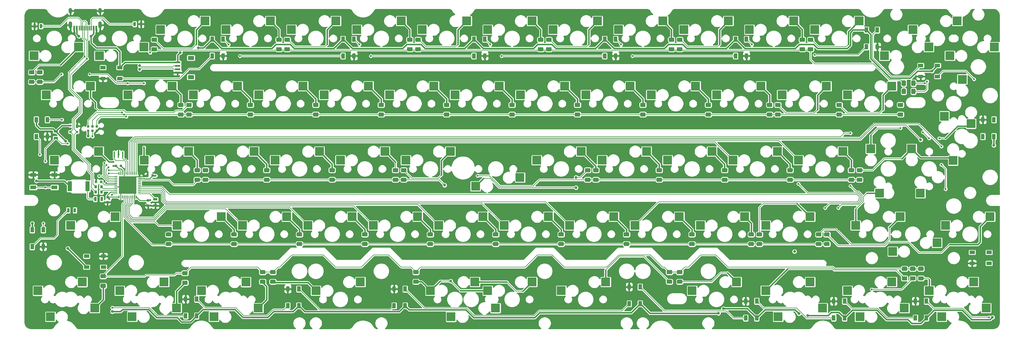
<source format=gbr>
G04 #@! TF.GenerationSoftware,KiCad,Pcbnew,(5.1.10)-1*
G04 #@! TF.CreationDate,2022-02-05T22:18:53+07:00*
G04 #@! TF.ProjectId,krush60hs,6b727573-6836-4306-9873-2e6b69636164,rev?*
G04 #@! TF.SameCoordinates,Original*
G04 #@! TF.FileFunction,Copper,L2,Bot*
G04 #@! TF.FilePolarity,Positive*
%FSLAX46Y46*%
G04 Gerber Fmt 4.6, Leading zero omitted, Abs format (unit mm)*
G04 Created by KiCad (PCBNEW (5.1.10)-1) date 2022-02-05 22:18:53*
%MOMM*%
%LPD*%
G01*
G04 APERTURE LIST*
G04 #@! TA.AperFunction,SMDPad,CuDef*
%ADD10R,2.550000X2.500000*%
G04 #@! TD*
G04 #@! TA.AperFunction,SMDPad,CuDef*
%ADD11R,1.550000X0.600000*%
G04 #@! TD*
G04 #@! TA.AperFunction,SMDPad,CuDef*
%ADD12R,1.800000X1.200000*%
G04 #@! TD*
G04 #@! TA.AperFunction,ComponentPad*
%ADD13O,1.000000X1.600000*%
G04 #@! TD*
G04 #@! TA.AperFunction,ComponentPad*
%ADD14O,1.000000X2.100000*%
G04 #@! TD*
G04 #@! TA.AperFunction,SMDPad,CuDef*
%ADD15R,0.300000X1.450000*%
G04 #@! TD*
G04 #@! TA.AperFunction,SMDPad,CuDef*
%ADD16R,0.600000X1.450000*%
G04 #@! TD*
G04 #@! TA.AperFunction,SMDPad,CuDef*
%ADD17R,2.500000X2.550000*%
G04 #@! TD*
G04 #@! TA.AperFunction,SMDPad,CuDef*
%ADD18R,1.800000X1.100000*%
G04 #@! TD*
G04 #@! TA.AperFunction,SMDPad,CuDef*
%ADD19R,0.700000X1.000000*%
G04 #@! TD*
G04 #@! TA.AperFunction,SMDPad,CuDef*
%ADD20R,0.700000X0.600000*%
G04 #@! TD*
G04 #@! TA.AperFunction,SMDPad,CuDef*
%ADD21R,0.700000X1.300000*%
G04 #@! TD*
G04 #@! TA.AperFunction,SMDPad,CuDef*
%ADD22R,1.300000X0.700000*%
G04 #@! TD*
G04 #@! TA.AperFunction,SMDPad,CuDef*
%ADD23R,0.800000X0.950000*%
G04 #@! TD*
G04 #@! TA.AperFunction,SMDPad,CuDef*
%ADD24R,0.800000X0.750000*%
G04 #@! TD*
G04 #@! TA.AperFunction,SMDPad,CuDef*
%ADD25R,0.750000X0.800000*%
G04 #@! TD*
G04 #@! TA.AperFunction,SMDPad,CuDef*
%ADD26R,1.000000X1.500000*%
G04 #@! TD*
G04 #@! TA.AperFunction,SMDPad,CuDef*
%ADD27R,1.500000X1.000000*%
G04 #@! TD*
G04 #@! TA.AperFunction,SMDPad,CuDef*
%ADD28R,1.190000X3.000000*%
G04 #@! TD*
G04 #@! TA.AperFunction,ConnectorPad*
%ADD29C,0.787400*%
G04 #@! TD*
G04 #@! TA.AperFunction,SMDPad,CuDef*
%ADD30R,5.150000X5.150000*%
G04 #@! TD*
G04 #@! TA.AperFunction,SMDPad,CuDef*
%ADD31R,0.400000X1.900000*%
G04 #@! TD*
G04 #@! TA.AperFunction,ViaPad*
%ADD32C,0.600000*%
G04 #@! TD*
G04 #@! TA.AperFunction,ViaPad*
%ADD33C,0.800000*%
G04 #@! TD*
G04 #@! TA.AperFunction,Conductor*
%ADD34C,0.250000*%
G04 #@! TD*
G04 #@! TA.AperFunction,Conductor*
%ADD35C,0.400000*%
G04 #@! TD*
G04 #@! TA.AperFunction,Conductor*
%ADD36C,0.200000*%
G04 #@! TD*
G04 #@! TA.AperFunction,Conductor*
%ADD37C,0.254000*%
G04 #@! TD*
G04 #@! TA.AperFunction,Conductor*
%ADD38C,0.100000*%
G04 #@! TD*
G04 APERTURE END LIST*
D10*
X253555710Y-110172548D03*
X266482710Y-107632548D03*
X242787734Y-102552500D03*
X255714734Y-100012500D03*
X264218970Y-121602564D03*
X277145970Y-119062564D03*
X240406450Y-121602564D03*
X253333450Y-119062564D03*
X216593930Y-121602564D03*
X229520930Y-119062564D03*
X280770222Y-126682564D03*
X267843222Y-129222564D03*
X195162662Y-121602564D03*
X208089662Y-119062564D03*
X256957702Y-126682564D03*
X244030702Y-129222564D03*
X233145182Y-126682564D03*
X220218182Y-129222564D03*
X148558250Y-119062500D03*
X135631250Y-121602500D03*
D11*
X45341250Y-56942500D03*
X45341250Y-57942500D03*
X45341250Y-55942500D03*
X45341250Y-54942500D03*
D12*
X49216250Y-53642500D03*
X49216250Y-59242500D03*
D10*
X35501250Y-50482500D03*
X22574250Y-53022500D03*
D13*
X22773846Y-39892496D03*
X14133846Y-39892496D03*
D14*
X22773846Y-44072496D03*
X14133846Y-44072496D03*
D15*
X18203846Y-44987496D03*
X18703846Y-44987496D03*
X19203846Y-44987496D03*
X17703846Y-44987496D03*
X19703846Y-44987496D03*
X17203846Y-44987496D03*
X20203846Y-44987496D03*
X16703846Y-44987496D03*
D16*
X16003846Y-44987496D03*
X20903846Y-44987496D03*
X15228846Y-44987496D03*
X21678846Y-44987496D03*
D10*
X16451250Y-50482500D03*
X3524250Y-53022500D03*
D17*
X276384002Y-72834500D03*
X273844002Y-59907500D03*
D10*
X45143818Y-102552500D03*
X58070818Y-100012500D03*
X55911794Y-129222564D03*
X68838794Y-126682564D03*
X32099274Y-129222564D03*
X45026274Y-126682564D03*
X8286754Y-129222564D03*
X21213754Y-126682564D03*
X121343882Y-102552500D03*
X134270882Y-100012500D03*
D17*
X271145222Y-83602524D03*
X268605222Y-70675524D03*
X261620214Y-93127532D03*
X259080214Y-80200532D03*
X247173954Y-80200532D03*
X249713954Y-93127532D03*
D18*
X3289685Y-87764410D03*
X9489685Y-91464410D03*
X3289685Y-91464410D03*
X9489685Y-87764410D03*
G04 #@! TA.AperFunction,SMDPad,CuDef*
G36*
G01*
X256456458Y-117395717D02*
X257576458Y-117395717D01*
G75*
G02*
X257816458Y-117635717I0J-240000D01*
G01*
X257816458Y-118355717D01*
G75*
G02*
X257576458Y-118595717I-240000J0D01*
G01*
X256456458Y-118595717D01*
G75*
G02*
X256216458Y-118355717I0J240000D01*
G01*
X256216458Y-117635717D01*
G75*
G02*
X256456458Y-117395717I240000J0D01*
G01*
G37*
G04 #@! TD.AperFunction*
G04 #@! TA.AperFunction,SMDPad,CuDef*
G36*
G01*
X256456458Y-114595717D02*
X257576458Y-114595717D01*
G75*
G02*
X257816458Y-114835717I0J-240000D01*
G01*
X257816458Y-115555717D01*
G75*
G02*
X257576458Y-115795717I-240000J0D01*
G01*
X256456458Y-115795717D01*
G75*
G02*
X256216458Y-115555717I0J240000D01*
G01*
X256216458Y-114835717D01*
G75*
G02*
X256456458Y-114595717I240000J0D01*
G01*
G37*
G04 #@! TD.AperFunction*
G04 #@! TA.AperFunction,SMDPad,CuDef*
G36*
G01*
X261218962Y-117395717D02*
X262338962Y-117395717D01*
G75*
G02*
X262578962Y-117635717I0J-240000D01*
G01*
X262578962Y-118355717D01*
G75*
G02*
X262338962Y-118595717I-240000J0D01*
G01*
X261218962Y-118595717D01*
G75*
G02*
X260978962Y-118355717I0J240000D01*
G01*
X260978962Y-117635717D01*
G75*
G02*
X261218962Y-117395717I240000J0D01*
G01*
G37*
G04 #@! TD.AperFunction*
G04 #@! TA.AperFunction,SMDPad,CuDef*
G36*
G01*
X261218962Y-114595717D02*
X262338962Y-114595717D01*
G75*
G02*
X262578962Y-114835717I0J-240000D01*
G01*
X262578962Y-115555717D01*
G75*
G02*
X262338962Y-115795717I-240000J0D01*
G01*
X261218962Y-115795717D01*
G75*
G02*
X260978962Y-115555717I0J240000D01*
G01*
X260978962Y-114835717D01*
G75*
G02*
X261218962Y-114595717I240000J0D01*
G01*
G37*
G04 #@! TD.AperFunction*
G04 #@! TA.AperFunction,SMDPad,CuDef*
G36*
G01*
X258837710Y-117395717D02*
X259957710Y-117395717D01*
G75*
G02*
X260197710Y-117635717I0J-240000D01*
G01*
X260197710Y-118355717D01*
G75*
G02*
X259957710Y-118595717I-240000J0D01*
G01*
X258837710Y-118595717D01*
G75*
G02*
X258597710Y-118355717I0J240000D01*
G01*
X258597710Y-117635717D01*
G75*
G02*
X258837710Y-117395717I240000J0D01*
G01*
G37*
G04 #@! TD.AperFunction*
G04 #@! TA.AperFunction,SMDPad,CuDef*
G36*
G01*
X258837710Y-114595717D02*
X259957710Y-114595717D01*
G75*
G02*
X260197710Y-114835717I0J-240000D01*
G01*
X260197710Y-115555717D01*
G75*
G02*
X259957710Y-115795717I-240000J0D01*
G01*
X258837710Y-115795717D01*
G75*
G02*
X258597710Y-115555717I0J240000D01*
G01*
X258597710Y-114835717D01*
G75*
G02*
X258837710Y-114595717I240000J0D01*
G01*
G37*
G04 #@! TD.AperFunction*
G04 #@! TA.AperFunction,SMDPad,CuDef*
G36*
G01*
X190972660Y-118394375D02*
X192092660Y-118394375D01*
G75*
G02*
X192332660Y-118634375I0J-240000D01*
G01*
X192332660Y-119354375D01*
G75*
G02*
X192092660Y-119594375I-240000J0D01*
G01*
X190972660Y-119594375D01*
G75*
G02*
X190732660Y-119354375I0J240000D01*
G01*
X190732660Y-118634375D01*
G75*
G02*
X190972660Y-118394375I240000J0D01*
G01*
G37*
G04 #@! TD.AperFunction*
G04 #@! TA.AperFunction,SMDPad,CuDef*
G36*
G01*
X190972660Y-115594375D02*
X192092660Y-115594375D01*
G75*
G02*
X192332660Y-115834375I0J-240000D01*
G01*
X192332660Y-116554375D01*
G75*
G02*
X192092660Y-116794375I-240000J0D01*
G01*
X190972660Y-116794375D01*
G75*
G02*
X190732660Y-116554375I0J240000D01*
G01*
X190732660Y-115834375D01*
G75*
G02*
X190972660Y-115594375I240000J0D01*
G01*
G37*
G04 #@! TD.AperFunction*
G04 #@! TA.AperFunction,SMDPad,CuDef*
G36*
G01*
X187996085Y-118394375D02*
X189116085Y-118394375D01*
G75*
G02*
X189356085Y-118634375I0J-240000D01*
G01*
X189356085Y-119354375D01*
G75*
G02*
X189116085Y-119594375I-240000J0D01*
G01*
X187996085Y-119594375D01*
G75*
G02*
X187756085Y-119354375I0J240000D01*
G01*
X187756085Y-118634375D01*
G75*
G02*
X187996085Y-118394375I240000J0D01*
G01*
G37*
G04 #@! TD.AperFunction*
G04 #@! TA.AperFunction,SMDPad,CuDef*
G36*
G01*
X187996085Y-115594375D02*
X189116085Y-115594375D01*
G75*
G02*
X189356085Y-115834375I0J-240000D01*
G01*
X189356085Y-116554375D01*
G75*
G02*
X189116085Y-116794375I-240000J0D01*
G01*
X187996085Y-116794375D01*
G75*
G02*
X187756085Y-116554375I0J240000D01*
G01*
X187756085Y-115834375D01*
G75*
G02*
X187996085Y-115594375I240000J0D01*
G01*
G37*
G04 #@! TD.AperFunction*
G04 #@! TA.AperFunction,SMDPad,CuDef*
G36*
G01*
X114176655Y-118394125D02*
X115296655Y-118394125D01*
G75*
G02*
X115536655Y-118634125I0J-240000D01*
G01*
X115536655Y-119354125D01*
G75*
G02*
X115296655Y-119594125I-240000J0D01*
G01*
X114176655Y-119594125D01*
G75*
G02*
X113936655Y-119354125I0J240000D01*
G01*
X113936655Y-118634125D01*
G75*
G02*
X114176655Y-118394125I240000J0D01*
G01*
G37*
G04 #@! TD.AperFunction*
G04 #@! TA.AperFunction,SMDPad,CuDef*
G36*
G01*
X114176655Y-115594125D02*
X115296655Y-115594125D01*
G75*
G02*
X115536655Y-115834125I0J-240000D01*
G01*
X115536655Y-116554125D01*
G75*
G02*
X115296655Y-116794125I-240000J0D01*
G01*
X114176655Y-116794125D01*
G75*
G02*
X113936655Y-116554125I0J240000D01*
G01*
X113936655Y-115834125D01*
G75*
G02*
X114176655Y-115594125I240000J0D01*
G01*
G37*
G04 #@! TD.AperFunction*
G04 #@! TA.AperFunction,SMDPad,CuDef*
G36*
G01*
X72504975Y-118394375D02*
X73624975Y-118394375D01*
G75*
G02*
X73864975Y-118634375I0J-240000D01*
G01*
X73864975Y-119354375D01*
G75*
G02*
X73624975Y-119594375I-240000J0D01*
G01*
X72504975Y-119594375D01*
G75*
G02*
X72264975Y-119354375I0J240000D01*
G01*
X72264975Y-118634375D01*
G75*
G02*
X72504975Y-118394375I240000J0D01*
G01*
G37*
G04 #@! TD.AperFunction*
G04 #@! TA.AperFunction,SMDPad,CuDef*
G36*
G01*
X72504975Y-115594375D02*
X73624975Y-115594375D01*
G75*
G02*
X73864975Y-115834375I0J-240000D01*
G01*
X73864975Y-116554375D01*
G75*
G02*
X73624975Y-116794375I-240000J0D01*
G01*
X72504975Y-116794375D01*
G75*
G02*
X72264975Y-116554375I0J240000D01*
G01*
X72264975Y-115834375D01*
G75*
G02*
X72504975Y-115594375I240000J0D01*
G01*
G37*
G04 #@! TD.AperFunction*
G04 #@! TA.AperFunction,SMDPad,CuDef*
G36*
G01*
X69528400Y-118394250D02*
X70648400Y-118394250D01*
G75*
G02*
X70888400Y-118634250I0J-240000D01*
G01*
X70888400Y-119354250D01*
G75*
G02*
X70648400Y-119594250I-240000J0D01*
G01*
X69528400Y-119594250D01*
G75*
G02*
X69288400Y-119354250I0J240000D01*
G01*
X69288400Y-118634250D01*
G75*
G02*
X69528400Y-118394250I240000J0D01*
G01*
G37*
G04 #@! TD.AperFunction*
G04 #@! TA.AperFunction,SMDPad,CuDef*
G36*
G01*
X69528400Y-115594250D02*
X70648400Y-115594250D01*
G75*
G02*
X70888400Y-115834250I0J-240000D01*
G01*
X70888400Y-116554250D01*
G75*
G02*
X70648400Y-116794250I-240000J0D01*
G01*
X69528400Y-116794250D01*
G75*
G02*
X69288400Y-116554250I0J240000D01*
G01*
X69288400Y-115834250D01*
G75*
G02*
X69528400Y-115594250I240000J0D01*
G01*
G37*
G04 #@! TD.AperFunction*
G04 #@! TA.AperFunction,SMDPad,CuDef*
G36*
G01*
X46906358Y-118691907D02*
X48026358Y-118691907D01*
G75*
G02*
X48266358Y-118931907I0J-240000D01*
G01*
X48266358Y-119651907D01*
G75*
G02*
X48026358Y-119891907I-240000J0D01*
G01*
X46906358Y-119891907D01*
G75*
G02*
X46666358Y-119651907I0J240000D01*
G01*
X46666358Y-118931907D01*
G75*
G02*
X46906358Y-118691907I240000J0D01*
G01*
G37*
G04 #@! TD.AperFunction*
G04 #@! TA.AperFunction,SMDPad,CuDef*
G36*
G01*
X46906358Y-115891907D02*
X48026358Y-115891907D01*
G75*
G02*
X48266358Y-116131907I0J-240000D01*
G01*
X48266358Y-116851907D01*
G75*
G02*
X48026358Y-117091907I-240000J0D01*
G01*
X46906358Y-117091907D01*
G75*
G02*
X46666358Y-116851907I0J240000D01*
G01*
X46666358Y-116131907D01*
G75*
G02*
X46906358Y-115891907I240000J0D01*
G01*
G37*
G04 #@! TD.AperFunction*
G04 #@! TA.AperFunction,SMDPad,CuDef*
G36*
G01*
X23093798Y-119584878D02*
X24213798Y-119584878D01*
G75*
G02*
X24453798Y-119824878I0J-240000D01*
G01*
X24453798Y-120544878D01*
G75*
G02*
X24213798Y-120784878I-240000J0D01*
G01*
X23093798Y-120784878D01*
G75*
G02*
X22853798Y-120544878I0J240000D01*
G01*
X22853798Y-119824878D01*
G75*
G02*
X23093798Y-119584878I240000J0D01*
G01*
G37*
G04 #@! TD.AperFunction*
G04 #@! TA.AperFunction,SMDPad,CuDef*
G36*
G01*
X23093798Y-116784878D02*
X24213798Y-116784878D01*
G75*
G02*
X24453798Y-117024878I0J-240000D01*
G01*
X24453798Y-117744878D01*
G75*
G02*
X24213798Y-117984878I-240000J0D01*
G01*
X23093798Y-117984878D01*
G75*
G02*
X22853798Y-117744878I0J240000D01*
G01*
X22853798Y-117024878D01*
G75*
G02*
X23093798Y-116784878I240000J0D01*
G01*
G37*
G04 #@! TD.AperFunction*
G04 #@! TA.AperFunction,SMDPad,CuDef*
G36*
G01*
X234954564Y-105781265D02*
X233834564Y-105781265D01*
G75*
G02*
X233594564Y-105541265I0J240000D01*
G01*
X233594564Y-104821265D01*
G75*
G02*
X233834564Y-104581265I240000J0D01*
G01*
X234954564Y-104581265D01*
G75*
G02*
X235194564Y-104821265I0J-240000D01*
G01*
X235194564Y-105541265D01*
G75*
G02*
X234954564Y-105781265I-240000J0D01*
G01*
G37*
G04 #@! TD.AperFunction*
G04 #@! TA.AperFunction,SMDPad,CuDef*
G36*
G01*
X234954564Y-108581265D02*
X233834564Y-108581265D01*
G75*
G02*
X233594564Y-108341265I0J240000D01*
G01*
X233594564Y-107621265D01*
G75*
G02*
X233834564Y-107381265I240000J0D01*
G01*
X234954564Y-107381265D01*
G75*
G02*
X235194564Y-107621265I0J-240000D01*
G01*
X235194564Y-108341265D01*
G75*
G02*
X234954564Y-108581265I-240000J0D01*
G01*
G37*
G04 #@! TD.AperFunction*
G04 #@! TA.AperFunction,SMDPad,CuDef*
G36*
G01*
X232573312Y-105781265D02*
X231453312Y-105781265D01*
G75*
G02*
X231213312Y-105541265I0J240000D01*
G01*
X231213312Y-104821265D01*
G75*
G02*
X231453312Y-104581265I240000J0D01*
G01*
X232573312Y-104581265D01*
G75*
G02*
X232813312Y-104821265I0J-240000D01*
G01*
X232813312Y-105541265D01*
G75*
G02*
X232573312Y-105781265I-240000J0D01*
G01*
G37*
G04 #@! TD.AperFunction*
G04 #@! TA.AperFunction,SMDPad,CuDef*
G36*
G01*
X232573312Y-108581265D02*
X231453312Y-108581265D01*
G75*
G02*
X231213312Y-108341265I0J240000D01*
G01*
X231213312Y-107621265D01*
G75*
G02*
X231453312Y-107381265I240000J0D01*
G01*
X232573312Y-107381265D01*
G75*
G02*
X232813312Y-107621265I0J-240000D01*
G01*
X232813312Y-108341265D01*
G75*
G02*
X232573312Y-108581265I-240000J0D01*
G01*
G37*
G04 #@! TD.AperFunction*
G04 #@! TA.AperFunction,SMDPad,CuDef*
G36*
G01*
X215309061Y-105781265D02*
X214189061Y-105781265D01*
G75*
G02*
X213949061Y-105541265I0J240000D01*
G01*
X213949061Y-104821265D01*
G75*
G02*
X214189061Y-104581265I240000J0D01*
G01*
X215309061Y-104581265D01*
G75*
G02*
X215549061Y-104821265I0J-240000D01*
G01*
X215549061Y-105541265D01*
G75*
G02*
X215309061Y-105781265I-240000J0D01*
G01*
G37*
G04 #@! TD.AperFunction*
G04 #@! TA.AperFunction,SMDPad,CuDef*
G36*
G01*
X215309061Y-108581265D02*
X214189061Y-108581265D01*
G75*
G02*
X213949061Y-108341265I0J240000D01*
G01*
X213949061Y-107621265D01*
G75*
G02*
X214189061Y-107381265I240000J0D01*
G01*
X215309061Y-107381265D01*
G75*
G02*
X215549061Y-107621265I0J-240000D01*
G01*
X215549061Y-108341265D01*
G75*
G02*
X215309061Y-108581265I-240000J0D01*
G01*
G37*
G04 #@! TD.AperFunction*
G04 #@! TA.AperFunction,SMDPad,CuDef*
G36*
G01*
X212928831Y-105781265D02*
X211808831Y-105781265D01*
G75*
G02*
X211568831Y-105541265I0J240000D01*
G01*
X211568831Y-104821265D01*
G75*
G02*
X211808831Y-104581265I240000J0D01*
G01*
X212928831Y-104581265D01*
G75*
G02*
X213168831Y-104821265I0J-240000D01*
G01*
X213168831Y-105541265D01*
G75*
G02*
X212928831Y-105781265I-240000J0D01*
G01*
G37*
G04 #@! TD.AperFunction*
G04 #@! TA.AperFunction,SMDPad,CuDef*
G36*
G01*
X212928831Y-108581265D02*
X211808831Y-108581265D01*
G75*
G02*
X211568831Y-108341265I0J240000D01*
G01*
X211568831Y-107621265D01*
G75*
G02*
X211808831Y-107381265I240000J0D01*
G01*
X212928831Y-107381265D01*
G75*
G02*
X213168831Y-107621265I0J-240000D01*
G01*
X213168831Y-108341265D01*
G75*
G02*
X212928831Y-108581265I-240000J0D01*
G01*
G37*
G04 #@! TD.AperFunction*
G04 #@! TA.AperFunction,SMDPad,CuDef*
G36*
G01*
X195664690Y-105781265D02*
X194544690Y-105781265D01*
G75*
G02*
X194304690Y-105541265I0J240000D01*
G01*
X194304690Y-104821265D01*
G75*
G02*
X194544690Y-104581265I240000J0D01*
G01*
X195664690Y-104581265D01*
G75*
G02*
X195904690Y-104821265I0J-240000D01*
G01*
X195904690Y-105541265D01*
G75*
G02*
X195664690Y-105781265I-240000J0D01*
G01*
G37*
G04 #@! TD.AperFunction*
G04 #@! TA.AperFunction,SMDPad,CuDef*
G36*
G01*
X195664690Y-108581265D02*
X194544690Y-108581265D01*
G75*
G02*
X194304690Y-108341265I0J240000D01*
G01*
X194304690Y-107621265D01*
G75*
G02*
X194544690Y-107381265I240000J0D01*
G01*
X195664690Y-107381265D01*
G75*
G02*
X195904690Y-107621265I0J-240000D01*
G01*
X195904690Y-108341265D01*
G75*
G02*
X195664690Y-108581265I-240000J0D01*
G01*
G37*
G04 #@! TD.AperFunction*
G04 #@! TA.AperFunction,SMDPad,CuDef*
G36*
G01*
X176614610Y-105781265D02*
X175494610Y-105781265D01*
G75*
G02*
X175254610Y-105541265I0J240000D01*
G01*
X175254610Y-104821265D01*
G75*
G02*
X175494610Y-104581265I240000J0D01*
G01*
X176614610Y-104581265D01*
G75*
G02*
X176854610Y-104821265I0J-240000D01*
G01*
X176854610Y-105541265D01*
G75*
G02*
X176614610Y-105781265I-240000J0D01*
G01*
G37*
G04 #@! TD.AperFunction*
G04 #@! TA.AperFunction,SMDPad,CuDef*
G36*
G01*
X176614610Y-108581265D02*
X175494610Y-108581265D01*
G75*
G02*
X175254610Y-108341265I0J240000D01*
G01*
X175254610Y-107621265D01*
G75*
G02*
X175494610Y-107381265I240000J0D01*
G01*
X176614610Y-107381265D01*
G75*
G02*
X176854610Y-107621265I0J-240000D01*
G01*
X176854610Y-108341265D01*
G75*
G02*
X176614610Y-108581265I-240000J0D01*
G01*
G37*
G04 #@! TD.AperFunction*
G04 #@! TA.AperFunction,SMDPad,CuDef*
G36*
G01*
X157564530Y-105781265D02*
X156444530Y-105781265D01*
G75*
G02*
X156204530Y-105541265I0J240000D01*
G01*
X156204530Y-104821265D01*
G75*
G02*
X156444530Y-104581265I240000J0D01*
G01*
X157564530Y-104581265D01*
G75*
G02*
X157804530Y-104821265I0J-240000D01*
G01*
X157804530Y-105541265D01*
G75*
G02*
X157564530Y-105781265I-240000J0D01*
G01*
G37*
G04 #@! TD.AperFunction*
G04 #@! TA.AperFunction,SMDPad,CuDef*
G36*
G01*
X157564530Y-108581265D02*
X156444530Y-108581265D01*
G75*
G02*
X156204530Y-108341265I0J240000D01*
G01*
X156204530Y-107621265D01*
G75*
G02*
X156444530Y-107381265I240000J0D01*
G01*
X157564530Y-107381265D01*
G75*
G02*
X157804530Y-107621265I0J-240000D01*
G01*
X157804530Y-108341265D01*
G75*
G02*
X157564530Y-108581265I-240000J0D01*
G01*
G37*
G04 #@! TD.AperFunction*
G04 #@! TA.AperFunction,SMDPad,CuDef*
G36*
G01*
X138514450Y-105781265D02*
X137394450Y-105781265D01*
G75*
G02*
X137154450Y-105541265I0J240000D01*
G01*
X137154450Y-104821265D01*
G75*
G02*
X137394450Y-104581265I240000J0D01*
G01*
X138514450Y-104581265D01*
G75*
G02*
X138754450Y-104821265I0J-240000D01*
G01*
X138754450Y-105541265D01*
G75*
G02*
X138514450Y-105781265I-240000J0D01*
G01*
G37*
G04 #@! TD.AperFunction*
G04 #@! TA.AperFunction,SMDPad,CuDef*
G36*
G01*
X138514450Y-108581265D02*
X137394450Y-108581265D01*
G75*
G02*
X137154450Y-108341265I0J240000D01*
G01*
X137154450Y-107621265D01*
G75*
G02*
X137394450Y-107381265I240000J0D01*
G01*
X138514450Y-107381265D01*
G75*
G02*
X138754450Y-107621265I0J-240000D01*
G01*
X138754450Y-108341265D01*
G75*
G02*
X138514450Y-108581265I-240000J0D01*
G01*
G37*
G04 #@! TD.AperFunction*
G04 #@! TA.AperFunction,SMDPad,CuDef*
G36*
G01*
X119464370Y-105781265D02*
X118344370Y-105781265D01*
G75*
G02*
X118104370Y-105541265I0J240000D01*
G01*
X118104370Y-104821265D01*
G75*
G02*
X118344370Y-104581265I240000J0D01*
G01*
X119464370Y-104581265D01*
G75*
G02*
X119704370Y-104821265I0J-240000D01*
G01*
X119704370Y-105541265D01*
G75*
G02*
X119464370Y-105781265I-240000J0D01*
G01*
G37*
G04 #@! TD.AperFunction*
G04 #@! TA.AperFunction,SMDPad,CuDef*
G36*
G01*
X119464370Y-108581265D02*
X118344370Y-108581265D01*
G75*
G02*
X118104370Y-108341265I0J240000D01*
G01*
X118104370Y-107621265D01*
G75*
G02*
X118344370Y-107381265I240000J0D01*
G01*
X119464370Y-107381265D01*
G75*
G02*
X119704370Y-107621265I0J-240000D01*
G01*
X119704370Y-108341265D01*
G75*
G02*
X119464370Y-108581265I-240000J0D01*
G01*
G37*
G04 #@! TD.AperFunction*
G04 #@! TA.AperFunction,SMDPad,CuDef*
G36*
G01*
X100414290Y-105781265D02*
X99294290Y-105781265D01*
G75*
G02*
X99054290Y-105541265I0J240000D01*
G01*
X99054290Y-104821265D01*
G75*
G02*
X99294290Y-104581265I240000J0D01*
G01*
X100414290Y-104581265D01*
G75*
G02*
X100654290Y-104821265I0J-240000D01*
G01*
X100654290Y-105541265D01*
G75*
G02*
X100414290Y-105781265I-240000J0D01*
G01*
G37*
G04 #@! TD.AperFunction*
G04 #@! TA.AperFunction,SMDPad,CuDef*
G36*
G01*
X100414290Y-108581265D02*
X99294290Y-108581265D01*
G75*
G02*
X99054290Y-108341265I0J240000D01*
G01*
X99054290Y-107621265D01*
G75*
G02*
X99294290Y-107381265I240000J0D01*
G01*
X100414290Y-107381265D01*
G75*
G02*
X100654290Y-107621265I0J-240000D01*
G01*
X100654290Y-108341265D01*
G75*
G02*
X100414290Y-108581265I-240000J0D01*
G01*
G37*
G04 #@! TD.AperFunction*
G04 #@! TA.AperFunction,SMDPad,CuDef*
G36*
G01*
X81364210Y-105781265D02*
X80244210Y-105781265D01*
G75*
G02*
X80004210Y-105541265I0J240000D01*
G01*
X80004210Y-104821265D01*
G75*
G02*
X80244210Y-104581265I240000J0D01*
G01*
X81364210Y-104581265D01*
G75*
G02*
X81604210Y-104821265I0J-240000D01*
G01*
X81604210Y-105541265D01*
G75*
G02*
X81364210Y-105781265I-240000J0D01*
G01*
G37*
G04 #@! TD.AperFunction*
G04 #@! TA.AperFunction,SMDPad,CuDef*
G36*
G01*
X81364210Y-108581265D02*
X80244210Y-108581265D01*
G75*
G02*
X80004210Y-108341265I0J240000D01*
G01*
X80004210Y-107621265D01*
G75*
G02*
X80244210Y-107381265I240000J0D01*
G01*
X81364210Y-107381265D01*
G75*
G02*
X81604210Y-107621265I0J-240000D01*
G01*
X81604210Y-108341265D01*
G75*
G02*
X81364210Y-108581265I-240000J0D01*
G01*
G37*
G04 #@! TD.AperFunction*
G04 #@! TA.AperFunction,SMDPad,CuDef*
G36*
G01*
X62314130Y-105781265D02*
X61194130Y-105781265D01*
G75*
G02*
X60954130Y-105541265I0J240000D01*
G01*
X60954130Y-104821265D01*
G75*
G02*
X61194130Y-104581265I240000J0D01*
G01*
X62314130Y-104581265D01*
G75*
G02*
X62554130Y-104821265I0J-240000D01*
G01*
X62554130Y-105541265D01*
G75*
G02*
X62314130Y-105781265I-240000J0D01*
G01*
G37*
G04 #@! TD.AperFunction*
G04 #@! TA.AperFunction,SMDPad,CuDef*
G36*
G01*
X62314130Y-108581265D02*
X61194130Y-108581265D01*
G75*
G02*
X60954130Y-108341265I0J240000D01*
G01*
X60954130Y-107621265D01*
G75*
G02*
X61194130Y-107381265I240000J0D01*
G01*
X62314130Y-107381265D01*
G75*
G02*
X62554130Y-107621265I0J-240000D01*
G01*
X62554130Y-108341265D01*
G75*
G02*
X62314130Y-108581265I-240000J0D01*
G01*
G37*
G04 #@! TD.AperFunction*
G04 #@! TA.AperFunction,SMDPad,CuDef*
G36*
G01*
X43263846Y-105780941D02*
X42143846Y-105780941D01*
G75*
G02*
X41903846Y-105540941I0J240000D01*
G01*
X41903846Y-104820941D01*
G75*
G02*
X42143846Y-104580941I240000J0D01*
G01*
X43263846Y-104580941D01*
G75*
G02*
X43503846Y-104820941I0J-240000D01*
G01*
X43503846Y-105540941D01*
G75*
G02*
X43263846Y-105780941I-240000J0D01*
G01*
G37*
G04 #@! TD.AperFunction*
G04 #@! TA.AperFunction,SMDPad,CuDef*
G36*
G01*
X43263846Y-108580941D02*
X42143846Y-108580941D01*
G75*
G02*
X41903846Y-108340941I0J240000D01*
G01*
X41903846Y-107620941D01*
G75*
G02*
X42143846Y-107380941I240000J0D01*
G01*
X43263846Y-107380941D01*
G75*
G02*
X43503846Y-107620941I0J-240000D01*
G01*
X43503846Y-108340941D01*
G75*
G02*
X43263846Y-108580941I-240000J0D01*
G01*
G37*
G04 #@! TD.AperFunction*
G04 #@! TA.AperFunction,SMDPad,CuDef*
G36*
G01*
X244479572Y-89828471D02*
X243359572Y-89828471D01*
G75*
G02*
X243119572Y-89588471I0J240000D01*
G01*
X243119572Y-88868471D01*
G75*
G02*
X243359572Y-88628471I240000J0D01*
G01*
X244479572Y-88628471D01*
G75*
G02*
X244719572Y-88868471I0J-240000D01*
G01*
X244719572Y-89588471D01*
G75*
G02*
X244479572Y-89828471I-240000J0D01*
G01*
G37*
G04 #@! TD.AperFunction*
G04 #@! TA.AperFunction,SMDPad,CuDef*
G36*
G01*
X244479572Y-87028471D02*
X243359572Y-87028471D01*
G75*
G02*
X243119572Y-86788471I0J240000D01*
G01*
X243119572Y-86068471D01*
G75*
G02*
X243359572Y-85828471I240000J0D01*
G01*
X244479572Y-85828471D01*
G75*
G02*
X244719572Y-86068471I0J-240000D01*
G01*
X244719572Y-86788471D01*
G75*
G02*
X244479572Y-87028471I-240000J0D01*
G01*
G37*
G04 #@! TD.AperFunction*
G04 #@! TA.AperFunction,SMDPad,CuDef*
G36*
G01*
X242099260Y-87028842D02*
X240979260Y-87028842D01*
G75*
G02*
X240739260Y-86788842I0J240000D01*
G01*
X240739260Y-86068842D01*
G75*
G02*
X240979260Y-85828842I240000J0D01*
G01*
X242099260Y-85828842D01*
G75*
G02*
X242339260Y-86068842I0J-240000D01*
G01*
X242339260Y-86788842D01*
G75*
G02*
X242099260Y-87028842I-240000J0D01*
G01*
G37*
G04 #@! TD.AperFunction*
G04 #@! TA.AperFunction,SMDPad,CuDef*
G36*
G01*
X242099260Y-89828842D02*
X240979260Y-89828842D01*
G75*
G02*
X240739260Y-89588842I0J240000D01*
G01*
X240739260Y-88868842D01*
G75*
G02*
X240979260Y-88628842I240000J0D01*
G01*
X242099260Y-88628842D01*
G75*
G02*
X242339260Y-88868842I0J-240000D01*
G01*
X242339260Y-89588842D01*
G75*
G02*
X242099260Y-89828842I-240000J0D01*
G01*
G37*
G04 #@! TD.AperFunction*
G04 #@! TA.AperFunction,SMDPad,CuDef*
G36*
G01*
X224239810Y-87028842D02*
X223119810Y-87028842D01*
G75*
G02*
X222879810Y-86788842I0J240000D01*
G01*
X222879810Y-86068842D01*
G75*
G02*
X223119810Y-85828842I240000J0D01*
G01*
X224239810Y-85828842D01*
G75*
G02*
X224479810Y-86068842I0J-240000D01*
G01*
X224479810Y-86788842D01*
G75*
G02*
X224239810Y-87028842I-240000J0D01*
G01*
G37*
G04 #@! TD.AperFunction*
G04 #@! TA.AperFunction,SMDPad,CuDef*
G36*
G01*
X224239810Y-89828842D02*
X223119810Y-89828842D01*
G75*
G02*
X222879810Y-89588842I0J240000D01*
G01*
X222879810Y-88868842D01*
G75*
G02*
X223119810Y-88628842I240000J0D01*
G01*
X224239810Y-88628842D01*
G75*
G02*
X224479810Y-88868842I0J-240000D01*
G01*
X224479810Y-89588842D01*
G75*
G02*
X224239810Y-89828842I-240000J0D01*
G01*
G37*
G04 #@! TD.AperFunction*
G04 #@! TA.AperFunction,SMDPad,CuDef*
G36*
G01*
X205189730Y-87028842D02*
X204069730Y-87028842D01*
G75*
G02*
X203829730Y-86788842I0J240000D01*
G01*
X203829730Y-86068842D01*
G75*
G02*
X204069730Y-85828842I240000J0D01*
G01*
X205189730Y-85828842D01*
G75*
G02*
X205429730Y-86068842I0J-240000D01*
G01*
X205429730Y-86788842D01*
G75*
G02*
X205189730Y-87028842I-240000J0D01*
G01*
G37*
G04 #@! TD.AperFunction*
G04 #@! TA.AperFunction,SMDPad,CuDef*
G36*
G01*
X205189730Y-89828842D02*
X204069730Y-89828842D01*
G75*
G02*
X203829730Y-89588842I0J240000D01*
G01*
X203829730Y-88868842D01*
G75*
G02*
X204069730Y-88628842I240000J0D01*
G01*
X205189730Y-88628842D01*
G75*
G02*
X205429730Y-88868842I0J-240000D01*
G01*
X205429730Y-89588842D01*
G75*
G02*
X205189730Y-89828842I-240000J0D01*
G01*
G37*
G04 #@! TD.AperFunction*
G04 #@! TA.AperFunction,SMDPad,CuDef*
G36*
G01*
X186139650Y-87028842D02*
X185019650Y-87028842D01*
G75*
G02*
X184779650Y-86788842I0J240000D01*
G01*
X184779650Y-86068842D01*
G75*
G02*
X185019650Y-85828842I240000J0D01*
G01*
X186139650Y-85828842D01*
G75*
G02*
X186379650Y-86068842I0J-240000D01*
G01*
X186379650Y-86788842D01*
G75*
G02*
X186139650Y-87028842I-240000J0D01*
G01*
G37*
G04 #@! TD.AperFunction*
G04 #@! TA.AperFunction,SMDPad,CuDef*
G36*
G01*
X186139650Y-89828842D02*
X185019650Y-89828842D01*
G75*
G02*
X184779650Y-89588842I0J240000D01*
G01*
X184779650Y-88868842D01*
G75*
G02*
X185019650Y-88628842I240000J0D01*
G01*
X186139650Y-88628842D01*
G75*
G02*
X186379650Y-88868842I0J-240000D01*
G01*
X186379650Y-89588842D01*
G75*
G02*
X186139650Y-89828842I-240000J0D01*
G01*
G37*
G04 #@! TD.AperFunction*
G04 #@! TA.AperFunction,SMDPad,CuDef*
G36*
G01*
X167684195Y-87028842D02*
X166564195Y-87028842D01*
G75*
G02*
X166324195Y-86788842I0J240000D01*
G01*
X166324195Y-86068842D01*
G75*
G02*
X166564195Y-85828842I240000J0D01*
G01*
X167684195Y-85828842D01*
G75*
G02*
X167924195Y-86068842I0J-240000D01*
G01*
X167924195Y-86788842D01*
G75*
G02*
X167684195Y-87028842I-240000J0D01*
G01*
G37*
G04 #@! TD.AperFunction*
G04 #@! TA.AperFunction,SMDPad,CuDef*
G36*
G01*
X167684195Y-89828842D02*
X166564195Y-89828842D01*
G75*
G02*
X166324195Y-89588842I0J240000D01*
G01*
X166324195Y-88868842D01*
G75*
G02*
X166564195Y-88628842I240000J0D01*
G01*
X167684195Y-88628842D01*
G75*
G02*
X167924195Y-88868842I0J-240000D01*
G01*
X167924195Y-89588842D01*
G75*
G02*
X167684195Y-89828842I-240000J0D01*
G01*
G37*
G04 #@! TD.AperFunction*
G04 #@! TA.AperFunction,SMDPad,CuDef*
G36*
G01*
X165302943Y-87028471D02*
X164182943Y-87028471D01*
G75*
G02*
X163942943Y-86788471I0J240000D01*
G01*
X163942943Y-86068471D01*
G75*
G02*
X164182943Y-85828471I240000J0D01*
G01*
X165302943Y-85828471D01*
G75*
G02*
X165542943Y-86068471I0J-240000D01*
G01*
X165542943Y-86788471D01*
G75*
G02*
X165302943Y-87028471I-240000J0D01*
G01*
G37*
G04 #@! TD.AperFunction*
G04 #@! TA.AperFunction,SMDPad,CuDef*
G36*
G01*
X165302943Y-89828471D02*
X164182943Y-89828471D01*
G75*
G02*
X163942943Y-89588471I0J240000D01*
G01*
X163942943Y-88868471D01*
G75*
G02*
X164182943Y-88628471I240000J0D01*
G01*
X165302943Y-88628471D01*
G75*
G02*
X165542943Y-88868471I0J-240000D01*
G01*
X165542943Y-89588471D01*
G75*
G02*
X165302943Y-89828471I-240000J0D01*
G01*
G37*
G04 #@! TD.AperFunction*
G04 #@! TA.AperFunction,SMDPad,CuDef*
G36*
G01*
X111724773Y-87028471D02*
X110604773Y-87028471D01*
G75*
G02*
X110364773Y-86788471I0J240000D01*
G01*
X110364773Y-86068471D01*
G75*
G02*
X110604773Y-85828471I240000J0D01*
G01*
X111724773Y-85828471D01*
G75*
G02*
X111964773Y-86068471I0J-240000D01*
G01*
X111964773Y-86788471D01*
G75*
G02*
X111724773Y-87028471I-240000J0D01*
G01*
G37*
G04 #@! TD.AperFunction*
G04 #@! TA.AperFunction,SMDPad,CuDef*
G36*
G01*
X111724773Y-89828471D02*
X110604773Y-89828471D01*
G75*
G02*
X110364773Y-89588471I0J240000D01*
G01*
X110364773Y-88868471D01*
G75*
G02*
X110604773Y-88628471I240000J0D01*
G01*
X111724773Y-88628471D01*
G75*
G02*
X111964773Y-88868471I0J-240000D01*
G01*
X111964773Y-89588471D01*
G75*
G02*
X111724773Y-89828471I-240000J0D01*
G01*
G37*
G04 #@! TD.AperFunction*
G04 #@! TA.AperFunction,SMDPad,CuDef*
G36*
G01*
X109343521Y-87028442D02*
X108223521Y-87028442D01*
G75*
G02*
X107983521Y-86788442I0J240000D01*
G01*
X107983521Y-86068442D01*
G75*
G02*
X108223521Y-85828442I240000J0D01*
G01*
X109343521Y-85828442D01*
G75*
G02*
X109583521Y-86068442I0J-240000D01*
G01*
X109583521Y-86788442D01*
G75*
G02*
X109343521Y-87028442I-240000J0D01*
G01*
G37*
G04 #@! TD.AperFunction*
G04 #@! TA.AperFunction,SMDPad,CuDef*
G36*
G01*
X109343521Y-89828442D02*
X108223521Y-89828442D01*
G75*
G02*
X107983521Y-89588442I0J240000D01*
G01*
X107983521Y-88868442D01*
G75*
G02*
X108223521Y-88628442I240000J0D01*
G01*
X109343521Y-88628442D01*
G75*
G02*
X109583521Y-88868442I0J-240000D01*
G01*
X109583521Y-89588442D01*
G75*
G02*
X109343521Y-89828442I-240000J0D01*
G01*
G37*
G04 #@! TD.AperFunction*
G04 #@! TA.AperFunction,SMDPad,CuDef*
G36*
G01*
X90889250Y-87028842D02*
X89769250Y-87028842D01*
G75*
G02*
X89529250Y-86788842I0J240000D01*
G01*
X89529250Y-86068842D01*
G75*
G02*
X89769250Y-85828842I240000J0D01*
G01*
X90889250Y-85828842D01*
G75*
G02*
X91129250Y-86068842I0J-240000D01*
G01*
X91129250Y-86788842D01*
G75*
G02*
X90889250Y-87028842I-240000J0D01*
G01*
G37*
G04 #@! TD.AperFunction*
G04 #@! TA.AperFunction,SMDPad,CuDef*
G36*
G01*
X90889250Y-89828842D02*
X89769250Y-89828842D01*
G75*
G02*
X89529250Y-89588842I0J240000D01*
G01*
X89529250Y-88868842D01*
G75*
G02*
X89769250Y-88628842I240000J0D01*
G01*
X90889250Y-88628842D01*
G75*
G02*
X91129250Y-88868842I0J-240000D01*
G01*
X91129250Y-89588842D01*
G75*
G02*
X90889250Y-89828842I-240000J0D01*
G01*
G37*
G04 #@! TD.AperFunction*
G04 #@! TA.AperFunction,SMDPad,CuDef*
G36*
G01*
X71839170Y-87028842D02*
X70719170Y-87028842D01*
G75*
G02*
X70479170Y-86788842I0J240000D01*
G01*
X70479170Y-86068842D01*
G75*
G02*
X70719170Y-85828842I240000J0D01*
G01*
X71839170Y-85828842D01*
G75*
G02*
X72079170Y-86068842I0J-240000D01*
G01*
X72079170Y-86788842D01*
G75*
G02*
X71839170Y-87028842I-240000J0D01*
G01*
G37*
G04 #@! TD.AperFunction*
G04 #@! TA.AperFunction,SMDPad,CuDef*
G36*
G01*
X71839170Y-89828842D02*
X70719170Y-89828842D01*
G75*
G02*
X70479170Y-89588842I0J240000D01*
G01*
X70479170Y-88868842D01*
G75*
G02*
X70719170Y-88628842I240000J0D01*
G01*
X71839170Y-88628842D01*
G75*
G02*
X72079170Y-88868842I0J-240000D01*
G01*
X72079170Y-89588842D01*
G75*
G02*
X71839170Y-89828842I-240000J0D01*
G01*
G37*
G04 #@! TD.AperFunction*
G04 #@! TA.AperFunction,SMDPad,CuDef*
G36*
G01*
X51598125Y-87028442D02*
X50478125Y-87028442D01*
G75*
G02*
X50238125Y-86788442I0J240000D01*
G01*
X50238125Y-86068442D01*
G75*
G02*
X50478125Y-85828442I240000J0D01*
G01*
X51598125Y-85828442D01*
G75*
G02*
X51838125Y-86068442I0J-240000D01*
G01*
X51838125Y-86788442D01*
G75*
G02*
X51598125Y-87028442I-240000J0D01*
G01*
G37*
G04 #@! TD.AperFunction*
G04 #@! TA.AperFunction,SMDPad,CuDef*
G36*
G01*
X51598125Y-89828442D02*
X50478125Y-89828442D01*
G75*
G02*
X50238125Y-89588442I0J240000D01*
G01*
X50238125Y-88868442D01*
G75*
G02*
X50478125Y-88628442I240000J0D01*
G01*
X51598125Y-88628442D01*
G75*
G02*
X51838125Y-88868442I0J-240000D01*
G01*
X51838125Y-89588442D01*
G75*
G02*
X51598125Y-89828442I-240000J0D01*
G01*
G37*
G04 #@! TD.AperFunction*
G04 #@! TA.AperFunction,SMDPad,CuDef*
G36*
G01*
X256385832Y-67978550D02*
X255265832Y-67978550D01*
G75*
G02*
X255025832Y-67738550I0J240000D01*
G01*
X255025832Y-67018550D01*
G75*
G02*
X255265832Y-66778550I240000J0D01*
G01*
X256385832Y-66778550D01*
G75*
G02*
X256625832Y-67018550I0J-240000D01*
G01*
X256625832Y-67738550D01*
G75*
G02*
X256385832Y-67978550I-240000J0D01*
G01*
G37*
G04 #@! TD.AperFunction*
G04 #@! TA.AperFunction,SMDPad,CuDef*
G36*
G01*
X256385832Y-70778550D02*
X255265832Y-70778550D01*
G75*
G02*
X255025832Y-70538550I0J240000D01*
G01*
X255025832Y-69818550D01*
G75*
G02*
X255265832Y-69578550I240000J0D01*
G01*
X256385832Y-69578550D01*
G75*
G02*
X256625832Y-69818550I0J-240000D01*
G01*
X256625832Y-70538550D01*
G75*
G02*
X256385832Y-70778550I-240000J0D01*
G01*
G37*
G04 #@! TD.AperFunction*
G04 #@! TA.AperFunction,SMDPad,CuDef*
G36*
G01*
X53979375Y-87028442D02*
X52859375Y-87028442D01*
G75*
G02*
X52619375Y-86788442I0J240000D01*
G01*
X52619375Y-86068442D01*
G75*
G02*
X52859375Y-85828442I240000J0D01*
G01*
X53979375Y-85828442D01*
G75*
G02*
X54219375Y-86068442I0J-240000D01*
G01*
X54219375Y-86788442D01*
G75*
G02*
X53979375Y-87028442I-240000J0D01*
G01*
G37*
G04 #@! TD.AperFunction*
G04 #@! TA.AperFunction,SMDPad,CuDef*
G36*
G01*
X53979375Y-89828442D02*
X52859375Y-89828442D01*
G75*
G02*
X52619375Y-89588442I0J240000D01*
G01*
X52619375Y-88868442D01*
G75*
G02*
X52859375Y-88628442I240000J0D01*
G01*
X53979375Y-88628442D01*
G75*
G02*
X54219375Y-88868442I0J-240000D01*
G01*
X54219375Y-89588442D01*
G75*
G02*
X53979375Y-89828442I-240000J0D01*
G01*
G37*
G04 #@! TD.AperFunction*
G04 #@! TA.AperFunction,SMDPad,CuDef*
G36*
G01*
X238526886Y-67978442D02*
X237406886Y-67978442D01*
G75*
G02*
X237166886Y-67738442I0J240000D01*
G01*
X237166886Y-67018442D01*
G75*
G02*
X237406886Y-66778442I240000J0D01*
G01*
X238526886Y-66778442D01*
G75*
G02*
X238766886Y-67018442I0J-240000D01*
G01*
X238766886Y-67738442D01*
G75*
G02*
X238526886Y-67978442I-240000J0D01*
G01*
G37*
G04 #@! TD.AperFunction*
G04 #@! TA.AperFunction,SMDPad,CuDef*
G36*
G01*
X238526886Y-70778442D02*
X237406886Y-70778442D01*
G75*
G02*
X237166886Y-70538442I0J240000D01*
G01*
X237166886Y-69818442D01*
G75*
G02*
X237406886Y-69578442I240000J0D01*
G01*
X238526886Y-69578442D01*
G75*
G02*
X238766886Y-69818442I0J-240000D01*
G01*
X238766886Y-70538442D01*
G75*
G02*
X238526886Y-70778442I-240000J0D01*
G01*
G37*
G04 #@! TD.AperFunction*
G04 #@! TA.AperFunction,SMDPad,CuDef*
G36*
G01*
X220667920Y-67978762D02*
X219547920Y-67978762D01*
G75*
G02*
X219307920Y-67738762I0J240000D01*
G01*
X219307920Y-67018762D01*
G75*
G02*
X219547920Y-66778762I240000J0D01*
G01*
X220667920Y-66778762D01*
G75*
G02*
X220907920Y-67018762I0J-240000D01*
G01*
X220907920Y-67738762D01*
G75*
G02*
X220667920Y-67978762I-240000J0D01*
G01*
G37*
G04 #@! TD.AperFunction*
G04 #@! TA.AperFunction,SMDPad,CuDef*
G36*
G01*
X220667920Y-70778762D02*
X219547920Y-70778762D01*
G75*
G02*
X219307920Y-70538762I0J240000D01*
G01*
X219307920Y-69818762D01*
G75*
G02*
X219547920Y-69578762I240000J0D01*
G01*
X220667920Y-69578762D01*
G75*
G02*
X220907920Y-69818762I0J-240000D01*
G01*
X220907920Y-70538762D01*
G75*
G02*
X220667920Y-70778762I-240000J0D01*
G01*
G37*
G04 #@! TD.AperFunction*
G04 #@! TA.AperFunction,SMDPad,CuDef*
G36*
G01*
X218286660Y-67978762D02*
X217166660Y-67978762D01*
G75*
G02*
X216926660Y-67738762I0J240000D01*
G01*
X216926660Y-67018762D01*
G75*
G02*
X217166660Y-66778762I240000J0D01*
G01*
X218286660Y-66778762D01*
G75*
G02*
X218526660Y-67018762I0J-240000D01*
G01*
X218526660Y-67738762D01*
G75*
G02*
X218286660Y-67978762I-240000J0D01*
G01*
G37*
G04 #@! TD.AperFunction*
G04 #@! TA.AperFunction,SMDPad,CuDef*
G36*
G01*
X218286660Y-70778762D02*
X217166660Y-70778762D01*
G75*
G02*
X216926660Y-70538762I0J240000D01*
G01*
X216926660Y-69818762D01*
G75*
G02*
X217166660Y-69578762I240000J0D01*
G01*
X218286660Y-69578762D01*
G75*
G02*
X218526660Y-69818762I0J-240000D01*
G01*
X218526660Y-70538762D01*
G75*
G02*
X218286660Y-70778762I-240000J0D01*
G01*
G37*
G04 #@! TD.AperFunction*
G04 #@! TA.AperFunction,SMDPad,CuDef*
G36*
G01*
X200427210Y-67978762D02*
X199307210Y-67978762D01*
G75*
G02*
X199067210Y-67738762I0J240000D01*
G01*
X199067210Y-67018762D01*
G75*
G02*
X199307210Y-66778762I240000J0D01*
G01*
X200427210Y-66778762D01*
G75*
G02*
X200667210Y-67018762I0J-240000D01*
G01*
X200667210Y-67738762D01*
G75*
G02*
X200427210Y-67978762I-240000J0D01*
G01*
G37*
G04 #@! TD.AperFunction*
G04 #@! TA.AperFunction,SMDPad,CuDef*
G36*
G01*
X200427210Y-70778762D02*
X199307210Y-70778762D01*
G75*
G02*
X199067210Y-70538762I0J240000D01*
G01*
X199067210Y-69818762D01*
G75*
G02*
X199307210Y-69578762I240000J0D01*
G01*
X200427210Y-69578762D01*
G75*
G02*
X200667210Y-69818762I0J-240000D01*
G01*
X200667210Y-70538762D01*
G75*
G02*
X200427210Y-70778762I-240000J0D01*
G01*
G37*
G04 #@! TD.AperFunction*
G04 #@! TA.AperFunction,SMDPad,CuDef*
G36*
G01*
X181376426Y-67978442D02*
X180256426Y-67978442D01*
G75*
G02*
X180016426Y-67738442I0J240000D01*
G01*
X180016426Y-67018442D01*
G75*
G02*
X180256426Y-66778442I240000J0D01*
G01*
X181376426Y-66778442D01*
G75*
G02*
X181616426Y-67018442I0J-240000D01*
G01*
X181616426Y-67738442D01*
G75*
G02*
X181376426Y-67978442I-240000J0D01*
G01*
G37*
G04 #@! TD.AperFunction*
G04 #@! TA.AperFunction,SMDPad,CuDef*
G36*
G01*
X181376426Y-70778442D02*
X180256426Y-70778442D01*
G75*
G02*
X180016426Y-70538442I0J240000D01*
G01*
X180016426Y-69818442D01*
G75*
G02*
X180256426Y-69578442I240000J0D01*
G01*
X181376426Y-69578442D01*
G75*
G02*
X181616426Y-69818442I0J-240000D01*
G01*
X181616426Y-70538442D01*
G75*
G02*
X181376426Y-70778442I-240000J0D01*
G01*
G37*
G04 #@! TD.AperFunction*
G04 #@! TA.AperFunction,SMDPad,CuDef*
G36*
G01*
X162327050Y-67978762D02*
X161207050Y-67978762D01*
G75*
G02*
X160967050Y-67738762I0J240000D01*
G01*
X160967050Y-67018762D01*
G75*
G02*
X161207050Y-66778762I240000J0D01*
G01*
X162327050Y-66778762D01*
G75*
G02*
X162567050Y-67018762I0J-240000D01*
G01*
X162567050Y-67738762D01*
G75*
G02*
X162327050Y-67978762I-240000J0D01*
G01*
G37*
G04 #@! TD.AperFunction*
G04 #@! TA.AperFunction,SMDPad,CuDef*
G36*
G01*
X162327050Y-70778762D02*
X161207050Y-70778762D01*
G75*
G02*
X160967050Y-70538762I0J240000D01*
G01*
X160967050Y-69818762D01*
G75*
G02*
X161207050Y-69578762I240000J0D01*
G01*
X162327050Y-69578762D01*
G75*
G02*
X162567050Y-69818762I0J-240000D01*
G01*
X162567050Y-70538762D01*
G75*
G02*
X162327050Y-70778762I-240000J0D01*
G01*
G37*
G04 #@! TD.AperFunction*
G04 #@! TA.AperFunction,SMDPad,CuDef*
G36*
G01*
X143276394Y-67978442D02*
X142156394Y-67978442D01*
G75*
G02*
X141916394Y-67738442I0J240000D01*
G01*
X141916394Y-67018442D01*
G75*
G02*
X142156394Y-66778442I240000J0D01*
G01*
X143276394Y-66778442D01*
G75*
G02*
X143516394Y-67018442I0J-240000D01*
G01*
X143516394Y-67738442D01*
G75*
G02*
X143276394Y-67978442I-240000J0D01*
G01*
G37*
G04 #@! TD.AperFunction*
G04 #@! TA.AperFunction,SMDPad,CuDef*
G36*
G01*
X143276394Y-70778442D02*
X142156394Y-70778442D01*
G75*
G02*
X141916394Y-70538442I0J240000D01*
G01*
X141916394Y-69818442D01*
G75*
G02*
X142156394Y-69578442I240000J0D01*
G01*
X143276394Y-69578442D01*
G75*
G02*
X143516394Y-69818442I0J-240000D01*
G01*
X143516394Y-70538442D01*
G75*
G02*
X143276394Y-70778442I-240000J0D01*
G01*
G37*
G04 #@! TD.AperFunction*
G04 #@! TA.AperFunction,SMDPad,CuDef*
G36*
G01*
X124226378Y-67978442D02*
X123106378Y-67978442D01*
G75*
G02*
X122866378Y-67738442I0J240000D01*
G01*
X122866378Y-67018442D01*
G75*
G02*
X123106378Y-66778442I240000J0D01*
G01*
X124226378Y-66778442D01*
G75*
G02*
X124466378Y-67018442I0J-240000D01*
G01*
X124466378Y-67738442D01*
G75*
G02*
X124226378Y-67978442I-240000J0D01*
G01*
G37*
G04 #@! TD.AperFunction*
G04 #@! TA.AperFunction,SMDPad,CuDef*
G36*
G01*
X124226378Y-70778442D02*
X123106378Y-70778442D01*
G75*
G02*
X122866378Y-70538442I0J240000D01*
G01*
X122866378Y-69818442D01*
G75*
G02*
X123106378Y-69578442I240000J0D01*
G01*
X124226378Y-69578442D01*
G75*
G02*
X124466378Y-69818442I0J-240000D01*
G01*
X124466378Y-70538442D01*
G75*
G02*
X124226378Y-70778442I-240000J0D01*
G01*
G37*
G04 #@! TD.AperFunction*
G04 #@! TA.AperFunction,SMDPad,CuDef*
G36*
G01*
X105176362Y-67978442D02*
X104056362Y-67978442D01*
G75*
G02*
X103816362Y-67738442I0J240000D01*
G01*
X103816362Y-67018442D01*
G75*
G02*
X104056362Y-66778442I240000J0D01*
G01*
X105176362Y-66778442D01*
G75*
G02*
X105416362Y-67018442I0J-240000D01*
G01*
X105416362Y-67738442D01*
G75*
G02*
X105176362Y-67978442I-240000J0D01*
G01*
G37*
G04 #@! TD.AperFunction*
G04 #@! TA.AperFunction,SMDPad,CuDef*
G36*
G01*
X105176362Y-70778442D02*
X104056362Y-70778442D01*
G75*
G02*
X103816362Y-70538442I0J240000D01*
G01*
X103816362Y-69818442D01*
G75*
G02*
X104056362Y-69578442I240000J0D01*
G01*
X105176362Y-69578442D01*
G75*
G02*
X105416362Y-69818442I0J-240000D01*
G01*
X105416362Y-70538442D01*
G75*
G02*
X105176362Y-70778442I-240000J0D01*
G01*
G37*
G04 #@! TD.AperFunction*
G04 #@! TA.AperFunction,SMDPad,CuDef*
G36*
G01*
X86126346Y-67978442D02*
X85006346Y-67978442D01*
G75*
G02*
X84766346Y-67738442I0J240000D01*
G01*
X84766346Y-67018442D01*
G75*
G02*
X85006346Y-66778442I240000J0D01*
G01*
X86126346Y-66778442D01*
G75*
G02*
X86366346Y-67018442I0J-240000D01*
G01*
X86366346Y-67738442D01*
G75*
G02*
X86126346Y-67978442I-240000J0D01*
G01*
G37*
G04 #@! TD.AperFunction*
G04 #@! TA.AperFunction,SMDPad,CuDef*
G36*
G01*
X86126346Y-70778442D02*
X85006346Y-70778442D01*
G75*
G02*
X84766346Y-70538442I0J240000D01*
G01*
X84766346Y-69818442D01*
G75*
G02*
X85006346Y-69578442I240000J0D01*
G01*
X86126346Y-69578442D01*
G75*
G02*
X86366346Y-69818442I0J-240000D01*
G01*
X86366346Y-70538442D01*
G75*
G02*
X86126346Y-70778442I-240000J0D01*
G01*
G37*
G04 #@! TD.AperFunction*
G04 #@! TA.AperFunction,SMDPad,CuDef*
G36*
G01*
X67076330Y-67978442D02*
X65956330Y-67978442D01*
G75*
G02*
X65716330Y-67738442I0J240000D01*
G01*
X65716330Y-67018442D01*
G75*
G02*
X65956330Y-66778442I240000J0D01*
G01*
X67076330Y-66778442D01*
G75*
G02*
X67316330Y-67018442I0J-240000D01*
G01*
X67316330Y-67738442D01*
G75*
G02*
X67076330Y-67978442I-240000J0D01*
G01*
G37*
G04 #@! TD.AperFunction*
G04 #@! TA.AperFunction,SMDPad,CuDef*
G36*
G01*
X67076330Y-70778442D02*
X65956330Y-70778442D01*
G75*
G02*
X65716330Y-70538442I0J240000D01*
G01*
X65716330Y-69818442D01*
G75*
G02*
X65956330Y-69578442I240000J0D01*
G01*
X67076330Y-69578442D01*
G75*
G02*
X67316330Y-69818442I0J-240000D01*
G01*
X67316330Y-70538442D01*
G75*
G02*
X67076330Y-70778442I-240000J0D01*
G01*
G37*
G04 #@! TD.AperFunction*
G04 #@! TA.AperFunction,SMDPad,CuDef*
G36*
G01*
X46835730Y-67978762D02*
X45715730Y-67978762D01*
G75*
G02*
X45475730Y-67738762I0J240000D01*
G01*
X45475730Y-67018762D01*
G75*
G02*
X45715730Y-66778762I240000J0D01*
G01*
X46835730Y-66778762D01*
G75*
G02*
X47075730Y-67018762I0J-240000D01*
G01*
X47075730Y-67738762D01*
G75*
G02*
X46835730Y-67978762I-240000J0D01*
G01*
G37*
G04 #@! TD.AperFunction*
G04 #@! TA.AperFunction,SMDPad,CuDef*
G36*
G01*
X46835730Y-70778762D02*
X45715730Y-70778762D01*
G75*
G02*
X45475730Y-70538762I0J240000D01*
G01*
X45475730Y-69818762D01*
G75*
G02*
X45715730Y-69578762I240000J0D01*
G01*
X46835730Y-69578762D01*
G75*
G02*
X47075730Y-69818762I0J-240000D01*
G01*
X47075730Y-70538762D01*
G75*
G02*
X46835730Y-70778762I-240000J0D01*
G01*
G37*
G04 #@! TD.AperFunction*
G04 #@! TA.AperFunction,SMDPad,CuDef*
G36*
G01*
X49216986Y-67978502D02*
X48096986Y-67978502D01*
G75*
G02*
X47856986Y-67738502I0J240000D01*
G01*
X47856986Y-67018502D01*
G75*
G02*
X48096986Y-66778502I240000J0D01*
G01*
X49216986Y-66778502D01*
G75*
G02*
X49456986Y-67018502I0J-240000D01*
G01*
X49456986Y-67738502D01*
G75*
G02*
X49216986Y-67978502I-240000J0D01*
G01*
G37*
G04 #@! TD.AperFunction*
G04 #@! TA.AperFunction,SMDPad,CuDef*
G36*
G01*
X49216986Y-70778502D02*
X48096986Y-70778502D01*
G75*
G02*
X47856986Y-70538502I0J240000D01*
G01*
X47856986Y-69818502D01*
G75*
G02*
X48096986Y-69578502I240000J0D01*
G01*
X49216986Y-69578502D01*
G75*
G02*
X49456986Y-69818502I0J-240000D01*
G01*
X49456986Y-70538502D01*
G75*
G02*
X49216986Y-70778502I-240000J0D01*
G01*
G37*
G04 #@! TD.AperFunction*
G04 #@! TA.AperFunction,SMDPad,CuDef*
G36*
G01*
X259006836Y-63981272D02*
X259006836Y-62861272D01*
G75*
G02*
X259246836Y-62621272I240000J0D01*
G01*
X259966836Y-62621272D01*
G75*
G02*
X260206836Y-62861272I0J-240000D01*
G01*
X260206836Y-63981272D01*
G75*
G02*
X259966836Y-64221272I-240000J0D01*
G01*
X259246836Y-64221272D01*
G75*
G02*
X259006836Y-63981272I0J240000D01*
G01*
G37*
G04 #@! TD.AperFunction*
G04 #@! TA.AperFunction,SMDPad,CuDef*
G36*
G01*
X256206836Y-63981272D02*
X256206836Y-62861272D01*
G75*
G02*
X256446836Y-62621272I240000J0D01*
G01*
X257166836Y-62621272D01*
G75*
G02*
X257406836Y-62861272I0J-240000D01*
G01*
X257406836Y-63981272D01*
G75*
G02*
X257166836Y-64221272I-240000J0D01*
G01*
X256446836Y-64221272D01*
G75*
G02*
X256206836Y-63981272I0J240000D01*
G01*
G37*
G04 #@! TD.AperFunction*
G04 #@! TA.AperFunction,SMDPad,CuDef*
G36*
G01*
X259006836Y-61600016D02*
X259006836Y-60480016D01*
G75*
G02*
X259246836Y-60240016I240000J0D01*
G01*
X259966836Y-60240016D01*
G75*
G02*
X260206836Y-60480016I0J-240000D01*
G01*
X260206836Y-61600016D01*
G75*
G02*
X259966836Y-61840016I-240000J0D01*
G01*
X259246836Y-61840016D01*
G75*
G02*
X259006836Y-61600016I0J240000D01*
G01*
G37*
G04 #@! TD.AperFunction*
G04 #@! TA.AperFunction,SMDPad,CuDef*
G36*
G01*
X256206836Y-61600016D02*
X256206836Y-60480016D01*
G75*
G02*
X256446836Y-60240016I240000J0D01*
G01*
X257166836Y-60240016D01*
G75*
G02*
X257406836Y-60480016I0J-240000D01*
G01*
X257406836Y-61600016D01*
G75*
G02*
X257166836Y-61840016I-240000J0D01*
G01*
X256446836Y-61840016D01*
G75*
G02*
X256206836Y-61600016I0J240000D01*
G01*
G37*
G04 #@! TD.AperFunction*
G04 #@! TA.AperFunction,SMDPad,CuDef*
G36*
G01*
X230192960Y-48928679D02*
X229072960Y-48928679D01*
G75*
G02*
X228832960Y-48688679I0J240000D01*
G01*
X228832960Y-47968679D01*
G75*
G02*
X229072960Y-47728679I240000J0D01*
G01*
X230192960Y-47728679D01*
G75*
G02*
X230432960Y-47968679I0J-240000D01*
G01*
X230432960Y-48688679D01*
G75*
G02*
X230192960Y-48928679I-240000J0D01*
G01*
G37*
G04 #@! TD.AperFunction*
G04 #@! TA.AperFunction,SMDPad,CuDef*
G36*
G01*
X230192960Y-51728679D02*
X229072960Y-51728679D01*
G75*
G02*
X228832960Y-51488679I0J240000D01*
G01*
X228832960Y-50768679D01*
G75*
G02*
X229072960Y-50528679I240000J0D01*
G01*
X230192960Y-50528679D01*
G75*
G02*
X230432960Y-50768679I0J-240000D01*
G01*
X230432960Y-51488679D01*
G75*
G02*
X230192960Y-51728679I-240000J0D01*
G01*
G37*
G04 #@! TD.AperFunction*
G04 #@! TA.AperFunction,SMDPad,CuDef*
G36*
G01*
X227810840Y-48928439D02*
X226690840Y-48928439D01*
G75*
G02*
X226450840Y-48688439I0J240000D01*
G01*
X226450840Y-47968439D01*
G75*
G02*
X226690840Y-47728439I240000J0D01*
G01*
X227810840Y-47728439D01*
G75*
G02*
X228050840Y-47968439I0J-240000D01*
G01*
X228050840Y-48688439D01*
G75*
G02*
X227810840Y-48928439I-240000J0D01*
G01*
G37*
G04 #@! TD.AperFunction*
G04 #@! TA.AperFunction,SMDPad,CuDef*
G36*
G01*
X227810840Y-51728439D02*
X226690840Y-51728439D01*
G75*
G02*
X226450840Y-51488439I0J240000D01*
G01*
X226450840Y-50768439D01*
G75*
G02*
X226690840Y-50528439I240000J0D01*
G01*
X227810840Y-50528439D01*
G75*
G02*
X228050840Y-50768439I0J-240000D01*
G01*
X228050840Y-51488439D01*
G75*
G02*
X227810840Y-51728439I-240000J0D01*
G01*
G37*
G04 #@! TD.AperFunction*
G04 #@! TA.AperFunction,SMDPad,CuDef*
G36*
G01*
X192092800Y-48928439D02*
X190972800Y-48928439D01*
G75*
G02*
X190732800Y-48688439I0J240000D01*
G01*
X190732800Y-47968439D01*
G75*
G02*
X190972800Y-47728439I240000J0D01*
G01*
X192092800Y-47728439D01*
G75*
G02*
X192332800Y-47968439I0J-240000D01*
G01*
X192332800Y-48688439D01*
G75*
G02*
X192092800Y-48928439I-240000J0D01*
G01*
G37*
G04 #@! TD.AperFunction*
G04 #@! TA.AperFunction,SMDPad,CuDef*
G36*
G01*
X192092800Y-51728439D02*
X190972800Y-51728439D01*
G75*
G02*
X190732800Y-51488439I0J240000D01*
G01*
X190732800Y-50768439D01*
G75*
G02*
X190972800Y-50528439I240000J0D01*
G01*
X192092800Y-50528439D01*
G75*
G02*
X192332800Y-50768439I0J-240000D01*
G01*
X192332800Y-51488439D01*
G75*
G02*
X192092800Y-51728439I-240000J0D01*
G01*
G37*
G04 #@! TD.AperFunction*
G04 #@! TA.AperFunction,SMDPad,CuDef*
G36*
G01*
X189710808Y-48928439D02*
X188590808Y-48928439D01*
G75*
G02*
X188350808Y-48688439I0J240000D01*
G01*
X188350808Y-47968439D01*
G75*
G02*
X188590808Y-47728439I240000J0D01*
G01*
X189710808Y-47728439D01*
G75*
G02*
X189950808Y-47968439I0J-240000D01*
G01*
X189950808Y-48688439D01*
G75*
G02*
X189710808Y-48928439I-240000J0D01*
G01*
G37*
G04 #@! TD.AperFunction*
G04 #@! TA.AperFunction,SMDPad,CuDef*
G36*
G01*
X189710808Y-51728439D02*
X188590808Y-51728439D01*
G75*
G02*
X188350808Y-51488439I0J240000D01*
G01*
X188350808Y-50768439D01*
G75*
G02*
X188590808Y-50528439I240000J0D01*
G01*
X189710808Y-50528439D01*
G75*
G02*
X189950808Y-50768439I0J-240000D01*
G01*
X189950808Y-51488439D01*
G75*
G02*
X189710808Y-51728439I-240000J0D01*
G01*
G37*
G04 #@! TD.AperFunction*
G04 #@! TA.AperFunction,SMDPad,CuDef*
G36*
G01*
X153992640Y-48928439D02*
X152872640Y-48928439D01*
G75*
G02*
X152632640Y-48688439I0J240000D01*
G01*
X152632640Y-47968439D01*
G75*
G02*
X152872640Y-47728439I240000J0D01*
G01*
X153992640Y-47728439D01*
G75*
G02*
X154232640Y-47968439I0J-240000D01*
G01*
X154232640Y-48688439D01*
G75*
G02*
X153992640Y-48928439I-240000J0D01*
G01*
G37*
G04 #@! TD.AperFunction*
G04 #@! TA.AperFunction,SMDPad,CuDef*
G36*
G01*
X153992640Y-51728439D02*
X152872640Y-51728439D01*
G75*
G02*
X152632640Y-51488439I0J240000D01*
G01*
X152632640Y-50768439D01*
G75*
G02*
X152872640Y-50528439I240000J0D01*
G01*
X153992640Y-50528439D01*
G75*
G02*
X154232640Y-50768439I0J-240000D01*
G01*
X154232640Y-51488439D01*
G75*
G02*
X153992640Y-51728439I-240000J0D01*
G01*
G37*
G04 #@! TD.AperFunction*
G04 #@! TA.AperFunction,SMDPad,CuDef*
G36*
G01*
X151610776Y-48928439D02*
X150490776Y-48928439D01*
G75*
G02*
X150250776Y-48688439I0J240000D01*
G01*
X150250776Y-47968439D01*
G75*
G02*
X150490776Y-47728439I240000J0D01*
G01*
X151610776Y-47728439D01*
G75*
G02*
X151850776Y-47968439I0J-240000D01*
G01*
X151850776Y-48688439D01*
G75*
G02*
X151610776Y-48928439I-240000J0D01*
G01*
G37*
G04 #@! TD.AperFunction*
G04 #@! TA.AperFunction,SMDPad,CuDef*
G36*
G01*
X151610776Y-51728439D02*
X150490776Y-51728439D01*
G75*
G02*
X150250776Y-51488439I0J240000D01*
G01*
X150250776Y-50768439D01*
G75*
G02*
X150490776Y-50528439I240000J0D01*
G01*
X151610776Y-50528439D01*
G75*
G02*
X151850776Y-50768439I0J-240000D01*
G01*
X151850776Y-51488439D01*
G75*
G02*
X151610776Y-51728439I-240000J0D01*
G01*
G37*
G04 #@! TD.AperFunction*
G04 #@! TA.AperFunction,SMDPad,CuDef*
G36*
G01*
X115892480Y-48928439D02*
X114772480Y-48928439D01*
G75*
G02*
X114532480Y-48688439I0J240000D01*
G01*
X114532480Y-47968439D01*
G75*
G02*
X114772480Y-47728439I240000J0D01*
G01*
X115892480Y-47728439D01*
G75*
G02*
X116132480Y-47968439I0J-240000D01*
G01*
X116132480Y-48688439D01*
G75*
G02*
X115892480Y-48928439I-240000J0D01*
G01*
G37*
G04 #@! TD.AperFunction*
G04 #@! TA.AperFunction,SMDPad,CuDef*
G36*
G01*
X115892480Y-51728439D02*
X114772480Y-51728439D01*
G75*
G02*
X114532480Y-51488439I0J240000D01*
G01*
X114532480Y-50768439D01*
G75*
G02*
X114772480Y-50528439I240000J0D01*
G01*
X115892480Y-50528439D01*
G75*
G02*
X116132480Y-50768439I0J-240000D01*
G01*
X116132480Y-51488439D01*
G75*
G02*
X115892480Y-51728439I-240000J0D01*
G01*
G37*
G04 #@! TD.AperFunction*
G04 #@! TA.AperFunction,SMDPad,CuDef*
G36*
G01*
X113510744Y-48928439D02*
X112390744Y-48928439D01*
G75*
G02*
X112150744Y-48688439I0J240000D01*
G01*
X112150744Y-47968439D01*
G75*
G02*
X112390744Y-47728439I240000J0D01*
G01*
X113510744Y-47728439D01*
G75*
G02*
X113750744Y-47968439I0J-240000D01*
G01*
X113750744Y-48688439D01*
G75*
G02*
X113510744Y-48928439I-240000J0D01*
G01*
G37*
G04 #@! TD.AperFunction*
G04 #@! TA.AperFunction,SMDPad,CuDef*
G36*
G01*
X113510744Y-51728439D02*
X112390744Y-51728439D01*
G75*
G02*
X112150744Y-51488439I0J240000D01*
G01*
X112150744Y-50768439D01*
G75*
G02*
X112390744Y-50528439I240000J0D01*
G01*
X113510744Y-50528439D01*
G75*
G02*
X113750744Y-50768439I0J-240000D01*
G01*
X113750744Y-51488439D01*
G75*
G02*
X113510744Y-51728439I-240000J0D01*
G01*
G37*
G04 #@! TD.AperFunction*
G04 #@! TA.AperFunction,SMDPad,CuDef*
G36*
G01*
X77792320Y-48928679D02*
X76672320Y-48928679D01*
G75*
G02*
X76432320Y-48688679I0J240000D01*
G01*
X76432320Y-47968679D01*
G75*
G02*
X76672320Y-47728679I240000J0D01*
G01*
X77792320Y-47728679D01*
G75*
G02*
X78032320Y-47968679I0J-240000D01*
G01*
X78032320Y-48688679D01*
G75*
G02*
X77792320Y-48928679I-240000J0D01*
G01*
G37*
G04 #@! TD.AperFunction*
G04 #@! TA.AperFunction,SMDPad,CuDef*
G36*
G01*
X77792320Y-51728679D02*
X76672320Y-51728679D01*
G75*
G02*
X76432320Y-51488679I0J240000D01*
G01*
X76432320Y-50768679D01*
G75*
G02*
X76672320Y-50528679I240000J0D01*
G01*
X77792320Y-50528679D01*
G75*
G02*
X78032320Y-50768679I0J-240000D01*
G01*
X78032320Y-51488679D01*
G75*
G02*
X77792320Y-51728679I-240000J0D01*
G01*
G37*
G04 #@! TD.AperFunction*
G04 #@! TA.AperFunction,SMDPad,CuDef*
G36*
G01*
X75410712Y-48928439D02*
X74290712Y-48928439D01*
G75*
G02*
X74050712Y-48688439I0J240000D01*
G01*
X74050712Y-47968439D01*
G75*
G02*
X74290712Y-47728439I240000J0D01*
G01*
X75410712Y-47728439D01*
G75*
G02*
X75650712Y-47968439I0J-240000D01*
G01*
X75650712Y-48688439D01*
G75*
G02*
X75410712Y-48928439I-240000J0D01*
G01*
G37*
G04 #@! TD.AperFunction*
G04 #@! TA.AperFunction,SMDPad,CuDef*
G36*
G01*
X75410712Y-51728439D02*
X74290712Y-51728439D01*
G75*
G02*
X74050712Y-51488439I0J240000D01*
G01*
X74050712Y-50768439D01*
G75*
G02*
X74290712Y-50528439I240000J0D01*
G01*
X75410712Y-50528439D01*
G75*
G02*
X75650712Y-50768439I0J-240000D01*
G01*
X75650712Y-51488439D01*
G75*
G02*
X75410712Y-51728439I-240000J0D01*
G01*
G37*
G04 #@! TD.AperFunction*
G04 #@! TA.AperFunction,SMDPad,CuDef*
G36*
G01*
X39096587Y-48928439D02*
X37976587Y-48928439D01*
G75*
G02*
X37736587Y-48688439I0J240000D01*
G01*
X37736587Y-47968439D01*
G75*
G02*
X37976587Y-47728439I240000J0D01*
G01*
X39096587Y-47728439D01*
G75*
G02*
X39336587Y-47968439I0J-240000D01*
G01*
X39336587Y-48688439D01*
G75*
G02*
X39096587Y-48928439I-240000J0D01*
G01*
G37*
G04 #@! TD.AperFunction*
G04 #@! TA.AperFunction,SMDPad,CuDef*
G36*
G01*
X39096587Y-51728439D02*
X37976587Y-51728439D01*
G75*
G02*
X37736587Y-51488439I0J240000D01*
G01*
X37736587Y-50768439D01*
G75*
G02*
X37976587Y-50528439I240000J0D01*
G01*
X39096587Y-50528439D01*
G75*
G02*
X39336587Y-50768439I0J-240000D01*
G01*
X39336587Y-51488439D01*
G75*
G02*
X39096587Y-51728439I-240000J0D01*
G01*
G37*
G04 #@! TD.AperFunction*
G04 #@! TA.AperFunction,SMDPad,CuDef*
G36*
G01*
X5759059Y-58453447D02*
X4639059Y-58453447D01*
G75*
G02*
X4399059Y-58213447I0J240000D01*
G01*
X4399059Y-57493447D01*
G75*
G02*
X4639059Y-57253447I240000J0D01*
G01*
X5759059Y-57253447D01*
G75*
G02*
X5999059Y-57493447I0J-240000D01*
G01*
X5999059Y-58213447D01*
G75*
G02*
X5759059Y-58453447I-240000J0D01*
G01*
G37*
G04 #@! TD.AperFunction*
G04 #@! TA.AperFunction,SMDPad,CuDef*
G36*
G01*
X5759059Y-61253447D02*
X4639059Y-61253447D01*
G75*
G02*
X4399059Y-61013447I0J240000D01*
G01*
X4399059Y-60293447D01*
G75*
G02*
X4639059Y-60053447I240000J0D01*
G01*
X5759059Y-60053447D01*
G75*
G02*
X5999059Y-60293447I0J-240000D01*
G01*
X5999059Y-61013447D01*
G75*
G02*
X5759059Y-61253447I-240000J0D01*
G01*
G37*
G04 #@! TD.AperFunction*
G04 #@! TA.AperFunction,SMDPad,CuDef*
G36*
G01*
X3377807Y-58453447D02*
X2257807Y-58453447D01*
G75*
G02*
X2017807Y-58213447I0J240000D01*
G01*
X2017807Y-57493447D01*
G75*
G02*
X2257807Y-57253447I240000J0D01*
G01*
X3377807Y-57253447D01*
G75*
G02*
X3617807Y-57493447I0J-240000D01*
G01*
X3617807Y-58213447D01*
G75*
G02*
X3377807Y-58453447I-240000J0D01*
G01*
G37*
G04 #@! TD.AperFunction*
G04 #@! TA.AperFunction,SMDPad,CuDef*
G36*
G01*
X3377807Y-61253447D02*
X2257807Y-61253447D01*
G75*
G02*
X2017807Y-61013447I0J240000D01*
G01*
X2017807Y-60293447D01*
G75*
G02*
X2257807Y-60053447I240000J0D01*
G01*
X3377807Y-60053447D01*
G75*
G02*
X3617807Y-60293447I0J-240000D01*
G01*
X3617807Y-61013447D01*
G75*
G02*
X3377807Y-61253447I-240000J0D01*
G01*
G37*
G04 #@! TD.AperFunction*
D10*
X157063170Y-121602840D03*
X169990170Y-119062840D03*
X85625370Y-121602840D03*
X98552370Y-119062840D03*
X118963010Y-121602840D03*
X131890010Y-119062840D03*
D19*
X16073750Y-73570400D03*
D20*
X14073750Y-73370400D03*
X16073750Y-75270400D03*
X14073750Y-75270400D03*
D21*
X15396250Y-98107500D03*
X13496250Y-98107500D03*
D22*
X38834305Y-94915289D03*
X38834305Y-96815289D03*
D23*
X21489597Y-91303246D03*
X23139597Y-91303246D03*
X21489597Y-92838023D03*
X23139597Y-92838023D03*
D21*
X32824083Y-43775309D03*
X34724083Y-43775309D03*
X5553746Y-44370622D03*
X3653746Y-44370622D03*
D24*
X38056250Y-88011000D03*
X36556250Y-88011000D03*
X21564597Y-89803246D03*
X23064597Y-89803246D03*
X27368653Y-85149637D03*
X28868653Y-85149637D03*
D25*
X36750706Y-95262000D03*
X36750706Y-96762000D03*
X24923750Y-94297500D03*
X24923750Y-95797500D03*
D10*
X137895670Y-126683060D03*
X124968670Y-129223060D03*
X40381250Y-45402500D03*
X53308250Y-42862500D03*
X59431250Y-45402500D03*
X72358250Y-42862500D03*
X78481250Y-45402500D03*
X91408250Y-42862500D03*
X97531250Y-45402500D03*
X110458250Y-42862500D03*
X116581250Y-45402500D03*
X129508250Y-42862500D03*
X135631250Y-45402500D03*
X148558250Y-42862500D03*
X154681250Y-45402500D03*
X167608250Y-42862500D03*
X173731250Y-45402500D03*
X186658250Y-42862500D03*
X192781250Y-45402500D03*
X205708250Y-42862500D03*
X211831250Y-45402500D03*
X224758250Y-42862500D03*
X230881250Y-45402500D03*
X243808250Y-42862500D03*
X264101250Y-50482500D03*
X251174250Y-53022500D03*
X283151250Y-50482500D03*
X270224250Y-53022500D03*
X259456250Y-45402500D03*
X272383250Y-42862500D03*
X7043786Y-64452500D03*
X19970786Y-61912500D03*
X30856306Y-64452500D03*
X43783306Y-61912500D03*
X49906322Y-64452500D03*
X62833322Y-61912500D03*
X68956338Y-64452500D03*
X81883338Y-61912500D03*
X88006354Y-64452500D03*
X100933354Y-61912500D03*
X107056370Y-64452500D03*
X119983370Y-61912500D03*
X126106386Y-64452500D03*
X139033386Y-61912500D03*
X145156402Y-64452500D03*
X158083402Y-61912500D03*
X164206418Y-64452500D03*
X177133418Y-61912500D03*
X183256434Y-64452500D03*
X196183434Y-61912500D03*
X202306450Y-64452500D03*
X215233450Y-61912500D03*
X221356466Y-64452500D03*
X234283466Y-61912500D03*
X240406482Y-64452500D03*
X253333482Y-61912500D03*
X9425038Y-83502500D03*
X22352038Y-80962500D03*
X35618810Y-83502500D03*
X48545810Y-80962500D03*
X54668826Y-83502500D03*
X67595826Y-80962500D03*
X73718842Y-83502500D03*
X86645842Y-80962500D03*
X92768858Y-83502500D03*
X105695858Y-80962500D03*
X111818874Y-83502500D03*
X124745874Y-80962500D03*
X145038890Y-88582500D03*
X132111890Y-91122500D03*
X149918906Y-83502500D03*
X162845906Y-80962500D03*
X168968922Y-83502500D03*
X181895922Y-80962500D03*
X188018938Y-83502500D03*
X200945938Y-80962500D03*
X207068954Y-83502500D03*
X219995954Y-80962500D03*
X226118970Y-83502500D03*
X239045970Y-80962500D03*
X64193834Y-102552500D03*
X77120834Y-100012500D03*
X83243850Y-102552500D03*
X96170850Y-100012500D03*
X102293866Y-102552500D03*
X115220866Y-100012500D03*
X140393898Y-102552500D03*
X153320898Y-100012500D03*
X159443914Y-102552500D03*
X172370914Y-100012500D03*
X178493930Y-102552500D03*
X191420930Y-100012500D03*
X197543946Y-102552500D03*
X210470946Y-100012500D03*
X216593962Y-102552500D03*
X229520962Y-100012500D03*
X268981506Y-102552500D03*
X281908506Y-100012500D03*
X4662670Y-121603060D03*
X17589670Y-119063060D03*
X28475270Y-121602568D03*
X41402270Y-119062568D03*
X52287870Y-121603060D03*
X65214870Y-119063060D03*
G04 #@! TA.AperFunction,SMDPad,CuDef*
G36*
G01*
X260428962Y-125419129D02*
X259928962Y-125419129D01*
G75*
G02*
X259678962Y-125169129I0J250000D01*
G01*
X259678962Y-124169129D01*
G75*
G02*
X259928962Y-123919129I250000J0D01*
G01*
X260428962Y-123919129D01*
G75*
G02*
X260678962Y-124169129I0J-250000D01*
G01*
X260678962Y-125169129D01*
G75*
G02*
X260428962Y-125419129I-250000J0D01*
G01*
G37*
G04 #@! TD.AperFunction*
D26*
X263378962Y-124669129D03*
X260178962Y-129569129D03*
X263378962Y-129569129D03*
X239566442Y-129569129D03*
X236366442Y-129569129D03*
X239566442Y-124669129D03*
G04 #@! TA.AperFunction,SMDPad,CuDef*
G36*
G01*
X236616442Y-125419129D02*
X236116442Y-125419129D01*
G75*
G02*
X235866442Y-125169129I0J250000D01*
G01*
X235866442Y-124169129D01*
G75*
G02*
X236116442Y-123919129I250000J0D01*
G01*
X236616442Y-123919129D01*
G75*
G02*
X236866442Y-124169129I0J-250000D01*
G01*
X236866442Y-125169129D01*
G75*
G02*
X236616442Y-125419129I-250000J0D01*
G01*
G37*
G04 #@! TD.AperFunction*
G04 #@! TA.AperFunction,SMDPad,CuDef*
G36*
G01*
X211017983Y-125419129D02*
X210517983Y-125419129D01*
G75*
G02*
X210267983Y-125169129I0J250000D01*
G01*
X210267983Y-124169129D01*
G75*
G02*
X210517983Y-123919129I250000J0D01*
G01*
X211017983Y-123919129D01*
G75*
G02*
X211267983Y-124169129I0J-250000D01*
G01*
X211267983Y-125169129D01*
G75*
G02*
X211017983Y-125419129I-250000J0D01*
G01*
G37*
G04 #@! TD.AperFunction*
X213967983Y-124669129D03*
X210767983Y-129569129D03*
X213967983Y-129569129D03*
G04 #@! TA.AperFunction,SMDPad,CuDef*
G36*
G01*
X177085730Y-121252210D02*
X176585730Y-121252210D01*
G75*
G02*
X176335730Y-121002210I0J250000D01*
G01*
X176335730Y-120002210D01*
G75*
G02*
X176585730Y-119752210I250000J0D01*
G01*
X177085730Y-119752210D01*
G75*
G02*
X177335730Y-120002210I0J-250000D01*
G01*
X177335730Y-121002210D01*
G75*
G02*
X177085730Y-121252210I-250000J0D01*
G01*
G37*
G04 #@! TD.AperFunction*
X180035730Y-120502210D03*
X176835730Y-125402210D03*
X180035730Y-125402210D03*
G04 #@! TA.AperFunction,SMDPad,CuDef*
G36*
G01*
X108624505Y-121847525D02*
X108124505Y-121847525D01*
G75*
G02*
X107874505Y-121597525I0J250000D01*
G01*
X107874505Y-120597525D01*
G75*
G02*
X108124505Y-120347525I250000J0D01*
G01*
X108624505Y-120347525D01*
G75*
G02*
X108874505Y-120597525I0J-250000D01*
G01*
X108874505Y-121597525D01*
G75*
G02*
X108624505Y-121847525I-250000J0D01*
G01*
G37*
G04 #@! TD.AperFunction*
X111574505Y-121097525D03*
X108374505Y-125997525D03*
X111574505Y-125997525D03*
G04 #@! TA.AperFunction,SMDPad,CuDef*
G36*
G01*
X77668125Y-121847525D02*
X77168125Y-121847525D01*
G75*
G02*
X76918125Y-121597525I0J250000D01*
G01*
X76918125Y-120597525D01*
G75*
G02*
X77168125Y-120347525I250000J0D01*
G01*
X77668125Y-120347525D01*
G75*
G02*
X77918125Y-120597525I0J-250000D01*
G01*
X77918125Y-121597525D01*
G75*
G02*
X77668125Y-121847525I-250000J0D01*
G01*
G37*
G04 #@! TD.AperFunction*
X80618125Y-121097525D03*
X77418125Y-125997525D03*
X80618125Y-125997525D03*
G04 #@! TA.AperFunction,SMDPad,CuDef*
G36*
G01*
X47902221Y-124823816D02*
X47402221Y-124823816D01*
G75*
G02*
X47152221Y-124573816I0J250000D01*
G01*
X47152221Y-123573816D01*
G75*
G02*
X47402221Y-123323816I250000J0D01*
G01*
X47902221Y-123323816D01*
G75*
G02*
X48152221Y-123573816I0J-250000D01*
G01*
X48152221Y-124573816D01*
G75*
G02*
X47902221Y-124823816I-250000J0D01*
G01*
G37*
G04 #@! TD.AperFunction*
X50852221Y-124073816D03*
X47652221Y-128973816D03*
X50852221Y-128973816D03*
D27*
X18822542Y-114729395D03*
X18822542Y-111529395D03*
X23722542Y-114729395D03*
G04 #@! TA.AperFunction,SMDPad,CuDef*
G36*
G01*
X22972542Y-111779395D02*
X22972542Y-111279395D01*
G75*
G02*
X23222542Y-111029395I250000J0D01*
G01*
X24222542Y-111029395D01*
G75*
G02*
X24472542Y-111279395I0J-250000D01*
G01*
X24472542Y-111779395D01*
G75*
G02*
X24222542Y-112029395I-250000J0D01*
G01*
X23222542Y-112029395D01*
G75*
G02*
X22972542Y-111779395I0J250000D01*
G01*
G37*
G04 #@! TD.AperFunction*
G04 #@! TA.AperFunction,SMDPad,CuDef*
G36*
G01*
X5953746Y-107983174D02*
X6453746Y-107983174D01*
G75*
G02*
X6703746Y-108233174I0J-250000D01*
G01*
X6703746Y-109233174D01*
G75*
G02*
X6453746Y-109483174I-250000J0D01*
G01*
X5953746Y-109483174D01*
G75*
G02*
X5703746Y-109233174I0J250000D01*
G01*
X5703746Y-108233174D01*
G75*
G02*
X5953746Y-107983174I250000J0D01*
G01*
G37*
G04 #@! TD.AperFunction*
D26*
X3003746Y-108733174D03*
X6203746Y-103833174D03*
X3003746Y-103833174D03*
G04 #@! TA.AperFunction,SMDPad,CuDef*
G36*
G01*
X7144520Y-75836600D02*
X7644520Y-75836600D01*
G75*
G02*
X7894520Y-76086600I0J-250000D01*
G01*
X7894520Y-77086600D01*
G75*
G02*
X7644520Y-77336600I-250000J0D01*
G01*
X7144520Y-77336600D01*
G75*
G02*
X6894520Y-77086600I0J250000D01*
G01*
X6894520Y-76086600D01*
G75*
G02*
X7144520Y-75836600I250000J0D01*
G01*
G37*
G04 #@! TD.AperFunction*
X4194520Y-76586600D03*
X7394520Y-71686600D03*
X4194520Y-71686600D03*
G04 #@! TA.AperFunction,SMDPad,CuDef*
G36*
G01*
X277477750Y-113364000D02*
X277477750Y-113864000D01*
G75*
G02*
X277227750Y-114114000I-250000J0D01*
G01*
X276227750Y-114114000D01*
G75*
G02*
X275977750Y-113864000I0J250000D01*
G01*
X275977750Y-113364000D01*
G75*
G02*
X276227750Y-113114000I250000J0D01*
G01*
X277227750Y-113114000D01*
G75*
G02*
X277477750Y-113364000I0J-250000D01*
G01*
G37*
G04 #@! TD.AperFunction*
D27*
X276727750Y-110414000D03*
X281627750Y-113614000D03*
X281627750Y-110414000D03*
G04 #@! TA.AperFunction,SMDPad,CuDef*
G36*
G01*
X280074291Y-72436272D02*
X279574291Y-72436272D01*
G75*
G02*
X279324291Y-72186272I0J250000D01*
G01*
X279324291Y-71186272D01*
G75*
G02*
X279574291Y-70936272I250000J0D01*
G01*
X280074291Y-70936272D01*
G75*
G02*
X280324291Y-71186272I0J-250000D01*
G01*
X280324291Y-72186272D01*
G75*
G02*
X280074291Y-72436272I-250000J0D01*
G01*
G37*
G04 #@! TD.AperFunction*
D26*
X283024291Y-71686272D03*
X279824291Y-76586272D03*
X283024291Y-76586272D03*
G04 #@! TA.AperFunction,SMDPad,CuDef*
G36*
G01*
X262460000Y-58817780D02*
X262460000Y-59317780D01*
G75*
G02*
X262210000Y-59567780I-250000J0D01*
G01*
X261210000Y-59567780D01*
G75*
G02*
X260960000Y-59317780I0J250000D01*
G01*
X260960000Y-58817780D01*
G75*
G02*
X261210000Y-58567780I250000J0D01*
G01*
X262210000Y-58567780D01*
G75*
G02*
X262460000Y-58817780I0J-250000D01*
G01*
G37*
G04 #@! TD.AperFunction*
D27*
X261710000Y-55867780D03*
X266610000Y-59067780D03*
X266610000Y-55867780D03*
G04 #@! TA.AperFunction,SMDPad,CuDef*
G36*
G01*
X248841862Y-49642512D02*
X249341862Y-49642512D01*
G75*
G02*
X249591862Y-49892512I0J-250000D01*
G01*
X249591862Y-50892512D01*
G75*
G02*
X249341862Y-51142512I-250000J0D01*
G01*
X248841862Y-51142512D01*
G75*
G02*
X248591862Y-50892512I0J250000D01*
G01*
X248591862Y-49892512D01*
G75*
G02*
X248841862Y-49642512I250000J0D01*
G01*
G37*
G04 #@! TD.AperFunction*
D26*
X245891862Y-50392512D03*
X249091862Y-45492512D03*
X245891862Y-45492512D03*
G04 #@! TA.AperFunction,SMDPad,CuDef*
G36*
G01*
X210742250Y-52321651D02*
X211242250Y-52321651D01*
G75*
G02*
X211492250Y-52571651I0J-250000D01*
G01*
X211492250Y-53571651D01*
G75*
G02*
X211242250Y-53821651I-250000J0D01*
G01*
X210742250Y-53821651D01*
G75*
G02*
X210492250Y-53571651I0J250000D01*
G01*
X210492250Y-52571651D01*
G75*
G02*
X210742250Y-52321651I250000J0D01*
G01*
G37*
G04 #@! TD.AperFunction*
X207792250Y-53071651D03*
X210992250Y-48171651D03*
X207792250Y-48171651D03*
G04 #@! TA.AperFunction,SMDPad,CuDef*
G36*
G01*
X172642090Y-52321651D02*
X173142090Y-52321651D01*
G75*
G02*
X173392090Y-52571651I0J-250000D01*
G01*
X173392090Y-53571651D01*
G75*
G02*
X173142090Y-53821651I-250000J0D01*
G01*
X172642090Y-53821651D01*
G75*
G02*
X172392090Y-53571651I0J250000D01*
G01*
X172392090Y-52571651D01*
G75*
G02*
X172642090Y-52321651I250000J0D01*
G01*
G37*
G04 #@! TD.AperFunction*
X169692090Y-53071651D03*
X172892090Y-48171651D03*
X169692090Y-48171651D03*
G04 #@! TA.AperFunction,SMDPad,CuDef*
G36*
G01*
X134541930Y-52321651D02*
X135041930Y-52321651D01*
G75*
G02*
X135291930Y-52571651I0J-250000D01*
G01*
X135291930Y-53571651D01*
G75*
G02*
X135041930Y-53821651I-250000J0D01*
G01*
X134541930Y-53821651D01*
G75*
G02*
X134291930Y-53571651I0J250000D01*
G01*
X134291930Y-52571651D01*
G75*
G02*
X134541930Y-52321651I250000J0D01*
G01*
G37*
G04 #@! TD.AperFunction*
X131591930Y-53071651D03*
X134791930Y-48171651D03*
X131591930Y-48171651D03*
G04 #@! TA.AperFunction,SMDPad,CuDef*
G36*
G01*
X96441770Y-52321651D02*
X96941770Y-52321651D01*
G75*
G02*
X97191770Y-52571651I0J-250000D01*
G01*
X97191770Y-53571651D01*
G75*
G02*
X96941770Y-53821651I-250000J0D01*
G01*
X96441770Y-53821651D01*
G75*
G02*
X96191770Y-53571651I0J250000D01*
G01*
X96191770Y-52571651D01*
G75*
G02*
X96441770Y-52321651I250000J0D01*
G01*
G37*
G04 #@! TD.AperFunction*
X93491770Y-53071651D03*
X96691770Y-48171651D03*
X93491770Y-48171651D03*
G04 #@! TA.AperFunction,SMDPad,CuDef*
G36*
G01*
X58341610Y-52321651D02*
X58841610Y-52321651D01*
G75*
G02*
X59091610Y-52571651I0J-250000D01*
G01*
X59091610Y-53571651D01*
G75*
G02*
X58841610Y-53821651I-250000J0D01*
G01*
X58341610Y-53821651D01*
G75*
G02*
X58091610Y-53571651I0J250000D01*
G01*
X58091610Y-52571651D01*
G75*
G02*
X58341610Y-52321651I250000J0D01*
G01*
G37*
G04 #@! TD.AperFunction*
X55391610Y-53071651D03*
X58591610Y-48171651D03*
X55391610Y-48171651D03*
G04 #@! TA.AperFunction,SMDPad,CuDef*
G36*
G01*
X24335014Y-59412821D02*
X24335014Y-59912821D01*
G75*
G02*
X24085014Y-60162821I-250000J0D01*
G01*
X23085014Y-60162821D01*
G75*
G02*
X22835014Y-59912821I0J250000D01*
G01*
X22835014Y-59412821D01*
G75*
G02*
X23085014Y-59162821I250000J0D01*
G01*
X24085014Y-59162821D01*
G75*
G02*
X24335014Y-59412821I0J-250000D01*
G01*
G37*
G04 #@! TD.AperFunction*
D27*
X23585014Y-56462821D03*
X28485014Y-59662821D03*
X28485014Y-56462821D03*
D21*
X23264597Y-94838023D03*
X21364597Y-94838023D03*
D22*
X9874250Y-77023000D03*
X9874250Y-75123000D03*
D28*
X13915030Y-91122608D03*
X19105030Y-91122608D03*
D10*
X14187542Y-102552500D03*
X27114542Y-100012500D03*
D29*
X19303750Y-73685400D03*
X19303750Y-74955400D03*
X20573750Y-73685400D03*
X20573750Y-74955400D03*
X21843750Y-73685400D03*
X21843750Y-74955400D03*
G04 #@! TA.AperFunction,SMDPad,CuDef*
G36*
G01*
X26922750Y-93367920D02*
X26922750Y-93242920D01*
G75*
G02*
X26985250Y-93180420I62500J0D01*
G01*
X27735250Y-93180420D01*
G75*
G02*
X27797750Y-93242920I0J-62500D01*
G01*
X27797750Y-93367920D01*
G75*
G02*
X27735250Y-93430420I-62500J0D01*
G01*
X26985250Y-93430420D01*
G75*
G02*
X26922750Y-93367920I0J62500D01*
G01*
G37*
G04 #@! TD.AperFunction*
G04 #@! TA.AperFunction,SMDPad,CuDef*
G36*
G01*
X26922750Y-92867920D02*
X26922750Y-92742920D01*
G75*
G02*
X26985250Y-92680420I62500J0D01*
G01*
X27735250Y-92680420D01*
G75*
G02*
X27797750Y-92742920I0J-62500D01*
G01*
X27797750Y-92867920D01*
G75*
G02*
X27735250Y-92930420I-62500J0D01*
G01*
X26985250Y-92930420D01*
G75*
G02*
X26922750Y-92867920I0J62500D01*
G01*
G37*
G04 #@! TD.AperFunction*
G04 #@! TA.AperFunction,SMDPad,CuDef*
G36*
G01*
X26922750Y-92367920D02*
X26922750Y-92242920D01*
G75*
G02*
X26985250Y-92180420I62500J0D01*
G01*
X27735250Y-92180420D01*
G75*
G02*
X27797750Y-92242920I0J-62500D01*
G01*
X27797750Y-92367920D01*
G75*
G02*
X27735250Y-92430420I-62500J0D01*
G01*
X26985250Y-92430420D01*
G75*
G02*
X26922750Y-92367920I0J62500D01*
G01*
G37*
G04 #@! TD.AperFunction*
G04 #@! TA.AperFunction,SMDPad,CuDef*
G36*
G01*
X26922750Y-91867920D02*
X26922750Y-91742920D01*
G75*
G02*
X26985250Y-91680420I62500J0D01*
G01*
X27735250Y-91680420D01*
G75*
G02*
X27797750Y-91742920I0J-62500D01*
G01*
X27797750Y-91867920D01*
G75*
G02*
X27735250Y-91930420I-62500J0D01*
G01*
X26985250Y-91930420D01*
G75*
G02*
X26922750Y-91867920I0J62500D01*
G01*
G37*
G04 #@! TD.AperFunction*
G04 #@! TA.AperFunction,SMDPad,CuDef*
G36*
G01*
X26922750Y-91367920D02*
X26922750Y-91242920D01*
G75*
G02*
X26985250Y-91180420I62500J0D01*
G01*
X27735250Y-91180420D01*
G75*
G02*
X27797750Y-91242920I0J-62500D01*
G01*
X27797750Y-91367920D01*
G75*
G02*
X27735250Y-91430420I-62500J0D01*
G01*
X26985250Y-91430420D01*
G75*
G02*
X26922750Y-91367920I0J62500D01*
G01*
G37*
G04 #@! TD.AperFunction*
G04 #@! TA.AperFunction,SMDPad,CuDef*
G36*
G01*
X26922750Y-90867920D02*
X26922750Y-90742920D01*
G75*
G02*
X26985250Y-90680420I62500J0D01*
G01*
X27735250Y-90680420D01*
G75*
G02*
X27797750Y-90742920I0J-62500D01*
G01*
X27797750Y-90867920D01*
G75*
G02*
X27735250Y-90930420I-62500J0D01*
G01*
X26985250Y-90930420D01*
G75*
G02*
X26922750Y-90867920I0J62500D01*
G01*
G37*
G04 #@! TD.AperFunction*
G04 #@! TA.AperFunction,SMDPad,CuDef*
G36*
G01*
X26922750Y-90367920D02*
X26922750Y-90242920D01*
G75*
G02*
X26985250Y-90180420I62500J0D01*
G01*
X27735250Y-90180420D01*
G75*
G02*
X27797750Y-90242920I0J-62500D01*
G01*
X27797750Y-90367920D01*
G75*
G02*
X27735250Y-90430420I-62500J0D01*
G01*
X26985250Y-90430420D01*
G75*
G02*
X26922750Y-90367920I0J62500D01*
G01*
G37*
G04 #@! TD.AperFunction*
G04 #@! TA.AperFunction,SMDPad,CuDef*
G36*
G01*
X26922750Y-89867920D02*
X26922750Y-89742920D01*
G75*
G02*
X26985250Y-89680420I62500J0D01*
G01*
X27735250Y-89680420D01*
G75*
G02*
X27797750Y-89742920I0J-62500D01*
G01*
X27797750Y-89867920D01*
G75*
G02*
X27735250Y-89930420I-62500J0D01*
G01*
X26985250Y-89930420D01*
G75*
G02*
X26922750Y-89867920I0J62500D01*
G01*
G37*
G04 #@! TD.AperFunction*
G04 #@! TA.AperFunction,SMDPad,CuDef*
G36*
G01*
X26922750Y-89367920D02*
X26922750Y-89242920D01*
G75*
G02*
X26985250Y-89180420I62500J0D01*
G01*
X27735250Y-89180420D01*
G75*
G02*
X27797750Y-89242920I0J-62500D01*
G01*
X27797750Y-89367920D01*
G75*
G02*
X27735250Y-89430420I-62500J0D01*
G01*
X26985250Y-89430420D01*
G75*
G02*
X26922750Y-89367920I0J62500D01*
G01*
G37*
G04 #@! TD.AperFunction*
G04 #@! TA.AperFunction,SMDPad,CuDef*
G36*
G01*
X26922750Y-88867920D02*
X26922750Y-88742920D01*
G75*
G02*
X26985250Y-88680420I62500J0D01*
G01*
X27735250Y-88680420D01*
G75*
G02*
X27797750Y-88742920I0J-62500D01*
G01*
X27797750Y-88867920D01*
G75*
G02*
X27735250Y-88930420I-62500J0D01*
G01*
X26985250Y-88930420D01*
G75*
G02*
X26922750Y-88867920I0J62500D01*
G01*
G37*
G04 #@! TD.AperFunction*
G04 #@! TA.AperFunction,SMDPad,CuDef*
G36*
G01*
X26922750Y-88367920D02*
X26922750Y-88242920D01*
G75*
G02*
X26985250Y-88180420I62500J0D01*
G01*
X27735250Y-88180420D01*
G75*
G02*
X27797750Y-88242920I0J-62500D01*
G01*
X27797750Y-88367920D01*
G75*
G02*
X27735250Y-88430420I-62500J0D01*
G01*
X26985250Y-88430420D01*
G75*
G02*
X26922750Y-88367920I0J62500D01*
G01*
G37*
G04 #@! TD.AperFunction*
G04 #@! TA.AperFunction,SMDPad,CuDef*
G36*
G01*
X28172750Y-87742920D02*
X28172750Y-86992920D01*
G75*
G02*
X28235250Y-86930420I62500J0D01*
G01*
X28360250Y-86930420D01*
G75*
G02*
X28422750Y-86992920I0J-62500D01*
G01*
X28422750Y-87742920D01*
G75*
G02*
X28360250Y-87805420I-62500J0D01*
G01*
X28235250Y-87805420D01*
G75*
G02*
X28172750Y-87742920I0J62500D01*
G01*
G37*
G04 #@! TD.AperFunction*
G04 #@! TA.AperFunction,SMDPad,CuDef*
G36*
G01*
X28672750Y-87742920D02*
X28672750Y-86992920D01*
G75*
G02*
X28735250Y-86930420I62500J0D01*
G01*
X28860250Y-86930420D01*
G75*
G02*
X28922750Y-86992920I0J-62500D01*
G01*
X28922750Y-87742920D01*
G75*
G02*
X28860250Y-87805420I-62500J0D01*
G01*
X28735250Y-87805420D01*
G75*
G02*
X28672750Y-87742920I0J62500D01*
G01*
G37*
G04 #@! TD.AperFunction*
G04 #@! TA.AperFunction,SMDPad,CuDef*
G36*
G01*
X29172750Y-87742920D02*
X29172750Y-86992920D01*
G75*
G02*
X29235250Y-86930420I62500J0D01*
G01*
X29360250Y-86930420D01*
G75*
G02*
X29422750Y-86992920I0J-62500D01*
G01*
X29422750Y-87742920D01*
G75*
G02*
X29360250Y-87805420I-62500J0D01*
G01*
X29235250Y-87805420D01*
G75*
G02*
X29172750Y-87742920I0J62500D01*
G01*
G37*
G04 #@! TD.AperFunction*
G04 #@! TA.AperFunction,SMDPad,CuDef*
G36*
G01*
X29672750Y-87742920D02*
X29672750Y-86992920D01*
G75*
G02*
X29735250Y-86930420I62500J0D01*
G01*
X29860250Y-86930420D01*
G75*
G02*
X29922750Y-86992920I0J-62500D01*
G01*
X29922750Y-87742920D01*
G75*
G02*
X29860250Y-87805420I-62500J0D01*
G01*
X29735250Y-87805420D01*
G75*
G02*
X29672750Y-87742920I0J62500D01*
G01*
G37*
G04 #@! TD.AperFunction*
G04 #@! TA.AperFunction,SMDPad,CuDef*
G36*
G01*
X30172750Y-87742920D02*
X30172750Y-86992920D01*
G75*
G02*
X30235250Y-86930420I62500J0D01*
G01*
X30360250Y-86930420D01*
G75*
G02*
X30422750Y-86992920I0J-62500D01*
G01*
X30422750Y-87742920D01*
G75*
G02*
X30360250Y-87805420I-62500J0D01*
G01*
X30235250Y-87805420D01*
G75*
G02*
X30172750Y-87742920I0J62500D01*
G01*
G37*
G04 #@! TD.AperFunction*
G04 #@! TA.AperFunction,SMDPad,CuDef*
G36*
G01*
X30672750Y-87742920D02*
X30672750Y-86992920D01*
G75*
G02*
X30735250Y-86930420I62500J0D01*
G01*
X30860250Y-86930420D01*
G75*
G02*
X30922750Y-86992920I0J-62500D01*
G01*
X30922750Y-87742920D01*
G75*
G02*
X30860250Y-87805420I-62500J0D01*
G01*
X30735250Y-87805420D01*
G75*
G02*
X30672750Y-87742920I0J62500D01*
G01*
G37*
G04 #@! TD.AperFunction*
G04 #@! TA.AperFunction,SMDPad,CuDef*
G36*
G01*
X31172750Y-87742920D02*
X31172750Y-86992920D01*
G75*
G02*
X31235250Y-86930420I62500J0D01*
G01*
X31360250Y-86930420D01*
G75*
G02*
X31422750Y-86992920I0J-62500D01*
G01*
X31422750Y-87742920D01*
G75*
G02*
X31360250Y-87805420I-62500J0D01*
G01*
X31235250Y-87805420D01*
G75*
G02*
X31172750Y-87742920I0J62500D01*
G01*
G37*
G04 #@! TD.AperFunction*
G04 #@! TA.AperFunction,SMDPad,CuDef*
G36*
G01*
X31672750Y-87742920D02*
X31672750Y-86992920D01*
G75*
G02*
X31735250Y-86930420I62500J0D01*
G01*
X31860250Y-86930420D01*
G75*
G02*
X31922750Y-86992920I0J-62500D01*
G01*
X31922750Y-87742920D01*
G75*
G02*
X31860250Y-87805420I-62500J0D01*
G01*
X31735250Y-87805420D01*
G75*
G02*
X31672750Y-87742920I0J62500D01*
G01*
G37*
G04 #@! TD.AperFunction*
G04 #@! TA.AperFunction,SMDPad,CuDef*
G36*
G01*
X32172750Y-87742920D02*
X32172750Y-86992920D01*
G75*
G02*
X32235250Y-86930420I62500J0D01*
G01*
X32360250Y-86930420D01*
G75*
G02*
X32422750Y-86992920I0J-62500D01*
G01*
X32422750Y-87742920D01*
G75*
G02*
X32360250Y-87805420I-62500J0D01*
G01*
X32235250Y-87805420D01*
G75*
G02*
X32172750Y-87742920I0J62500D01*
G01*
G37*
G04 #@! TD.AperFunction*
G04 #@! TA.AperFunction,SMDPad,CuDef*
G36*
G01*
X32672750Y-87742920D02*
X32672750Y-86992920D01*
G75*
G02*
X32735250Y-86930420I62500J0D01*
G01*
X32860250Y-86930420D01*
G75*
G02*
X32922750Y-86992920I0J-62500D01*
G01*
X32922750Y-87742920D01*
G75*
G02*
X32860250Y-87805420I-62500J0D01*
G01*
X32735250Y-87805420D01*
G75*
G02*
X32672750Y-87742920I0J62500D01*
G01*
G37*
G04 #@! TD.AperFunction*
G04 #@! TA.AperFunction,SMDPad,CuDef*
G36*
G01*
X33172750Y-87742920D02*
X33172750Y-86992920D01*
G75*
G02*
X33235250Y-86930420I62500J0D01*
G01*
X33360250Y-86930420D01*
G75*
G02*
X33422750Y-86992920I0J-62500D01*
G01*
X33422750Y-87742920D01*
G75*
G02*
X33360250Y-87805420I-62500J0D01*
G01*
X33235250Y-87805420D01*
G75*
G02*
X33172750Y-87742920I0J62500D01*
G01*
G37*
G04 #@! TD.AperFunction*
G04 #@! TA.AperFunction,SMDPad,CuDef*
G36*
G01*
X33797750Y-88367920D02*
X33797750Y-88242920D01*
G75*
G02*
X33860250Y-88180420I62500J0D01*
G01*
X34610250Y-88180420D01*
G75*
G02*
X34672750Y-88242920I0J-62500D01*
G01*
X34672750Y-88367920D01*
G75*
G02*
X34610250Y-88430420I-62500J0D01*
G01*
X33860250Y-88430420D01*
G75*
G02*
X33797750Y-88367920I0J62500D01*
G01*
G37*
G04 #@! TD.AperFunction*
G04 #@! TA.AperFunction,SMDPad,CuDef*
G36*
G01*
X33797750Y-88867920D02*
X33797750Y-88742920D01*
G75*
G02*
X33860250Y-88680420I62500J0D01*
G01*
X34610250Y-88680420D01*
G75*
G02*
X34672750Y-88742920I0J-62500D01*
G01*
X34672750Y-88867920D01*
G75*
G02*
X34610250Y-88930420I-62500J0D01*
G01*
X33860250Y-88930420D01*
G75*
G02*
X33797750Y-88867920I0J62500D01*
G01*
G37*
G04 #@! TD.AperFunction*
G04 #@! TA.AperFunction,SMDPad,CuDef*
G36*
G01*
X33797750Y-89367920D02*
X33797750Y-89242920D01*
G75*
G02*
X33860250Y-89180420I62500J0D01*
G01*
X34610250Y-89180420D01*
G75*
G02*
X34672750Y-89242920I0J-62500D01*
G01*
X34672750Y-89367920D01*
G75*
G02*
X34610250Y-89430420I-62500J0D01*
G01*
X33860250Y-89430420D01*
G75*
G02*
X33797750Y-89367920I0J62500D01*
G01*
G37*
G04 #@! TD.AperFunction*
G04 #@! TA.AperFunction,SMDPad,CuDef*
G36*
G01*
X33797750Y-89867920D02*
X33797750Y-89742920D01*
G75*
G02*
X33860250Y-89680420I62500J0D01*
G01*
X34610250Y-89680420D01*
G75*
G02*
X34672750Y-89742920I0J-62500D01*
G01*
X34672750Y-89867920D01*
G75*
G02*
X34610250Y-89930420I-62500J0D01*
G01*
X33860250Y-89930420D01*
G75*
G02*
X33797750Y-89867920I0J62500D01*
G01*
G37*
G04 #@! TD.AperFunction*
G04 #@! TA.AperFunction,SMDPad,CuDef*
G36*
G01*
X33797750Y-90367920D02*
X33797750Y-90242920D01*
G75*
G02*
X33860250Y-90180420I62500J0D01*
G01*
X34610250Y-90180420D01*
G75*
G02*
X34672750Y-90242920I0J-62500D01*
G01*
X34672750Y-90367920D01*
G75*
G02*
X34610250Y-90430420I-62500J0D01*
G01*
X33860250Y-90430420D01*
G75*
G02*
X33797750Y-90367920I0J62500D01*
G01*
G37*
G04 #@! TD.AperFunction*
G04 #@! TA.AperFunction,SMDPad,CuDef*
G36*
G01*
X33797750Y-90867920D02*
X33797750Y-90742920D01*
G75*
G02*
X33860250Y-90680420I62500J0D01*
G01*
X34610250Y-90680420D01*
G75*
G02*
X34672750Y-90742920I0J-62500D01*
G01*
X34672750Y-90867920D01*
G75*
G02*
X34610250Y-90930420I-62500J0D01*
G01*
X33860250Y-90930420D01*
G75*
G02*
X33797750Y-90867920I0J62500D01*
G01*
G37*
G04 #@! TD.AperFunction*
G04 #@! TA.AperFunction,SMDPad,CuDef*
G36*
G01*
X33797750Y-91367920D02*
X33797750Y-91242920D01*
G75*
G02*
X33860250Y-91180420I62500J0D01*
G01*
X34610250Y-91180420D01*
G75*
G02*
X34672750Y-91242920I0J-62500D01*
G01*
X34672750Y-91367920D01*
G75*
G02*
X34610250Y-91430420I-62500J0D01*
G01*
X33860250Y-91430420D01*
G75*
G02*
X33797750Y-91367920I0J62500D01*
G01*
G37*
G04 #@! TD.AperFunction*
G04 #@! TA.AperFunction,SMDPad,CuDef*
G36*
G01*
X33797750Y-91867920D02*
X33797750Y-91742920D01*
G75*
G02*
X33860250Y-91680420I62500J0D01*
G01*
X34610250Y-91680420D01*
G75*
G02*
X34672750Y-91742920I0J-62500D01*
G01*
X34672750Y-91867920D01*
G75*
G02*
X34610250Y-91930420I-62500J0D01*
G01*
X33860250Y-91930420D01*
G75*
G02*
X33797750Y-91867920I0J62500D01*
G01*
G37*
G04 #@! TD.AperFunction*
G04 #@! TA.AperFunction,SMDPad,CuDef*
G36*
G01*
X33797750Y-92367920D02*
X33797750Y-92242920D01*
G75*
G02*
X33860250Y-92180420I62500J0D01*
G01*
X34610250Y-92180420D01*
G75*
G02*
X34672750Y-92242920I0J-62500D01*
G01*
X34672750Y-92367920D01*
G75*
G02*
X34610250Y-92430420I-62500J0D01*
G01*
X33860250Y-92430420D01*
G75*
G02*
X33797750Y-92367920I0J62500D01*
G01*
G37*
G04 #@! TD.AperFunction*
G04 #@! TA.AperFunction,SMDPad,CuDef*
G36*
G01*
X33797750Y-92867920D02*
X33797750Y-92742920D01*
G75*
G02*
X33860250Y-92680420I62500J0D01*
G01*
X34610250Y-92680420D01*
G75*
G02*
X34672750Y-92742920I0J-62500D01*
G01*
X34672750Y-92867920D01*
G75*
G02*
X34610250Y-92930420I-62500J0D01*
G01*
X33860250Y-92930420D01*
G75*
G02*
X33797750Y-92867920I0J62500D01*
G01*
G37*
G04 #@! TD.AperFunction*
G04 #@! TA.AperFunction,SMDPad,CuDef*
G36*
G01*
X33797750Y-93367920D02*
X33797750Y-93242920D01*
G75*
G02*
X33860250Y-93180420I62500J0D01*
G01*
X34610250Y-93180420D01*
G75*
G02*
X34672750Y-93242920I0J-62500D01*
G01*
X34672750Y-93367920D01*
G75*
G02*
X34610250Y-93430420I-62500J0D01*
G01*
X33860250Y-93430420D01*
G75*
G02*
X33797750Y-93367920I0J62500D01*
G01*
G37*
G04 #@! TD.AperFunction*
G04 #@! TA.AperFunction,SMDPad,CuDef*
G36*
G01*
X33172750Y-94617920D02*
X33172750Y-93867920D01*
G75*
G02*
X33235250Y-93805420I62500J0D01*
G01*
X33360250Y-93805420D01*
G75*
G02*
X33422750Y-93867920I0J-62500D01*
G01*
X33422750Y-94617920D01*
G75*
G02*
X33360250Y-94680420I-62500J0D01*
G01*
X33235250Y-94680420D01*
G75*
G02*
X33172750Y-94617920I0J62500D01*
G01*
G37*
G04 #@! TD.AperFunction*
G04 #@! TA.AperFunction,SMDPad,CuDef*
G36*
G01*
X32672750Y-94617920D02*
X32672750Y-93867920D01*
G75*
G02*
X32735250Y-93805420I62500J0D01*
G01*
X32860250Y-93805420D01*
G75*
G02*
X32922750Y-93867920I0J-62500D01*
G01*
X32922750Y-94617920D01*
G75*
G02*
X32860250Y-94680420I-62500J0D01*
G01*
X32735250Y-94680420D01*
G75*
G02*
X32672750Y-94617920I0J62500D01*
G01*
G37*
G04 #@! TD.AperFunction*
G04 #@! TA.AperFunction,SMDPad,CuDef*
G36*
G01*
X32172750Y-94617920D02*
X32172750Y-93867920D01*
G75*
G02*
X32235250Y-93805420I62500J0D01*
G01*
X32360250Y-93805420D01*
G75*
G02*
X32422750Y-93867920I0J-62500D01*
G01*
X32422750Y-94617920D01*
G75*
G02*
X32360250Y-94680420I-62500J0D01*
G01*
X32235250Y-94680420D01*
G75*
G02*
X32172750Y-94617920I0J62500D01*
G01*
G37*
G04 #@! TD.AperFunction*
G04 #@! TA.AperFunction,SMDPad,CuDef*
G36*
G01*
X31672750Y-94617920D02*
X31672750Y-93867920D01*
G75*
G02*
X31735250Y-93805420I62500J0D01*
G01*
X31860250Y-93805420D01*
G75*
G02*
X31922750Y-93867920I0J-62500D01*
G01*
X31922750Y-94617920D01*
G75*
G02*
X31860250Y-94680420I-62500J0D01*
G01*
X31735250Y-94680420D01*
G75*
G02*
X31672750Y-94617920I0J62500D01*
G01*
G37*
G04 #@! TD.AperFunction*
G04 #@! TA.AperFunction,SMDPad,CuDef*
G36*
G01*
X31172750Y-94617920D02*
X31172750Y-93867920D01*
G75*
G02*
X31235250Y-93805420I62500J0D01*
G01*
X31360250Y-93805420D01*
G75*
G02*
X31422750Y-93867920I0J-62500D01*
G01*
X31422750Y-94617920D01*
G75*
G02*
X31360250Y-94680420I-62500J0D01*
G01*
X31235250Y-94680420D01*
G75*
G02*
X31172750Y-94617920I0J62500D01*
G01*
G37*
G04 #@! TD.AperFunction*
G04 #@! TA.AperFunction,SMDPad,CuDef*
G36*
G01*
X30672750Y-94617920D02*
X30672750Y-93867920D01*
G75*
G02*
X30735250Y-93805420I62500J0D01*
G01*
X30860250Y-93805420D01*
G75*
G02*
X30922750Y-93867920I0J-62500D01*
G01*
X30922750Y-94617920D01*
G75*
G02*
X30860250Y-94680420I-62500J0D01*
G01*
X30735250Y-94680420D01*
G75*
G02*
X30672750Y-94617920I0J62500D01*
G01*
G37*
G04 #@! TD.AperFunction*
G04 #@! TA.AperFunction,SMDPad,CuDef*
G36*
G01*
X30172750Y-94617920D02*
X30172750Y-93867920D01*
G75*
G02*
X30235250Y-93805420I62500J0D01*
G01*
X30360250Y-93805420D01*
G75*
G02*
X30422750Y-93867920I0J-62500D01*
G01*
X30422750Y-94617920D01*
G75*
G02*
X30360250Y-94680420I-62500J0D01*
G01*
X30235250Y-94680420D01*
G75*
G02*
X30172750Y-94617920I0J62500D01*
G01*
G37*
G04 #@! TD.AperFunction*
G04 #@! TA.AperFunction,SMDPad,CuDef*
G36*
G01*
X29672750Y-94617920D02*
X29672750Y-93867920D01*
G75*
G02*
X29735250Y-93805420I62500J0D01*
G01*
X29860250Y-93805420D01*
G75*
G02*
X29922750Y-93867920I0J-62500D01*
G01*
X29922750Y-94617920D01*
G75*
G02*
X29860250Y-94680420I-62500J0D01*
G01*
X29735250Y-94680420D01*
G75*
G02*
X29672750Y-94617920I0J62500D01*
G01*
G37*
G04 #@! TD.AperFunction*
G04 #@! TA.AperFunction,SMDPad,CuDef*
G36*
G01*
X29172750Y-94617920D02*
X29172750Y-93867920D01*
G75*
G02*
X29235250Y-93805420I62500J0D01*
G01*
X29360250Y-93805420D01*
G75*
G02*
X29422750Y-93867920I0J-62500D01*
G01*
X29422750Y-94617920D01*
G75*
G02*
X29360250Y-94680420I-62500J0D01*
G01*
X29235250Y-94680420D01*
G75*
G02*
X29172750Y-94617920I0J62500D01*
G01*
G37*
G04 #@! TD.AperFunction*
G04 #@! TA.AperFunction,SMDPad,CuDef*
G36*
G01*
X28672750Y-94617920D02*
X28672750Y-93867920D01*
G75*
G02*
X28735250Y-93805420I62500J0D01*
G01*
X28860250Y-93805420D01*
G75*
G02*
X28922750Y-93867920I0J-62500D01*
G01*
X28922750Y-94617920D01*
G75*
G02*
X28860250Y-94680420I-62500J0D01*
G01*
X28735250Y-94680420D01*
G75*
G02*
X28672750Y-94617920I0J62500D01*
G01*
G37*
G04 #@! TD.AperFunction*
G04 #@! TA.AperFunction,SMDPad,CuDef*
G36*
G01*
X28172750Y-94617920D02*
X28172750Y-93867920D01*
G75*
G02*
X28235250Y-93805420I62500J0D01*
G01*
X28360250Y-93805420D01*
G75*
G02*
X28422750Y-93867920I0J-62500D01*
G01*
X28422750Y-94617920D01*
G75*
G02*
X28360250Y-94680420I-62500J0D01*
G01*
X28235250Y-94680420D01*
G75*
G02*
X28172750Y-94617920I0J62500D01*
G01*
G37*
G04 #@! TD.AperFunction*
D30*
X30797750Y-90805420D03*
D31*
X26918653Y-81875410D03*
X28118653Y-81875410D03*
X29318653Y-81875410D03*
D32*
X25495250Y-94805500D03*
X38957250Y-88074500D03*
X37433250Y-95186500D03*
D33*
X51335899Y-50678703D03*
D32*
X24546769Y-90205420D03*
X26630368Y-85149637D03*
D33*
X13915030Y-91122608D03*
X18822542Y-114729395D03*
X26332711Y-127714588D03*
X4194520Y-89546050D03*
X12731750Y-77980500D03*
X19303750Y-76454000D03*
X4194520Y-71686600D03*
X202842975Y-128212235D03*
X204242975Y-126812235D03*
X281627750Y-110414000D03*
X283024291Y-79167629D03*
X265010280Y-57467500D03*
X3003746Y-101930044D03*
X13353001Y-109259854D03*
D32*
X28485014Y-56462821D03*
D33*
X16605250Y-47307500D03*
X20161250Y-47307500D03*
X46116250Y-52078703D03*
X226256850Y-128308100D03*
X228797376Y-128866373D03*
X282619450Y-129374900D03*
D32*
X166529158Y-110748139D03*
D33*
X20034250Y-117348000D03*
D32*
X64730464Y-86042608D03*
X58777324Y-86042608D03*
X20677228Y-83363695D03*
X33178822Y-108962197D03*
X38238991Y-113129395D03*
X28416310Y-115212994D03*
X39727276Y-86042608D03*
X45680416Y-86042608D03*
X77827372Y-86042608D03*
X83780512Y-86042608D03*
X34369450Y-80684782D03*
X36750706Y-80089468D03*
X96877420Y-86042608D03*
X102830560Y-86042608D03*
X115927468Y-86042608D03*
X140930656Y-86042608D03*
X134977516Y-86042608D03*
X154027564Y-86042608D03*
X159980704Y-86042608D03*
X173077612Y-86042608D03*
X179030752Y-86042608D03*
X192127660Y-86042608D03*
X198080800Y-86042608D03*
X211177708Y-86042608D03*
X217130848Y-86042608D03*
X230227756Y-86042608D03*
X236180896Y-86042608D03*
X49252300Y-105092656D03*
X55205440Y-105092656D03*
X93305536Y-105092656D03*
X106402444Y-105092656D03*
X112355584Y-105092656D03*
X125452492Y-105092656D03*
X131405632Y-105092656D03*
X144502540Y-105092656D03*
X150455680Y-105092656D03*
X163552588Y-105092656D03*
X87352396Y-105092656D03*
X74255488Y-105092656D03*
X169505728Y-105092656D03*
X68302348Y-105092656D03*
X182602636Y-105092656D03*
X188555776Y-105092656D03*
X201652684Y-105092656D03*
X207605824Y-105092656D03*
X34964764Y-66992560D03*
X40917904Y-66992560D03*
X54014812Y-66992560D03*
X59967952Y-66992560D03*
X73064860Y-66992560D03*
X79018000Y-66992560D03*
X92114908Y-66992560D03*
X98068048Y-66992560D03*
X111164956Y-66992560D03*
X117118096Y-66992560D03*
X130215004Y-66992560D03*
X155218192Y-66992560D03*
X168315100Y-66992560D03*
X174268240Y-66992560D03*
X187365148Y-66992560D03*
X193318288Y-66992560D03*
X206415196Y-66992560D03*
X212368336Y-66992560D03*
X225465244Y-66992560D03*
X235585582Y-66992560D03*
X237966838Y-51812053D03*
X16744950Y-78943200D03*
X30003750Y-67310000D03*
X39131900Y-127119129D03*
X55205351Y-125928503D03*
D33*
X128428850Y-91995662D03*
X148074179Y-80089402D03*
X148074179Y-88423784D03*
X10556876Y-70564394D03*
D32*
X230889810Y-110944660D03*
X213558609Y-110450365D03*
X139739797Y-47942500D03*
X145692927Y-47942500D03*
X158789813Y-47942500D03*
X177839829Y-47942500D03*
X183792959Y-47942500D03*
X169505447Y-50323752D03*
X55205351Y-50323752D03*
X93305383Y-50323752D03*
X131405415Y-50323752D03*
X207605479Y-50323752D03*
D33*
X238347250Y-117919500D03*
D32*
X236775816Y-105687861D03*
X239157068Y-107473800D03*
X272967450Y-91782900D03*
X5199059Y-57853447D03*
D33*
X22574250Y-53022500D03*
X272383250Y-42862500D03*
X264101250Y-50482500D03*
D32*
X262969375Y-61039375D03*
D33*
X270224250Y-53022500D03*
D32*
X263569375Y-60506761D03*
X25255347Y-86453529D03*
X13384629Y-78694379D03*
X20573750Y-76581000D03*
X6803746Y-91464410D03*
X6803746Y-83820000D03*
X26195250Y-93617920D03*
X15396250Y-98107500D03*
X26630368Y-83959009D03*
X53419375Y-86178442D03*
X255825832Y-67378550D03*
X255825832Y-74136272D03*
X267136779Y-77112837D03*
X264160214Y-77112837D03*
X262374275Y-75326898D03*
D33*
X161321750Y-91503500D03*
X161321750Y-88528442D03*
X27114542Y-100012500D03*
X42703846Y-104930941D03*
X123071033Y-90805036D03*
D32*
X132683250Y-88049100D03*
X25276767Y-87367920D03*
D33*
X4662670Y-121603060D03*
X7043786Y-64452500D03*
X9425038Y-83502500D03*
X14187542Y-102552500D03*
X8286754Y-129222564D03*
X3524250Y-53022500D03*
D32*
X35560078Y-79805902D03*
D33*
X30856306Y-64452500D03*
D32*
X25221488Y-85571141D03*
X30400928Y-70778762D03*
D33*
X35501250Y-50482500D03*
X40381250Y-45402500D03*
X49906322Y-64452500D03*
X54668826Y-83502500D03*
X45143818Y-102552500D03*
X28475270Y-121602568D03*
X32099274Y-129222564D03*
X64193834Y-102552500D03*
X59431250Y-45402500D03*
X68956338Y-64452500D03*
X73718842Y-83502500D03*
X52287870Y-121603060D03*
X55911794Y-129222564D03*
X78481250Y-45402500D03*
X88006354Y-64452500D03*
X92768858Y-83502500D03*
X83243850Y-102552500D03*
X102293866Y-102552500D03*
X97531182Y-45402496D03*
X107056370Y-64452500D03*
X111818874Y-83502500D03*
X98552370Y-119062840D03*
X116581282Y-45402500D03*
X126106386Y-64452500D03*
X137895670Y-126683060D03*
X148558970Y-119063060D03*
X121343882Y-102552500D03*
X145038890Y-88582500D03*
X135631182Y-45402496D03*
X145156402Y-64452500D03*
X157063170Y-121602840D03*
X149918906Y-83502500D03*
X140393898Y-102552500D03*
X266482710Y-107632548D03*
X255714734Y-100012500D03*
X17589670Y-119063060D03*
X21213758Y-126682568D03*
X45026530Y-126682568D03*
X41402270Y-119062568D03*
X65214870Y-119063060D03*
X68839130Y-126683060D03*
X244030702Y-129222564D03*
X240406450Y-121602564D03*
D32*
X247491250Y-121221500D03*
D33*
X267843222Y-129222564D03*
X264218970Y-121602564D03*
D32*
X24006549Y-84356201D03*
X29200928Y-69578762D03*
X37345961Y-52109691D03*
X35560022Y-61039386D03*
X30797518Y-61039386D03*
X11525250Y-58453447D03*
X19721403Y-58453447D03*
X11679082Y-71686600D03*
X23585014Y-56462821D03*
X63491416Y-53071651D03*
X60148413Y-49728454D03*
X101591220Y-53071425D03*
X98248281Y-49728228D03*
X139691736Y-53071651D03*
X136348733Y-49728454D03*
X174448473Y-49728228D03*
X177791896Y-53071651D03*
X212548569Y-49728228D03*
X230866950Y-52781200D03*
X277257100Y-59848760D03*
X283024291Y-71686272D03*
X276727750Y-110414000D03*
X279824291Y-76586272D03*
X281627750Y-113614000D03*
X281628850Y-129349500D03*
X6203746Y-101930044D03*
X5199059Y-81875341D03*
X23722542Y-114729395D03*
X26301171Y-126555500D03*
X22463170Y-88126207D03*
X23264597Y-94838023D03*
D33*
X124856976Y-118784751D03*
X124968670Y-129223060D03*
X154681182Y-45402496D03*
X164206418Y-64452500D03*
X168968922Y-83502500D03*
X159443914Y-102552500D03*
X195162662Y-121602564D03*
X173731182Y-45402496D03*
X183256434Y-64452500D03*
X188018938Y-83502500D03*
X178493930Y-102552500D03*
X197543946Y-102552500D03*
X192781250Y-45402500D03*
X202306450Y-64452500D03*
X207068954Y-83502500D03*
X211831250Y-45402500D03*
X221356466Y-64452500D03*
X226118970Y-83502500D03*
X216593962Y-102552500D03*
X224980500Y-110172500D03*
D32*
X226118890Y-90400340D03*
X233900599Y-97467639D03*
D33*
X240406482Y-64452500D03*
X230881142Y-45402488D03*
D32*
X241275114Y-75624613D03*
D33*
X229520930Y-119062564D03*
X233145182Y-126682564D03*
D32*
X241275114Y-91027764D03*
X237750350Y-97467639D03*
D33*
X251174250Y-53022500D03*
X259456250Y-45402500D03*
X249713954Y-93127532D03*
X268605222Y-70675524D03*
X273844002Y-59907500D03*
X261715250Y-77565496D03*
X261620214Y-93127532D03*
X242787734Y-102552500D03*
X253555710Y-110172548D03*
X253333450Y-119062564D03*
X256957702Y-126682564D03*
X268981506Y-102552500D03*
X283151250Y-50482500D03*
D32*
X267732092Y-79494089D03*
X267732092Y-84851906D03*
X268982530Y-91936572D03*
D33*
X277145970Y-119062564D03*
X280770222Y-126682564D03*
D32*
X24616149Y-84965801D03*
X29800928Y-70178762D03*
D33*
X216593930Y-121602564D03*
X220218182Y-129222564D03*
D32*
X18295945Y-53300317D03*
D33*
X34276250Y-55917500D03*
D32*
X18895945Y-53900317D03*
D33*
X34276250Y-56967500D03*
D34*
X37262340Y-88880410D02*
X38068250Y-88074500D01*
X35718750Y-88880410D02*
X37262340Y-88880410D01*
X35643760Y-88805420D02*
X35718750Y-88880410D01*
X34235250Y-88805420D02*
X35643760Y-88805420D01*
X25765830Y-92805420D02*
X27360250Y-92805420D01*
X24923750Y-93647500D02*
X25765830Y-92805420D01*
X24923750Y-94297500D02*
X24923750Y-93647500D01*
X28297750Y-94242920D02*
X25041830Y-94242920D01*
D35*
X24987250Y-94297500D02*
X25495250Y-94805500D01*
X38119750Y-88074500D02*
X38056250Y-88011000D01*
X38957250Y-88074500D02*
X38119750Y-88074500D01*
D34*
X34316830Y-95262000D02*
X33297750Y-94242920D01*
X36750706Y-95262000D02*
X34316830Y-95262000D01*
D35*
X37433250Y-95186500D02*
X36667231Y-95186500D01*
D34*
X29297750Y-86479975D02*
X28846294Y-86028519D01*
X29297750Y-87367920D02*
X29297750Y-86479975D01*
X28247535Y-86028519D02*
X27368653Y-85149637D01*
X28846294Y-86028519D02*
X28247535Y-86028519D01*
D35*
X27368653Y-85149637D02*
X26630368Y-85149637D01*
X52884558Y-50678703D02*
X51335899Y-50678703D01*
X55391610Y-48171651D02*
X52884558Y-50678703D01*
D34*
X24646769Y-90305420D02*
X24546769Y-90205420D01*
X27360250Y-90305420D02*
X24646769Y-90305420D01*
D35*
X13914922Y-91122500D02*
X13915030Y-91122608D01*
X36872793Y-127055510D02*
X29373045Y-127055510D01*
X28713967Y-127714588D02*
X26332711Y-127714588D01*
X29373045Y-127055510D02*
X28713967Y-127714588D01*
X13353001Y-109259854D02*
X18822542Y-114729395D01*
X4194520Y-71686600D02*
X4194520Y-73317635D01*
X9117740Y-74366490D02*
X9874250Y-75123000D01*
X5243375Y-74366490D02*
X9117740Y-74366490D01*
X4194520Y-73317635D02*
X5243375Y-74366490D01*
X9874250Y-75123000D02*
X12731750Y-77980500D01*
X19303750Y-76454000D02*
X19303750Y-74955400D01*
X11626850Y-73370400D02*
X9874250Y-75123000D01*
X14073750Y-73370400D02*
X11626850Y-73370400D01*
X82335330Y-127714730D02*
X80618125Y-125997525D01*
X109857300Y-127714730D02*
X82335330Y-127714730D01*
X111574505Y-125997525D02*
X109857300Y-127714730D01*
X149328800Y-129467950D02*
X150784504Y-128012246D01*
X131531700Y-129467950D02*
X149328800Y-129467950D01*
X129251768Y-127188018D02*
X131531700Y-129467950D01*
X112764998Y-127188018D02*
X129251768Y-127188018D01*
X111574505Y-125997525D02*
X112764998Y-127188018D01*
X177425694Y-128012246D02*
X180035730Y-125402210D01*
X150784504Y-128012246D02*
X177425694Y-128012246D01*
X182645765Y-128012245D02*
X180035730Y-125402210D01*
X55391610Y-48171651D02*
X58098652Y-50878693D01*
X78125018Y-49728443D02*
X79275268Y-50878693D01*
X58098652Y-50878693D02*
X72807592Y-50878693D01*
X72807592Y-50878693D02*
X73957842Y-49728443D01*
X73957842Y-49728443D02*
X78125018Y-49728443D01*
X79275268Y-50878693D02*
X90784728Y-50878693D01*
X90784728Y-50878693D02*
X93491770Y-48171651D01*
X128884888Y-50878693D02*
X131591930Y-48171651D01*
X117375375Y-50878693D02*
X128884888Y-50878693D01*
X116225125Y-49728443D02*
X117375375Y-50878693D01*
X112057927Y-49728443D02*
X116225125Y-49728443D01*
X110907677Y-50878693D02*
X112057927Y-49728443D01*
X96198812Y-50878693D02*
X110907677Y-50878693D01*
X93491770Y-48171651D02*
X96198812Y-50878693D01*
X166985048Y-50878693D02*
X169692090Y-48171651D01*
X155475460Y-50878693D02*
X166985048Y-50878693D01*
X154325210Y-49728443D02*
X155475460Y-50878693D01*
X150158023Y-49728443D02*
X154325210Y-49728443D01*
X134298972Y-50878693D02*
X149007773Y-50878693D01*
X149007773Y-50878693D02*
X150158023Y-49728443D01*
X131591930Y-48171651D02*
X134298972Y-50878693D01*
X205085208Y-50878693D02*
X207792250Y-48171651D01*
X193575556Y-50878693D02*
X205085208Y-50878693D01*
X192425306Y-49728443D02*
X193575556Y-50878693D01*
X188258119Y-49728443D02*
X192425306Y-49728443D01*
X187107869Y-50878693D02*
X188258119Y-49728443D01*
X172399132Y-50878693D02*
X187107869Y-50878693D01*
X169692090Y-48171651D02*
X172399132Y-50878693D01*
X210499292Y-50878693D02*
X207792250Y-48171651D01*
X225207965Y-50878693D02*
X210499292Y-50878693D01*
X226358215Y-49728443D02*
X225207965Y-50878693D01*
X230525413Y-49728443D02*
X226358215Y-49728443D01*
X231675639Y-50878669D02*
X230525413Y-49728443D01*
X240344090Y-50878669D02*
X231675639Y-50878669D01*
X241245761Y-49976998D02*
X240344090Y-50878669D01*
X241245761Y-46274227D02*
X241245761Y-49976998D01*
X242027476Y-45492512D02*
X241245761Y-46274227D01*
X245891862Y-45492512D02*
X242027476Y-45492512D01*
X265010280Y-57467500D02*
X265010280Y-57467500D01*
X258726746Y-59558154D02*
X260817400Y-57467500D01*
X252877058Y-59558154D02*
X258726746Y-59558154D01*
X247194205Y-46794855D02*
X247194205Y-53875301D01*
X247194205Y-53875301D02*
X252877058Y-59558154D01*
X245891862Y-45492512D02*
X247194205Y-46794855D01*
X182845755Y-128212235D02*
X182645765Y-128012245D01*
X202842975Y-128212235D02*
X182845755Y-128212235D01*
X36872793Y-127055510D02*
X39291109Y-129473826D01*
X39291109Y-129473826D02*
X45228376Y-129473826D01*
X45228376Y-129473826D02*
X46450250Y-130695700D01*
X49130337Y-130695700D02*
X50852221Y-128973816D01*
X46450250Y-130695700D02*
X49130337Y-130695700D01*
X52707027Y-127119010D02*
X50852221Y-128973816D01*
X64340640Y-129405010D02*
X62054640Y-127119010D01*
X71612860Y-129405010D02*
X64340640Y-129405010D01*
X73329842Y-127688028D02*
X71612860Y-129405010D01*
X78927622Y-127688028D02*
X73329842Y-127688028D01*
X62054640Y-127119010D02*
X52707027Y-127119010D01*
X80618125Y-125997525D02*
X78927622Y-127688028D01*
X283024291Y-76586272D02*
X283024291Y-79167629D01*
X283024291Y-79167629D02*
X283024291Y-79167629D01*
X265010280Y-57467500D02*
X266610000Y-55867780D01*
X260817400Y-57467500D02*
X265010280Y-57467500D01*
X3003746Y-103833174D02*
X3003746Y-101930044D01*
X3003746Y-101930044D02*
X3003746Y-101930044D01*
X16003846Y-46706096D02*
X16605250Y-47307500D01*
X16003846Y-44987496D02*
X16003846Y-46706096D01*
X20903846Y-46564904D02*
X20161250Y-47307500D01*
X20903846Y-44987496D02*
X20903846Y-46564904D01*
X30005335Y-54942500D02*
X28485014Y-56462821D01*
X45341250Y-54942500D02*
X30005335Y-54942500D01*
X20161250Y-47307500D02*
X20161250Y-49237500D01*
X20161250Y-49237500D02*
X21616250Y-50692500D01*
X21616250Y-50692500D02*
X27366250Y-50692500D01*
X28485014Y-51811264D02*
X28485014Y-56462821D01*
X27366250Y-50692500D02*
X28485014Y-51811264D01*
X45341250Y-52853703D02*
X46116250Y-52078703D01*
X45341250Y-54942500D02*
X45341250Y-52853703D01*
X12338472Y-89546050D02*
X13915030Y-91122608D01*
X4194520Y-89546050D02*
X12338472Y-89546050D01*
X211211089Y-126812235D02*
X213967983Y-129569129D01*
X204242975Y-126812235D02*
X211211089Y-126812235D01*
X213967983Y-129569129D02*
X216380002Y-127157110D01*
X225105860Y-127157110D02*
X226256850Y-128308100D01*
X216380002Y-127157110D02*
X225105860Y-127157110D01*
X228797376Y-128866373D02*
X234766377Y-128866373D01*
X234766377Y-128866373D02*
X235705650Y-127927100D01*
X237924413Y-127927100D02*
X239566442Y-129569129D01*
X235705650Y-127927100D02*
X237924413Y-127927100D01*
X259124450Y-131152900D02*
X261795191Y-131152900D01*
X258040689Y-130069139D02*
X259124450Y-131152900D01*
X251745569Y-130069139D02*
X258040689Y-130069139D01*
X261795191Y-131152900D02*
X263378962Y-129569129D01*
X248960540Y-127284110D02*
X251745569Y-130069139D01*
X241851461Y-127284110D02*
X248960540Y-127284110D01*
X239566442Y-129569129D02*
X241851461Y-127284110D01*
X263378962Y-129569129D02*
X265689381Y-127258710D01*
X281944849Y-130049501D02*
X282619450Y-129374900D01*
X276567131Y-130049501D02*
X281944849Y-130049501D01*
X273776340Y-127258710D02*
X276567131Y-130049501D01*
X265689381Y-127258710D02*
X273776340Y-127258710D01*
D34*
X30297750Y-91305420D02*
X30797750Y-90805420D01*
X27360250Y-91305420D02*
X30297750Y-91305420D01*
X29797750Y-89805420D02*
X30797750Y-90805420D01*
X29797750Y-87367920D02*
X29797750Y-89805420D01*
X33297750Y-88305420D02*
X30797750Y-90805420D01*
X34235250Y-88305420D02*
X33297750Y-88305420D01*
X32797750Y-92805420D02*
X30797750Y-90805420D01*
X32797750Y-94242920D02*
X32797750Y-92805420D01*
X28797750Y-92805420D02*
X30797750Y-90805420D01*
X28797750Y-94242920D02*
X28797750Y-92805420D01*
X34235250Y-88305420D02*
X36503830Y-88305420D01*
X24923750Y-95797500D02*
X28440250Y-95797500D01*
X28797750Y-95440000D02*
X28440250Y-95797500D01*
X28797750Y-94242920D02*
X28797750Y-95440000D01*
X35877446Y-95885000D02*
X36750706Y-96758260D01*
X33369250Y-95885000D02*
X35877446Y-95885000D01*
X32797750Y-95313500D02*
X33369250Y-95885000D01*
X32797750Y-94242920D02*
X32797750Y-95313500D01*
X29797750Y-86078734D02*
X28868653Y-85149637D01*
X29797750Y-87367920D02*
X29797750Y-86078734D01*
D36*
X24066771Y-90805420D02*
X23064597Y-89803246D01*
X27360250Y-90805420D02*
X24066771Y-90805420D01*
X4989685Y-55681569D02*
X2817807Y-57853447D01*
X11252181Y-55681569D02*
X4989685Y-55681569D01*
D35*
X16451250Y-50482500D02*
X11252181Y-55681569D01*
X50740713Y-45430069D02*
X53308282Y-42862500D01*
X50740713Y-49728454D02*
X50740713Y-45430069D01*
D36*
X38536587Y-48328439D02*
X41186841Y-50978693D01*
X49490474Y-50978693D02*
X50740713Y-49728454D01*
X41186841Y-50978693D02*
X49490474Y-50978693D01*
D35*
X74850712Y-45354962D02*
X72358250Y-42862500D01*
X74850712Y-48078439D02*
X74850712Y-45354962D01*
D36*
X77232320Y-48078679D02*
X79532324Y-50378683D01*
X79532324Y-50378683D02*
X88190452Y-50378683D01*
X88190452Y-50378683D02*
X88840681Y-49728454D01*
D35*
X88840681Y-45430069D02*
X91408250Y-42862500D01*
X88840681Y-49728454D02*
X88840681Y-45430069D01*
X112950744Y-45354994D02*
X110458250Y-42862500D01*
X112950744Y-48078439D02*
X112950744Y-45354994D01*
X126940777Y-49728454D02*
X126940777Y-45430069D01*
X126940777Y-45430069D02*
X129508346Y-42862500D01*
D36*
X126290548Y-50378683D02*
X126940777Y-49728454D01*
X115332416Y-48078679D02*
X117632420Y-50378683D01*
X117632420Y-50378683D02*
X126290548Y-50378683D01*
D35*
X151050776Y-45355026D02*
X148558250Y-42862500D01*
X151050776Y-48078439D02*
X151050776Y-45355026D01*
X165041173Y-45430081D02*
X167608742Y-42862512D01*
X165041173Y-49728466D02*
X165041173Y-45430081D01*
D36*
X153432640Y-48078439D02*
X155732884Y-50378683D01*
X164390956Y-50378683D02*
X165041173Y-49728466D01*
X155732884Y-50378683D02*
X164390956Y-50378683D01*
D35*
X189150808Y-45355058D02*
X186658250Y-42862500D01*
X189150808Y-48078439D02*
X189150808Y-45355058D01*
X203141269Y-45430081D02*
X205708838Y-42862512D01*
X203141269Y-49728466D02*
X203141269Y-45430081D01*
D36*
X191532800Y-48078439D02*
X193833044Y-50378683D01*
X202491052Y-50378683D02*
X203141269Y-49728466D01*
X193833044Y-50378683D02*
X202491052Y-50378683D01*
D35*
X227250840Y-45355090D02*
X224758250Y-42862500D01*
X227250840Y-48078439D02*
X227250840Y-45355090D01*
X240645751Y-46025695D02*
X243808934Y-42862512D01*
X240645751Y-49728466D02*
X240645751Y-46025695D01*
D36*
X239995558Y-50378659D02*
X240645751Y-49728466D01*
X231932940Y-50378659D02*
X239995558Y-50378659D01*
X229632960Y-48078679D02*
X231932940Y-50378659D01*
X262968734Y-61040016D02*
X262969375Y-61039375D01*
X259606836Y-61040016D02*
X262968734Y-61040016D01*
X259606836Y-63421272D02*
X262968954Y-63421272D01*
X263569375Y-62820851D02*
X263569375Y-60506761D01*
X262968954Y-63421272D02*
X263569375Y-62820851D01*
X27335250Y-91830420D02*
X27360250Y-91805420D01*
X23641771Y-91805420D02*
X23139597Y-91303246D01*
X27360250Y-91805420D02*
X23641771Y-91805420D01*
X23672200Y-92305420D02*
X23139597Y-92838023D01*
X27360250Y-92305420D02*
X23672200Y-92305420D01*
X28797750Y-87367920D02*
X28797750Y-86581029D01*
X28797750Y-86581029D02*
X28670250Y-86453529D01*
X28670250Y-86453529D02*
X25255347Y-86453529D01*
X11545629Y-78694379D02*
X9874250Y-77023000D01*
X13384629Y-78694379D02*
X11545629Y-78694379D01*
X20573750Y-74955400D02*
X20573750Y-76581000D01*
X6920937Y-79976313D02*
X9874250Y-77023000D01*
X3289685Y-91464410D02*
X9489685Y-91464410D01*
X6803746Y-80093504D02*
X6920937Y-79976313D01*
X6803746Y-83820000D02*
X6803746Y-80093504D01*
X37224436Y-93305420D02*
X38834305Y-94915289D01*
X34235250Y-93305420D02*
X37224436Y-93305420D01*
X10321250Y-101282500D02*
X13496250Y-98107500D01*
X3003746Y-108733174D02*
X5453746Y-106283174D01*
X5453746Y-106283174D02*
X9366250Y-106283174D01*
X10321250Y-105328174D02*
X10321250Y-101282500D01*
X9366250Y-106283174D02*
X10321250Y-105328174D01*
X26507750Y-93305420D02*
X26195250Y-93617920D01*
X27360250Y-93305420D02*
X26507750Y-93305420D01*
D35*
X223679810Y-84646356D02*
X219995954Y-80962500D01*
X223679810Y-86178842D02*
X223679810Y-84646356D01*
X19970786Y-61912500D02*
X19970786Y-65278036D01*
X19970786Y-65278036D02*
X21431250Y-66738500D01*
X21431250Y-66738500D02*
X21431250Y-68135500D01*
D36*
X22274511Y-68978761D02*
X21431250Y-68135500D01*
X29767511Y-68978761D02*
X22274511Y-68978761D01*
X30367512Y-69578762D02*
X29767511Y-68978761D01*
X44284842Y-69578762D02*
X30367512Y-69578762D01*
X44787445Y-69076159D02*
X44284842Y-69578762D01*
X46709329Y-69076159D02*
X44787445Y-69076159D01*
X48656986Y-67128502D02*
X46709329Y-69076159D01*
D35*
X46275730Y-64404924D02*
X43783306Y-61912500D01*
X46275730Y-67128762D02*
X46275730Y-64404924D01*
X66516330Y-65595508D02*
X62833322Y-61912500D01*
X66516330Y-67128442D02*
X66516330Y-65595508D01*
X85566346Y-65595508D02*
X81883338Y-61912500D01*
X85566346Y-67128442D02*
X85566346Y-65595508D01*
X104616362Y-65595508D02*
X100933354Y-61912500D01*
X104616362Y-67128442D02*
X104616362Y-65595508D01*
X123666378Y-65595508D02*
X119983370Y-61912500D01*
X123666378Y-67128442D02*
X123666378Y-65595508D01*
X142716394Y-65595508D02*
X139033386Y-61912500D01*
X142716394Y-67128442D02*
X142716394Y-65595508D01*
X161767050Y-65596148D02*
X158083402Y-61912500D01*
X161767050Y-67128762D02*
X161767050Y-65596148D01*
X180816426Y-65595508D02*
X177133418Y-61912500D01*
X180816426Y-67128442D02*
X180816426Y-65595508D01*
X199867210Y-65596276D02*
X196183434Y-61912500D01*
X199867210Y-67128762D02*
X199867210Y-65596276D01*
X217726660Y-64405710D02*
X215233450Y-61912500D01*
X217726660Y-67128762D02*
X217726660Y-64405710D01*
X231716833Y-68778526D02*
X231716833Y-64480141D01*
X231716833Y-64480141D02*
X234284402Y-61912572D01*
D36*
X220107920Y-67378762D02*
X222507910Y-69778752D01*
X230716607Y-69778752D02*
X231716833Y-68778526D01*
X222507910Y-69778752D02*
X230716607Y-69778752D01*
D35*
X250766617Y-68778526D02*
X250766617Y-64480141D01*
X250766617Y-64480141D02*
X253334186Y-61912572D01*
D36*
X237966886Y-67378442D02*
X240366876Y-69778432D01*
X249766711Y-69778432D02*
X250766617Y-68778526D01*
X240366876Y-69778432D02*
X249766711Y-69778432D01*
D35*
X22352038Y-80962500D02*
X25348547Y-83959009D01*
X25348547Y-83959009D02*
X26630368Y-83959009D01*
X272494596Y-73540959D02*
X268922718Y-77112837D01*
X276661787Y-73540959D02*
X272494596Y-73540959D01*
D36*
X255825832Y-74136272D02*
X249277389Y-74136272D01*
D35*
X247173954Y-76239707D02*
X247173954Y-80200532D01*
D36*
X249277389Y-74136272D02*
X247173954Y-76239707D01*
X268922718Y-77112837D02*
X267136779Y-77112837D01*
X264160214Y-77112837D02*
X262374275Y-75326898D01*
D35*
X51038125Y-83454815D02*
X48545810Y-80962500D01*
X51038125Y-86178442D02*
X51038125Y-83454815D01*
X71279170Y-84645844D02*
X67595826Y-80962500D01*
X71279170Y-86178842D02*
X71279170Y-84645844D01*
X90329250Y-84645908D02*
X86645842Y-80962500D01*
X90329250Y-86178842D02*
X90329250Y-84645908D01*
X108783521Y-84050163D02*
X105695858Y-80962500D01*
D36*
X108783521Y-86428442D02*
X108783521Y-84050163D01*
D35*
X122178861Y-83530113D02*
X124746430Y-80962544D01*
X122178861Y-87828498D02*
X122178861Y-83530113D01*
D36*
X111164773Y-86428471D02*
X113564734Y-88828432D01*
X121178927Y-88828432D02*
X122178861Y-87828498D01*
X113564734Y-88828432D02*
X121178927Y-88828432D01*
D35*
X132111890Y-91122500D02*
X134397890Y-88836500D01*
D36*
X134397890Y-88836500D02*
X136366250Y-88836500D01*
X139033250Y-91503500D02*
X161321750Y-91503500D01*
X136366250Y-88836500D02*
X139033250Y-91503500D01*
X162642972Y-88528442D02*
X164742943Y-86428471D01*
X161321750Y-88528442D02*
X162642972Y-88528442D01*
D35*
X167124195Y-85240789D02*
X162845906Y-80962500D01*
X167124195Y-86428842D02*
X167124195Y-85240789D01*
X185579650Y-84646228D02*
X181895922Y-80962500D01*
X185579650Y-86178842D02*
X185579650Y-84646228D01*
X204629730Y-84646292D02*
X200945938Y-80962500D01*
X204629730Y-86178842D02*
X204629730Y-84646292D01*
X241539260Y-83455790D02*
X239045970Y-80962500D01*
X241539260Y-86178842D02*
X241539260Y-83455790D01*
X259080214Y-80200532D02*
X261650662Y-82770980D01*
X261650662Y-82770980D02*
X271037050Y-82770980D01*
D36*
X243919572Y-86428471D02*
X247700824Y-86428471D01*
X247700824Y-86428471D02*
X251063328Y-83065967D01*
D35*
X256214779Y-83065967D02*
X259080214Y-80200532D01*
D36*
X251063328Y-83065967D02*
X256214779Y-83065967D01*
X34235250Y-89305420D02*
X42799209Y-89305420D01*
X42799209Y-89305420D02*
X44161307Y-90667518D01*
X49849049Y-90667518D02*
X51038125Y-89478442D01*
X44161307Y-90667518D02*
X49849049Y-90667518D01*
X111164744Y-89228442D02*
X111164773Y-89228471D01*
X51038125Y-89228442D02*
X111164744Y-89228442D01*
X121494468Y-89228471D02*
X123071033Y-90805036D01*
X111164773Y-89228471D02*
X121494468Y-89228471D01*
X243919543Y-89228442D02*
X243919572Y-89228471D01*
X150664776Y-89228442D02*
X243919543Y-89228442D01*
X148789728Y-91103490D02*
X150664776Y-89228442D01*
X139198938Y-91103490D02*
X148789728Y-91103490D01*
X136144548Y-88049100D02*
X139198938Y-91103490D01*
X132683250Y-88049100D02*
X136144548Y-88049100D01*
X42704170Y-108231265D02*
X42703846Y-108230941D01*
X30297750Y-95868206D02*
X30297750Y-94242920D01*
X29673710Y-96492244D02*
X30297750Y-95868206D01*
X29673710Y-99980799D02*
X29673710Y-96492244D01*
X37923852Y-108230941D02*
X29673710Y-99980799D01*
X42703846Y-108230941D02*
X37923852Y-108230941D01*
X231421131Y-107980941D02*
X42703846Y-107980941D01*
X232013312Y-107981265D02*
X234394564Y-107981265D01*
X188556085Y-116194375D02*
X191532660Y-116194375D01*
X73064850Y-116194250D02*
X73064975Y-116194375D01*
X70088400Y-116194250D02*
X73064850Y-116194250D01*
X29273700Y-111514976D02*
X23653798Y-117134878D01*
X29273700Y-96326555D02*
X29273700Y-111514976D01*
X29797750Y-95802507D02*
X29273700Y-96326555D01*
X29797750Y-94242920D02*
X29797750Y-95802507D01*
X49240235Y-114718030D02*
X47466358Y-116491907D01*
X68612180Y-114718030D02*
X49240235Y-114718030D01*
X70088400Y-116194250D02*
X68612180Y-114718030D01*
X23653798Y-117384878D02*
X35745372Y-117384878D01*
X35745372Y-117384878D02*
X36099750Y-117030500D01*
X36099750Y-117030500D02*
X44418250Y-117030500D01*
X44956843Y-116491907D02*
X47466358Y-116491907D01*
X44418250Y-117030500D02*
X44956843Y-116491907D01*
X74541320Y-114718030D02*
X73064975Y-116194375D01*
X98870630Y-114718030D02*
X91312770Y-114718030D01*
X106790820Y-111146140D02*
X102442520Y-111146140D01*
X110362710Y-114718030D02*
X106790820Y-111146140D01*
X188556085Y-116194375D02*
X187079740Y-114718030D01*
X187079740Y-114718030D02*
X186563170Y-114718030D01*
X116124775Y-114718030D02*
X114736840Y-116105965D01*
X91312770Y-114718030D02*
X87740880Y-111146140D01*
X186563170Y-114718030D02*
X182991280Y-111146140D01*
X75058170Y-114718030D02*
X74541320Y-114718030D01*
X182991280Y-111146140D02*
X173880320Y-111146140D01*
X170308430Y-114718030D02*
X157987910Y-114718030D01*
X87740880Y-111146140D02*
X78630060Y-111146140D01*
X102442520Y-111146140D02*
X98870630Y-114718030D01*
X157987910Y-114718030D02*
X154416020Y-111146140D01*
X113348905Y-114718030D02*
X110362710Y-114718030D01*
X154416020Y-111146140D02*
X150067720Y-111146140D01*
X150067720Y-111146140D02*
X146495830Y-114718030D01*
X78630060Y-111146140D02*
X75058170Y-114718030D01*
X173880320Y-111146140D02*
X170308430Y-114718030D01*
X146495830Y-114718030D02*
X116124775Y-114718030D01*
X114736840Y-116105965D02*
X113348905Y-114718030D01*
X261676408Y-115195638D02*
X261676487Y-115195717D01*
X205613257Y-114718031D02*
X236180503Y-114718031D01*
X236180503Y-114718031D02*
X236658189Y-115195717D01*
X202041366Y-111146140D02*
X205613257Y-114718031D01*
X253427428Y-115195717D02*
X261778962Y-115195717D01*
X236658189Y-115195717D02*
X253427428Y-115195717D01*
X197693060Y-111146140D02*
X202041366Y-111146140D01*
X194121170Y-114718030D02*
X197693060Y-111146140D01*
X193009005Y-114718030D02*
X194121170Y-114718030D01*
X191532660Y-116194375D02*
X193009005Y-114718030D01*
X28297750Y-87367920D02*
X25276767Y-87367920D01*
D35*
X35560078Y-79805902D02*
X35560078Y-83363695D01*
D36*
X24541250Y-86251379D02*
X25221488Y-85571141D01*
X25321296Y-88305420D02*
X24541250Y-87525374D01*
X27360250Y-88305420D02*
X25321296Y-88305420D01*
X24541250Y-87525374D02*
X24541250Y-86251379D01*
X21843750Y-71882000D02*
X21843750Y-73685400D01*
X22946988Y-70778762D02*
X21843750Y-71882000D01*
X30400928Y-70778762D02*
X22946988Y-70778762D01*
X30797750Y-94242920D02*
X30797750Y-95933905D01*
X30797750Y-95933905D02*
X30073720Y-96657933D01*
X31788784Y-101530174D02*
X38736055Y-101530174D01*
X30073720Y-99815110D02*
X31788784Y-101530174D01*
X30073720Y-96657933D02*
X30073720Y-99815110D01*
X39758381Y-102552500D02*
X38736055Y-101530174D01*
X45143818Y-102552500D02*
X39758381Y-102552500D01*
X31954473Y-101130164D02*
X38570367Y-101130164D01*
X30473730Y-99649421D02*
X31954473Y-101130164D01*
X31297750Y-95999604D02*
X30473730Y-96823622D01*
X30473730Y-96823622D02*
X30473730Y-99649421D01*
X31297750Y-94242920D02*
X31297750Y-95999604D01*
X38570367Y-101130164D02*
X42032865Y-97667666D01*
X59309000Y-97667666D02*
X64193834Y-102552500D01*
X42032865Y-97667666D02*
X59309000Y-97667666D01*
X32120162Y-100730154D02*
X38404679Y-100730154D01*
X30873740Y-96989311D02*
X30873740Y-99483732D01*
X30873740Y-99483732D02*
X32120162Y-100730154D01*
X31797750Y-96065302D02*
X30873740Y-96989311D01*
X31797750Y-94242920D02*
X31797750Y-96065302D01*
X38404679Y-100730154D02*
X41867177Y-97267656D01*
X77959006Y-97267656D02*
X83243850Y-102552500D01*
X41867177Y-97267656D02*
X77959006Y-97267656D01*
X32297750Y-94242920D02*
X32297750Y-96131000D01*
X32297750Y-96131000D02*
X31273750Y-97155000D01*
X31273750Y-97155000D02*
X31273750Y-99318043D01*
X31273750Y-99318043D02*
X32285851Y-100330144D01*
X32285851Y-100330144D02*
X38238991Y-100330144D01*
X41726860Y-96842276D02*
X41752230Y-96867646D01*
X38238991Y-100330144D02*
X41726860Y-96842276D01*
X96609012Y-96867646D02*
X102293866Y-102552500D01*
X41752230Y-96867646D02*
X96609012Y-96867646D01*
X143906992Y-121761316D02*
X145860714Y-121761316D01*
X141208516Y-119062840D02*
X143906992Y-121761316D01*
D35*
X131890010Y-119062840D02*
X141208516Y-119062840D01*
X148558970Y-119063060D02*
X145860714Y-121761316D01*
D36*
X34235250Y-92805420D02*
X40566136Y-92805420D01*
X40799084Y-95348803D02*
X41917919Y-96467636D01*
X40799084Y-93038368D02*
X40799084Y-95348803D01*
X40566136Y-92805420D02*
X40799084Y-93038368D01*
X115259018Y-96467636D02*
X121343882Y-102552500D01*
X41917919Y-96467636D02*
X115259018Y-96467636D01*
X34235250Y-92305420D02*
X40631834Y-92305420D01*
X41199094Y-95183114D02*
X42083608Y-96067626D01*
X41199094Y-92872680D02*
X41199094Y-95183114D01*
X40631834Y-92305420D02*
X41199094Y-92872680D01*
X133909024Y-96067626D02*
X140393898Y-102552500D01*
X42083608Y-96067626D02*
X133909024Y-96067626D01*
D35*
X61754130Y-103695812D02*
X58070818Y-100012500D01*
X61754130Y-104931265D02*
X61754130Y-103695812D01*
X80804210Y-103695876D02*
X77120834Y-100012500D01*
X80804210Y-104931265D02*
X80804210Y-103695876D01*
X99854290Y-103695940D02*
X96170850Y-100012500D01*
X99854290Y-104931265D02*
X99854290Y-103695940D01*
X118904370Y-103696004D02*
X115220866Y-100012500D01*
X118904370Y-104931265D02*
X118904370Y-103696004D01*
X137954450Y-103696068D02*
X134270882Y-100012500D01*
X137954450Y-104931265D02*
X137954450Y-103696068D01*
X157004530Y-103696132D02*
X153320898Y-100012500D01*
X157004530Y-104931265D02*
X157004530Y-103696132D01*
X176054610Y-103696196D02*
X172370914Y-100012500D01*
X176054610Y-104931265D02*
X176054610Y-103696196D01*
X195104690Y-103696260D02*
X191420930Y-100012500D01*
X195104690Y-104931265D02*
X195104690Y-103696260D01*
X212368831Y-101910385D02*
X210470946Y-100012500D01*
X212368831Y-105181265D02*
X212368831Y-101910385D01*
D36*
X214749061Y-105181265D02*
X214749061Y-97329044D01*
D35*
X229520962Y-100012500D02*
X225676077Y-96167615D01*
D36*
X215910490Y-96167615D02*
X214749061Y-97329044D01*
X225676077Y-96167615D02*
X215910490Y-96167615D01*
X252596650Y-106535791D02*
X252596650Y-103130584D01*
D35*
X252596650Y-103130584D02*
X255714734Y-100012500D01*
D36*
X251063328Y-108069113D02*
X252596650Y-106535791D01*
X241538320Y-108069113D02*
X251063328Y-108069113D01*
X232013312Y-105181265D02*
X233524477Y-103670100D01*
X237139307Y-103670100D02*
X241538320Y-108069113D01*
X233524477Y-103670100D02*
X237139307Y-103670100D01*
D35*
X278359373Y-108157466D02*
X270113788Y-108157466D01*
X279043039Y-107473800D02*
X278359373Y-108157466D01*
X279043039Y-102877967D02*
X279043039Y-107473800D01*
X281908506Y-100012500D02*
X279043039Y-102877967D01*
D36*
X270113788Y-108157466D02*
X267793954Y-110477300D01*
X267793954Y-110477300D02*
X261283450Y-110477300D01*
X258235450Y-107429300D02*
X252268839Y-107429300D01*
X261283450Y-110477300D02*
X258235450Y-107429300D01*
X251229017Y-108469123D02*
X237682422Y-108469123D01*
X237682422Y-108469123D02*
X234394564Y-105181265D01*
X252268839Y-107429300D02*
X251229017Y-108469123D01*
D35*
X23653798Y-124242528D02*
X21213758Y-126682568D01*
X23653798Y-120434878D02*
X23653798Y-124242528D01*
X45026530Y-121731735D02*
X45026530Y-126682568D01*
X47466358Y-119291907D02*
X45026530Y-121731735D01*
X71278918Y-124243272D02*
X68839130Y-126683060D01*
X71278918Y-120434768D02*
X71278918Y-124243272D01*
X70088400Y-119244250D02*
X71278918Y-120434768D01*
D36*
X191532660Y-118994375D02*
X200847408Y-118994375D01*
X200847408Y-118994375D02*
X203438288Y-116403495D01*
D35*
X205430593Y-116403495D02*
X208089662Y-119062564D01*
D36*
X203438288Y-116403495D02*
X205430593Y-116403495D01*
X256171927Y-121221500D02*
X259397710Y-117995717D01*
X247491250Y-121221500D02*
X256171927Y-121221500D01*
X261778962Y-117995717D02*
X263886967Y-117995717D01*
D35*
X264218970Y-118327720D02*
X264218970Y-121602564D01*
D36*
X263886967Y-117995717D02*
X264218970Y-118327720D01*
X27360250Y-89305420D02*
X25189896Y-89305420D01*
X25189896Y-89305420D02*
X23741230Y-87856754D01*
X24006549Y-84356201D02*
X24006549Y-85009702D01*
X23741230Y-85275021D02*
X23741230Y-87856754D01*
X24006549Y-85009702D02*
X23741230Y-85275021D01*
X19303750Y-71882000D02*
X19303750Y-73685400D01*
X21606988Y-69578762D02*
X19303750Y-71882000D01*
X29200928Y-69578762D02*
X21606988Y-69578762D01*
X229632960Y-51128679D02*
X229632960Y-54177763D01*
X229632960Y-54177763D02*
X230822688Y-55367492D01*
X247979276Y-55367492D02*
X252669948Y-60058164D01*
X230822688Y-55367492D02*
X247979276Y-55367492D01*
X255825625Y-60058164D02*
X252669948Y-60058164D01*
X256806836Y-61039375D02*
X255825625Y-60058164D01*
X256806836Y-63421272D02*
X256806836Y-61040016D01*
X229632936Y-51378703D02*
X229632960Y-51378679D01*
X38076949Y-51378703D02*
X229632936Y-51378703D01*
X37345961Y-52109691D02*
X37345961Y-52109691D01*
X37345961Y-52109691D02*
X38076949Y-51378703D01*
X35560022Y-61039386D02*
X30797518Y-61039386D01*
X2817807Y-60653447D02*
X5199059Y-60653447D01*
X9325250Y-60653447D02*
X11525250Y-58453447D01*
X5199059Y-60653447D02*
X9325250Y-60653447D01*
X19721403Y-58453447D02*
X24868297Y-58453447D01*
X27454236Y-61039386D02*
X30797518Y-61039386D01*
X24868297Y-58453447D02*
X27454236Y-61039386D01*
X45866282Y-59662821D02*
X48656908Y-56872195D01*
X28485014Y-59662821D02*
X45866282Y-59662821D01*
X51591066Y-56872195D02*
X55391610Y-53071651D01*
X48656908Y-56872195D02*
X51591066Y-56872195D01*
X7394520Y-71686600D02*
X11679082Y-71686600D01*
X11679082Y-71686600D02*
X11679082Y-71686600D01*
X93491770Y-53071651D02*
X63491416Y-53071651D01*
X58591610Y-48171651D02*
X60148413Y-49728454D01*
X131591574Y-53071425D02*
X101591220Y-53071425D01*
X96691478Y-48171425D02*
X98248281Y-49728228D01*
X169692090Y-53071651D02*
X139691736Y-53071651D01*
X134791930Y-48171651D02*
X136348733Y-49728454D01*
X172891670Y-48171425D02*
X174448473Y-49728228D01*
X207792250Y-53071651D02*
X177791896Y-53071651D01*
X210991766Y-48171425D02*
X212548569Y-49728228D01*
X243503174Y-52781200D02*
X245891862Y-50392512D01*
X230866950Y-52781200D02*
X243503174Y-52781200D01*
X258519636Y-59058144D02*
X261710000Y-55867780D01*
X253084168Y-59058144D02*
X258519636Y-59058144D01*
X247694215Y-46890159D02*
X247694215Y-53668191D01*
X247694215Y-53668191D02*
X253084168Y-59058144D01*
X249091862Y-45492512D02*
X247694215Y-46890159D01*
X266610000Y-59067780D02*
X268210272Y-57467508D01*
X268210272Y-57467508D02*
X274875848Y-57467508D01*
X274875848Y-57467508D02*
X277257100Y-59848760D01*
X281501850Y-129349500D02*
X281501850Y-129349500D01*
X276574250Y-129349500D02*
X281628850Y-129349500D01*
X273983450Y-126758700D02*
X276574250Y-129349500D01*
X265468533Y-126758700D02*
X273983450Y-126758700D01*
X263378962Y-124669129D02*
X265468533Y-126758700D01*
X6203746Y-103833174D02*
X6203746Y-101930044D01*
X6203746Y-101930044D02*
X6203746Y-101930044D01*
X5199059Y-77591139D02*
X4194520Y-76586600D01*
X5199059Y-81875341D02*
X5199059Y-77591139D01*
X26301171Y-126555500D02*
X37079903Y-126555500D01*
X47652221Y-128973816D02*
X39498219Y-128973816D01*
X39498219Y-128973816D02*
X37079903Y-126555500D01*
X53397340Y-126619000D02*
X62261750Y-126619000D01*
X62261750Y-126619000D02*
X64547750Y-128905000D01*
X64547750Y-128905000D02*
X71405750Y-128905000D01*
X71405750Y-128905000D02*
X73122732Y-127188018D01*
X76227632Y-127188018D02*
X77418125Y-125997525D01*
X73122732Y-127188018D02*
X76227632Y-127188018D01*
X53397340Y-126618935D02*
X50852221Y-124073816D01*
X53397340Y-126619000D02*
X53397340Y-126618935D01*
X80618125Y-121097525D02*
X86735320Y-127214720D01*
X107157310Y-127214720D02*
X108374505Y-125997525D01*
X86735320Y-127214720D02*
X107157310Y-127214720D01*
X129458878Y-126688008D02*
X131738810Y-128967940D01*
X117164988Y-126688008D02*
X111574505Y-121097525D01*
X129458878Y-126688008D02*
X117164988Y-126688008D01*
X149121690Y-128967940D02*
X150577394Y-127512236D01*
X131738810Y-128967940D02*
X149121690Y-128967940D01*
X174725704Y-127512236D02*
X176835730Y-125402210D01*
X150577394Y-127512236D02*
X174725704Y-127512236D01*
X187045755Y-127512235D02*
X180035730Y-120502210D01*
X205139211Y-127512235D02*
X207196105Y-129569129D01*
X187045755Y-127512235D02*
X205139211Y-127512235D01*
X207196105Y-129569129D02*
X210767983Y-129569129D01*
X215955954Y-126657100D02*
X213967983Y-124669129D01*
X225598153Y-126657100D02*
X215955954Y-126657100D01*
X228510182Y-129569129D02*
X225598153Y-126657100D01*
X236366442Y-129569129D02*
X228510182Y-129569129D01*
X251952679Y-129569129D02*
X260178962Y-129569129D01*
X249167650Y-126784100D02*
X251952679Y-129569129D01*
X241681413Y-126784100D02*
X249167650Y-126784100D01*
X239566442Y-124669129D02*
X241681413Y-126784100D01*
X21364597Y-94838023D02*
X19352305Y-94838023D01*
X19352305Y-94838023D02*
X19105030Y-94590748D01*
X19105030Y-94590748D02*
X19105030Y-91122608D01*
X27360250Y-89805420D02*
X25124197Y-89805419D01*
X23444985Y-88126207D02*
X22463170Y-88126207D01*
X25124197Y-89805419D02*
X23444985Y-88126207D01*
D35*
X118963010Y-121602840D02*
X121781099Y-118784751D01*
D36*
X121781099Y-118784751D02*
X124856976Y-118784751D01*
D35*
X116354420Y-118994250D02*
X118963010Y-121602840D01*
X114736655Y-118994250D02*
X116354420Y-118994250D01*
D36*
X127674725Y-121602500D02*
X124856976Y-118784751D01*
D35*
X135631250Y-121602500D02*
X127674725Y-121602500D01*
D36*
X34235250Y-91805420D02*
X40697532Y-91805420D01*
X40697532Y-91805420D02*
X41599104Y-92706992D01*
X41599104Y-95017425D02*
X42249297Y-95667616D01*
X41599104Y-92706992D02*
X41599104Y-95017425D01*
X152559030Y-95667616D02*
X159443914Y-102552500D01*
X42249297Y-95667616D02*
X152559030Y-95667616D01*
X34235250Y-91305420D02*
X40763230Y-91305420D01*
X40763230Y-91305420D02*
X42925408Y-93467599D01*
X243837517Y-95014375D02*
X243184287Y-95667605D01*
X243837517Y-94099045D02*
X243837517Y-95014375D01*
X243206059Y-93467587D02*
X243837517Y-94099045D01*
X42925408Y-93467599D02*
X243206059Y-93467587D01*
X185378825Y-95667605D02*
X178493930Y-102552500D01*
X243184287Y-95667605D02*
X185378825Y-95667605D01*
X33297750Y-78470786D02*
X33550964Y-78217572D01*
X33297750Y-87367920D02*
X33297750Y-78470786D01*
X201784026Y-78217572D02*
X207068954Y-83502500D01*
X33550964Y-78217572D02*
X201784026Y-78217572D01*
X32797750Y-78405087D02*
X33385275Y-77817562D01*
X32797750Y-87367920D02*
X32797750Y-78405087D01*
X220434032Y-77817562D02*
X226118970Y-83502500D01*
X33385275Y-77817562D02*
X220434032Y-77817562D01*
X226118890Y-90400340D02*
X228786128Y-93067579D01*
X244237527Y-95180064D02*
X243349976Y-96067615D01*
X244237527Y-93933356D02*
X244237527Y-95180064D01*
X243371749Y-93067579D02*
X244237527Y-93933356D01*
X228786128Y-93067579D02*
X243371749Y-93067579D01*
X235300623Y-96067615D02*
X233900599Y-97467639D01*
X243349976Y-96067615D02*
X235300623Y-96067615D01*
X32888210Y-76617534D02*
X238443635Y-76617534D01*
X31297750Y-78207994D02*
X32888210Y-76617534D01*
X31297750Y-87367920D02*
X31297750Y-78207994D01*
X239436556Y-75624613D02*
X238443635Y-76617534D01*
X241275114Y-75624613D02*
X239436556Y-75624613D01*
X243515665Y-96467625D02*
X238750364Y-96467625D01*
X238750364Y-96467625D02*
X237750350Y-97467639D01*
X244637537Y-95345753D02*
X243515665Y-96467625D01*
X244637537Y-93767667D02*
X244637537Y-95345753D01*
X243537438Y-92667569D02*
X244637537Y-93767667D01*
X242914919Y-92667569D02*
X243537438Y-92667569D01*
X241275114Y-91027764D02*
X242914919Y-92667569D01*
X248279238Y-73333570D02*
X257483324Y-73333570D01*
X244195256Y-77417552D02*
X248279238Y-73333570D01*
X33219586Y-77417552D02*
X244195256Y-77417552D01*
X32297750Y-78339388D02*
X33219586Y-77417552D01*
X257483324Y-73333570D02*
X261715250Y-77565496D01*
X32297750Y-87367920D02*
X32297750Y-78339388D01*
D35*
X242787734Y-102552500D02*
X242787734Y-97761254D01*
D36*
X242787734Y-97761254D02*
X245037547Y-95511442D01*
X245037547Y-95511442D02*
X245037547Y-94160403D01*
D35*
X246070418Y-93127532D02*
X249713954Y-93127532D01*
D36*
X245037547Y-94160403D02*
X246070418Y-93127532D01*
X33053896Y-77017544D02*
X244029566Y-77017544D01*
X31797750Y-78273690D02*
X33053896Y-77017544D01*
X31797750Y-87367920D02*
X31797750Y-78273690D01*
X244029566Y-77017544D02*
X248113550Y-72933560D01*
X248113550Y-72933560D02*
X260661150Y-72933560D01*
X261171563Y-72933560D02*
X267732092Y-79494089D01*
X260661150Y-72933560D02*
X261171563Y-72933560D01*
X268982530Y-86102344D02*
X268982530Y-91936572D01*
X267732092Y-84851906D02*
X268982530Y-86102344D01*
X27360250Y-88805420D02*
X25255596Y-88805420D01*
X25255596Y-88805420D02*
X24141240Y-87691064D01*
X24141240Y-85440710D02*
X24616149Y-84965801D01*
X24141240Y-87691064D02*
X24141240Y-85440710D01*
X46275730Y-70178762D02*
X29800928Y-70178762D01*
X20573750Y-71882000D02*
X20573750Y-73685400D01*
X22276988Y-70178762D02*
X20573750Y-71882000D01*
X29800928Y-70178762D02*
X22276988Y-70178762D01*
X220107660Y-70178502D02*
X220107920Y-70178762D01*
X48656986Y-70178502D02*
X220107660Y-70178502D01*
X237966566Y-70178762D02*
X237966886Y-70178442D01*
X220107920Y-70178762D02*
X237966566Y-70178762D01*
X48656726Y-70178762D02*
X48656986Y-70178502D01*
X46275730Y-70178762D02*
X48656726Y-70178762D01*
X255825724Y-70178442D02*
X255825832Y-70178550D01*
X237966886Y-70178442D02*
X255825724Y-70178442D01*
X11152189Y-44370622D02*
X5553746Y-44370622D01*
X13533441Y-41989370D02*
X11152189Y-44370622D01*
X16411479Y-41989370D02*
X13533441Y-41989370D01*
X17203846Y-42781737D02*
X16411479Y-41989370D01*
X17203846Y-44987496D02*
X17203846Y-42781737D01*
X20203846Y-44987496D02*
X20203846Y-42462721D01*
X20203846Y-42462721D02*
X20677197Y-41989370D01*
X32824083Y-43775309D02*
X25439701Y-43775309D01*
X23653762Y-41989370D02*
X20677197Y-41989370D01*
X25439701Y-43775309D02*
X23653762Y-41989370D01*
X29318653Y-83075410D02*
X29504585Y-83261342D01*
X29318653Y-81875410D02*
X29318653Y-83075410D01*
X30797750Y-83988808D02*
X30797750Y-87367920D01*
X30070284Y-83261342D02*
X30797750Y-83988808D01*
X29504585Y-83261342D02*
X30070284Y-83261342D01*
X30297750Y-84054507D02*
X30297750Y-87367920D01*
X29904595Y-83661352D02*
X30297750Y-84054507D01*
X27432102Y-83661352D02*
X29904595Y-83661352D01*
X26918653Y-83147903D02*
X27432102Y-83661352D01*
X26918653Y-81875410D02*
X26918653Y-83147903D01*
D35*
X83266905Y-119244375D02*
X85625370Y-121602840D01*
X73064975Y-119244375D02*
X83266905Y-119244375D01*
X169990170Y-119062840D02*
X169990170Y-115601988D01*
D36*
X169990170Y-115601988D02*
X174046008Y-111546150D01*
X181107860Y-111546150D02*
X188556085Y-118994375D01*
X174046008Y-111546150D02*
X181107860Y-111546150D01*
D35*
X216593930Y-121602564D02*
X222978453Y-115218041D01*
D36*
X222978453Y-115218041D02*
X236114815Y-115218041D01*
X255435251Y-116414510D02*
X257016458Y-117995717D01*
X236114815Y-115218041D02*
X236492500Y-115595727D01*
X254616468Y-115595727D02*
X255435251Y-116414510D01*
X236492500Y-115595727D02*
X254616468Y-115595727D01*
X14848750Y-71478800D02*
X14848750Y-74495400D01*
X16824750Y-69502800D02*
X14848750Y-71478800D01*
X16824750Y-65879200D02*
X16824750Y-69502800D01*
X14848750Y-74495400D02*
X14073750Y-75270400D01*
X13776750Y-62831200D02*
X16824750Y-65879200D01*
X14848750Y-80413316D02*
X14848750Y-76045400D01*
X19301242Y-84865808D02*
X14848750Y-80413316D01*
X19301242Y-86720721D02*
X19301242Y-84865808D01*
X20277210Y-87696689D02*
X19301242Y-86720721D01*
X14848750Y-76045400D02*
X14073750Y-75270400D01*
X20277210Y-91625752D02*
X20277210Y-87696689D01*
X21489589Y-92838131D02*
X20277210Y-91625752D01*
X13776750Y-62831200D02*
X13776750Y-57819512D01*
X13776750Y-57819512D02*
X18295945Y-53300317D01*
X18295945Y-53300317D02*
X18295945Y-48537813D01*
X17703846Y-47945714D02*
X17703846Y-44987496D01*
X18295945Y-48537813D02*
X17703846Y-47945714D01*
X18703846Y-43206396D02*
X18703846Y-44987496D01*
X18369535Y-42872085D02*
X18703846Y-43206396D01*
X17703846Y-43206396D02*
X18038157Y-42872085D01*
X18038157Y-42872085D02*
X18369535Y-42872085D01*
X17703846Y-44987496D02*
X17703846Y-43206396D01*
X18295945Y-53300317D02*
X18295945Y-53300317D01*
X45341250Y-55942500D02*
X44178749Y-55942500D01*
X44178749Y-55942500D02*
X43903749Y-56217500D01*
X43903749Y-56217500D02*
X34576250Y-56217500D01*
X34576250Y-56217500D02*
X34276250Y-55917500D01*
X15298750Y-76045400D02*
X16073750Y-75270400D01*
X15298750Y-80226916D02*
X15298750Y-76045400D01*
X19751242Y-86605021D02*
X19751242Y-84679408D01*
X19751242Y-84679408D02*
X15298750Y-80226916D01*
X20677221Y-87531000D02*
X19751242Y-86605021D01*
X20677221Y-90490986D02*
X20677221Y-87531000D01*
X21489589Y-91303354D02*
X20677221Y-90490986D01*
X18895945Y-53900317D02*
X18895945Y-48572115D01*
X18203846Y-47880016D02*
X18203846Y-44987496D01*
X18895945Y-48572115D02*
X18203846Y-47880016D01*
X19203846Y-48264214D02*
X18895945Y-48572115D01*
X19203846Y-44987496D02*
X19203846Y-48264214D01*
X14319250Y-58483500D02*
X14319250Y-58477012D01*
X14226750Y-58576000D02*
X14319250Y-58483500D01*
X14226750Y-62644800D02*
X14226750Y-58576000D01*
X14319250Y-58477012D02*
X18895945Y-53900317D01*
X17274750Y-65692800D02*
X14226750Y-62644800D01*
X17274750Y-69689200D02*
X17274750Y-65692800D01*
X15298750Y-71665200D02*
X17274750Y-69689200D01*
X15298750Y-74495400D02*
X15298750Y-71665200D01*
X16073750Y-75270400D02*
X15298750Y-74495400D01*
X34576250Y-56667500D02*
X34276250Y-56967500D01*
X43903749Y-56667500D02*
X34576250Y-56667500D01*
X44178749Y-56942500D02*
X43903749Y-56667500D01*
X45341250Y-56942500D02*
X44178749Y-56942500D01*
D37*
X124503113Y-39445163D02*
X124693075Y-39502517D01*
X124868270Y-39595669D01*
X125022040Y-39721080D01*
X125154908Y-39881690D01*
X125217301Y-39986482D01*
X125257546Y-40060914D01*
X125270841Y-40080625D01*
X125282172Y-40101528D01*
X125285972Y-40107065D01*
X125637361Y-40611517D01*
X125665633Y-40644665D01*
X125693474Y-40678248D01*
X125698278Y-40682942D01*
X126010300Y-40983626D01*
X125657583Y-41053786D01*
X125315263Y-41195580D01*
X125007183Y-41401432D01*
X124745182Y-41663433D01*
X124539330Y-41971513D01*
X124397536Y-42313833D01*
X124325250Y-42677238D01*
X124325250Y-43047762D01*
X124397536Y-43411167D01*
X124539330Y-43753487D01*
X124745182Y-44061567D01*
X125007183Y-44323568D01*
X125315263Y-44529420D01*
X125657583Y-44671214D01*
X126020988Y-44743500D01*
X126391512Y-44743500D01*
X126754917Y-44671214D01*
X126964990Y-44584199D01*
X126550133Y-44999056D01*
X126527961Y-45017252D01*
X126490104Y-45063381D01*
X126455356Y-45105722D01*
X126401406Y-45206655D01*
X126368184Y-45316174D01*
X126356966Y-45430069D01*
X126359778Y-45458619D01*
X126359777Y-49629217D01*
X126091312Y-49897683D01*
X125014818Y-49897683D01*
X125180160Y-49787205D01*
X125510955Y-49456410D01*
X125770859Y-49067437D01*
X125949884Y-48635233D01*
X126041150Y-48176407D01*
X126041150Y-47708593D01*
X125949884Y-47249767D01*
X125770859Y-46817563D01*
X125510955Y-46428590D01*
X125180160Y-46097795D01*
X124791187Y-45837891D01*
X124358983Y-45658866D01*
X123900157Y-45567600D01*
X123432343Y-45567600D01*
X122973517Y-45658866D01*
X122541313Y-45837891D01*
X122152340Y-46097795D01*
X121821545Y-46428590D01*
X121561641Y-46817563D01*
X121382616Y-47249767D01*
X121291350Y-47708593D01*
X121291350Y-48176407D01*
X121382616Y-48635233D01*
X121561641Y-49067437D01*
X121821545Y-49456410D01*
X122152340Y-49787205D01*
X122317682Y-49897683D01*
X117831657Y-49897683D01*
X116515323Y-48581350D01*
X116515323Y-47968439D01*
X116503355Y-47846928D01*
X116467912Y-47730087D01*
X116410355Y-47622406D01*
X116332897Y-47528022D01*
X116238513Y-47450564D01*
X116130832Y-47393007D01*
X116013991Y-47357564D01*
X115892480Y-47345596D01*
X114772480Y-47345596D01*
X114650969Y-47357564D01*
X114534128Y-47393007D01*
X114426447Y-47450564D01*
X114332063Y-47528022D01*
X114254605Y-47622406D01*
X114197048Y-47730087D01*
X114161605Y-47846928D01*
X114149637Y-47968439D01*
X114149637Y-48688439D01*
X114161605Y-48809950D01*
X114197048Y-48926791D01*
X114254605Y-49034472D01*
X114332063Y-49128856D01*
X114354712Y-49147443D01*
X113928512Y-49147443D01*
X113951161Y-49128856D01*
X114028619Y-49034472D01*
X114086176Y-48926791D01*
X114121619Y-48809950D01*
X114133587Y-48688439D01*
X114133587Y-47968439D01*
X114121619Y-47846928D01*
X114086176Y-47730087D01*
X114028619Y-47622406D01*
X113951161Y-47528022D01*
X113856777Y-47450564D01*
X113749096Y-47393007D01*
X113632255Y-47357564D01*
X113531744Y-47347664D01*
X113531744Y-45383534D01*
X113534555Y-45354994D01*
X113523337Y-45241098D01*
X113490115Y-45131579D01*
X113436165Y-45030646D01*
X113436139Y-45030614D01*
X113363561Y-44942177D01*
X113341389Y-44923981D01*
X112569908Y-44152500D01*
X114923407Y-44152500D01*
X114923407Y-46652500D01*
X114930763Y-46727189D01*
X114952549Y-46799008D01*
X114987928Y-46865196D01*
X115035539Y-46923211D01*
X115093554Y-46970822D01*
X115159742Y-47006201D01*
X115231561Y-47027987D01*
X115306250Y-47035343D01*
X117717155Y-47035343D01*
X117610651Y-47141847D01*
X117473197Y-47347561D01*
X117378518Y-47576138D01*
X117330250Y-47818795D01*
X117330250Y-48066205D01*
X117378518Y-48308862D01*
X117473197Y-48537439D01*
X117610651Y-48743153D01*
X117785597Y-48918099D01*
X117991311Y-49055553D01*
X118219888Y-49150232D01*
X118462545Y-49198500D01*
X118709955Y-49198500D01*
X118952612Y-49150232D01*
X119181189Y-49055553D01*
X119386903Y-48918099D01*
X119561849Y-48743153D01*
X119699303Y-48537439D01*
X119793982Y-48308862D01*
X119842250Y-48066205D01*
X119842250Y-47818795D01*
X119793982Y-47576138D01*
X119699303Y-47347561D01*
X119654278Y-47280176D01*
X119670988Y-47283500D01*
X120041512Y-47283500D01*
X120404917Y-47211214D01*
X120747237Y-47069420D01*
X121055317Y-46863568D01*
X121317318Y-46601567D01*
X121523170Y-46293487D01*
X121664964Y-45951167D01*
X121737250Y-45587762D01*
X121737250Y-45217238D01*
X121664964Y-44853833D01*
X121523170Y-44511513D01*
X121317318Y-44203433D01*
X121055317Y-43941432D01*
X120747237Y-43735580D01*
X120404917Y-43593786D01*
X120041512Y-43521500D01*
X119670988Y-43521500D01*
X119307583Y-43593786D01*
X118965263Y-43735580D01*
X118657183Y-43941432D01*
X118395182Y-44203433D01*
X118239093Y-44437037D01*
X118239093Y-44152500D01*
X118231737Y-44077811D01*
X118209951Y-44005992D01*
X118174572Y-43939804D01*
X118126961Y-43881789D01*
X118068946Y-43834178D01*
X118002758Y-43798799D01*
X117930939Y-43777013D01*
X117856250Y-43769657D01*
X115306250Y-43769657D01*
X115231561Y-43777013D01*
X115159742Y-43798799D01*
X115093554Y-43834178D01*
X115035539Y-43881789D01*
X114987928Y-43939804D01*
X114952549Y-44005992D01*
X114930763Y-44077811D01*
X114923407Y-44152500D01*
X112569908Y-44152500D01*
X112116093Y-43698685D01*
X112116093Y-41612500D01*
X112108737Y-41537811D01*
X112086951Y-41465992D01*
X112051572Y-41399804D01*
X112003961Y-41341789D01*
X111945946Y-41294178D01*
X111879758Y-41258799D01*
X111807939Y-41237013D01*
X111733250Y-41229657D01*
X109183250Y-41229657D01*
X109108561Y-41237013D01*
X109036742Y-41258799D01*
X108970554Y-41294178D01*
X108912539Y-41341789D01*
X108864928Y-41399804D01*
X108829549Y-41465992D01*
X108807763Y-41537811D01*
X108800407Y-41612500D01*
X108800407Y-41937446D01*
X108617318Y-41663433D01*
X108355317Y-41401432D01*
X108047237Y-41195580D01*
X107704917Y-41053786D01*
X107341512Y-40981500D01*
X106970988Y-40981500D01*
X106607583Y-41053786D01*
X106265263Y-41195580D01*
X105957183Y-41401432D01*
X105695182Y-41663433D01*
X105489330Y-41971513D01*
X105347536Y-42313833D01*
X105275250Y-42677238D01*
X105275250Y-43047762D01*
X105347536Y-43411167D01*
X105489330Y-43753487D01*
X105695182Y-44061567D01*
X105957183Y-44323568D01*
X106265263Y-44529420D01*
X106607583Y-44671214D01*
X106970988Y-44743500D01*
X107341512Y-44743500D01*
X107704917Y-44671214D01*
X108047237Y-44529420D01*
X108355317Y-44323568D01*
X108617318Y-44061567D01*
X108800407Y-43787554D01*
X108800407Y-44112500D01*
X108807763Y-44187189D01*
X108829549Y-44259008D01*
X108864928Y-44325196D01*
X108912539Y-44383211D01*
X108970554Y-44430822D01*
X109036742Y-44466201D01*
X109108561Y-44487987D01*
X109183250Y-44495343D01*
X111269436Y-44495343D01*
X112369745Y-45595653D01*
X112369744Y-47347664D01*
X112269233Y-47357564D01*
X112152392Y-47393007D01*
X112044711Y-47450564D01*
X111950327Y-47528022D01*
X111872869Y-47622406D01*
X111815312Y-47730087D01*
X111779869Y-47846928D01*
X111767901Y-47968439D01*
X111767901Y-48688439D01*
X111779869Y-48809950D01*
X111815312Y-48926791D01*
X111872869Y-49034472D01*
X111950327Y-49128856D01*
X111979020Y-49152404D01*
X111944031Y-49155850D01*
X111834512Y-49189072D01*
X111733579Y-49243022D01*
X111645110Y-49315626D01*
X111626914Y-49337798D01*
X110667020Y-50297693D01*
X104949231Y-50297693D01*
X105308983Y-50226134D01*
X105741187Y-50047109D01*
X106130160Y-49787205D01*
X106460955Y-49456410D01*
X106720859Y-49067437D01*
X106899884Y-48635233D01*
X106991150Y-48176407D01*
X106991150Y-47818795D01*
X108440250Y-47818795D01*
X108440250Y-48066205D01*
X108488518Y-48308862D01*
X108583197Y-48537439D01*
X108720651Y-48743153D01*
X108895597Y-48918099D01*
X109101311Y-49055553D01*
X109329888Y-49150232D01*
X109572545Y-49198500D01*
X109819955Y-49198500D01*
X110062612Y-49150232D01*
X110291189Y-49055553D01*
X110496903Y-48918099D01*
X110671849Y-48743153D01*
X110809303Y-48537439D01*
X110903982Y-48308862D01*
X110952250Y-48066205D01*
X110952250Y-47818795D01*
X110903982Y-47576138D01*
X110809303Y-47347561D01*
X110671849Y-47141847D01*
X110496903Y-46966901D01*
X110291189Y-46829447D01*
X110062612Y-46734768D01*
X109819955Y-46686500D01*
X109572545Y-46686500D01*
X109329888Y-46734768D01*
X109101311Y-46829447D01*
X108895597Y-46966901D01*
X108720651Y-47141847D01*
X108583197Y-47347561D01*
X108488518Y-47576138D01*
X108440250Y-47818795D01*
X106991150Y-47818795D01*
X106991150Y-47708593D01*
X106899884Y-47249767D01*
X106720859Y-46817563D01*
X106460955Y-46428590D01*
X106130160Y-46097795D01*
X105741187Y-45837891D01*
X105308983Y-45658866D01*
X104850157Y-45567600D01*
X104382343Y-45567600D01*
X103923517Y-45658866D01*
X103491313Y-45837891D01*
X103102340Y-46097795D01*
X102771545Y-46428590D01*
X102511641Y-46817563D01*
X102332616Y-47249767D01*
X102241350Y-47708593D01*
X102241350Y-48176407D01*
X102332616Y-48635233D01*
X102511641Y-49067437D01*
X102771545Y-49456410D01*
X103102340Y-49787205D01*
X103491313Y-50047109D01*
X103923517Y-50226134D01*
X104283269Y-50297693D01*
X98621783Y-50297693D01*
X98682393Y-50257195D01*
X98777248Y-50162340D01*
X98851775Y-50050802D01*
X98903110Y-49926868D01*
X98929281Y-49795301D01*
X98929281Y-49661155D01*
X98903110Y-49529588D01*
X98851775Y-49405654D01*
X98777248Y-49294116D01*
X98682393Y-49199261D01*
X98570855Y-49124734D01*
X98446921Y-49073399D01*
X98315354Y-49047228D01*
X98247518Y-49047228D01*
X97574613Y-48374324D01*
X97574613Y-47421651D01*
X97567257Y-47346962D01*
X97545471Y-47275143D01*
X97510092Y-47208955D01*
X97462481Y-47150940D01*
X97404466Y-47103329D01*
X97338278Y-47067950D01*
X97266459Y-47046164D01*
X97191770Y-47038808D01*
X96191770Y-47038808D01*
X96117081Y-47046164D01*
X96045262Y-47067950D01*
X95979074Y-47103329D01*
X95921059Y-47150940D01*
X95873448Y-47208955D01*
X95838069Y-47275143D01*
X95816283Y-47346962D01*
X95808927Y-47421651D01*
X95808927Y-48921651D01*
X95816283Y-48996340D01*
X95838069Y-49068159D01*
X95873448Y-49134347D01*
X95921059Y-49192362D01*
X95979074Y-49239973D01*
X96045262Y-49275352D01*
X96117081Y-49297138D01*
X96191770Y-49304494D01*
X97144310Y-49304494D01*
X97567281Y-49727465D01*
X97567281Y-49795301D01*
X97593452Y-49926868D01*
X97644787Y-50050802D01*
X97719314Y-50162340D01*
X97814169Y-50257195D01*
X97874779Y-50297693D01*
X96439470Y-50297693D01*
X94374613Y-48232837D01*
X94374613Y-47421651D01*
X94367257Y-47346962D01*
X94345471Y-47275143D01*
X94310092Y-47208955D01*
X94262481Y-47150940D01*
X94204466Y-47103329D01*
X94138278Y-47067950D01*
X94066459Y-47046164D01*
X93991770Y-47038808D01*
X92991770Y-47038808D01*
X92917081Y-47046164D01*
X92845262Y-47067950D01*
X92779074Y-47103329D01*
X92721059Y-47150940D01*
X92673448Y-47208955D01*
X92638069Y-47275143D01*
X92616283Y-47346962D01*
X92608927Y-47421651D01*
X92608927Y-48232836D01*
X90544071Y-50297693D01*
X88965633Y-50297693D01*
X89064095Y-50267825D01*
X89165028Y-50213875D01*
X89253498Y-50141271D01*
X89326102Y-50052802D01*
X89380052Y-49951869D01*
X89413274Y-49842350D01*
X89421681Y-49756994D01*
X89421681Y-48224218D01*
X89438518Y-48308862D01*
X89533197Y-48537439D01*
X89670651Y-48743153D01*
X89845597Y-48918099D01*
X90051311Y-49055553D01*
X90279888Y-49150232D01*
X90522545Y-49198500D01*
X90769955Y-49198500D01*
X91012612Y-49150232D01*
X91241189Y-49055553D01*
X91446903Y-48918099D01*
X91621849Y-48743153D01*
X91759303Y-48537439D01*
X91853982Y-48308862D01*
X91902250Y-48066205D01*
X91902250Y-47818795D01*
X91853982Y-47576138D01*
X91759303Y-47347561D01*
X91621849Y-47141847D01*
X91446903Y-46966901D01*
X91241189Y-46829447D01*
X91012612Y-46734768D01*
X90769955Y-46686500D01*
X90522545Y-46686500D01*
X90279888Y-46734768D01*
X90051311Y-46829447D01*
X89845597Y-46966901D01*
X89670651Y-47141847D01*
X89533197Y-47347561D01*
X89438518Y-47576138D01*
X89421681Y-47660782D01*
X89421681Y-45670726D01*
X90597065Y-44495343D01*
X92683250Y-44495343D01*
X92757939Y-44487987D01*
X92829758Y-44466201D01*
X92895946Y-44430822D01*
X92953961Y-44383211D01*
X93001572Y-44325196D01*
X93036951Y-44259008D01*
X93058737Y-44187189D01*
X93062153Y-44152500D01*
X95873407Y-44152500D01*
X95873407Y-46652500D01*
X95880763Y-46727189D01*
X95902549Y-46799008D01*
X95937928Y-46865196D01*
X95985539Y-46923211D01*
X96043554Y-46970822D01*
X96109742Y-47006201D01*
X96181561Y-47027987D01*
X96256250Y-47035343D01*
X98667155Y-47035343D01*
X98560651Y-47141847D01*
X98423197Y-47347561D01*
X98328518Y-47576138D01*
X98280250Y-47818795D01*
X98280250Y-48066205D01*
X98328518Y-48308862D01*
X98423197Y-48537439D01*
X98560651Y-48743153D01*
X98735597Y-48918099D01*
X98941311Y-49055553D01*
X99169888Y-49150232D01*
X99412545Y-49198500D01*
X99659955Y-49198500D01*
X99902612Y-49150232D01*
X100131189Y-49055553D01*
X100336903Y-48918099D01*
X100511849Y-48743153D01*
X100649303Y-48537439D01*
X100743982Y-48308862D01*
X100792250Y-48066205D01*
X100792250Y-47818795D01*
X100743982Y-47576138D01*
X100649303Y-47347561D01*
X100604278Y-47280176D01*
X100620988Y-47283500D01*
X100991512Y-47283500D01*
X101354917Y-47211214D01*
X101697237Y-47069420D01*
X102005317Y-46863568D01*
X102267318Y-46601567D01*
X102473170Y-46293487D01*
X102614964Y-45951167D01*
X102687250Y-45587762D01*
X102687250Y-45217238D01*
X102614964Y-44853833D01*
X102473170Y-44511513D01*
X102267318Y-44203433D01*
X102005317Y-43941432D01*
X101697237Y-43735580D01*
X101354917Y-43593786D01*
X100991512Y-43521500D01*
X100620988Y-43521500D01*
X100257583Y-43593786D01*
X99915263Y-43735580D01*
X99607183Y-43941432D01*
X99345182Y-44203433D01*
X99189093Y-44437037D01*
X99189093Y-44152500D01*
X99181737Y-44077811D01*
X99159951Y-44005992D01*
X99124572Y-43939804D01*
X99076961Y-43881789D01*
X99018946Y-43834178D01*
X98952758Y-43798799D01*
X98880939Y-43777013D01*
X98806250Y-43769657D01*
X96256250Y-43769657D01*
X96181561Y-43777013D01*
X96109742Y-43798799D01*
X96043554Y-43834178D01*
X95985539Y-43881789D01*
X95937928Y-43939804D01*
X95902549Y-44005992D01*
X95880763Y-44077811D01*
X95873407Y-44152500D01*
X93062153Y-44152500D01*
X93066093Y-44112500D01*
X93066093Y-41612500D01*
X93058737Y-41537811D01*
X93036951Y-41465992D01*
X93001572Y-41399804D01*
X92953961Y-41341789D01*
X92895946Y-41294178D01*
X92829758Y-41258799D01*
X92757939Y-41237013D01*
X92683250Y-41229657D01*
X90133250Y-41229657D01*
X90058561Y-41237013D01*
X89986742Y-41258799D01*
X89920554Y-41294178D01*
X89862539Y-41341789D01*
X89814928Y-41399804D01*
X89779549Y-41465992D01*
X89757763Y-41537811D01*
X89750407Y-41612500D01*
X89750407Y-41937446D01*
X89567318Y-41663433D01*
X89305317Y-41401432D01*
X88997237Y-41195580D01*
X88654917Y-41053786D01*
X88291512Y-40981500D01*
X87920988Y-40981500D01*
X87557583Y-41053786D01*
X87215263Y-41195580D01*
X86907183Y-41401432D01*
X86645182Y-41663433D01*
X86439330Y-41971513D01*
X86297536Y-42313833D01*
X86225250Y-42677238D01*
X86225250Y-43047762D01*
X86297536Y-43411167D01*
X86439330Y-43753487D01*
X86645182Y-44061567D01*
X86907183Y-44323568D01*
X87215263Y-44529420D01*
X87557583Y-44671214D01*
X87920988Y-44743500D01*
X88291512Y-44743500D01*
X88654917Y-44671214D01*
X88864826Y-44584266D01*
X88450037Y-44999056D01*
X88427865Y-45017252D01*
X88390008Y-45063381D01*
X88355260Y-45105722D01*
X88301310Y-45206655D01*
X88268088Y-45316174D01*
X88256870Y-45430069D01*
X88259682Y-45458619D01*
X88259681Y-49629217D01*
X87991216Y-49897683D01*
X86914818Y-49897683D01*
X87080160Y-49787205D01*
X87410955Y-49456410D01*
X87670859Y-49067437D01*
X87849884Y-48635233D01*
X87941150Y-48176407D01*
X87941150Y-47708593D01*
X87849884Y-47249767D01*
X87670859Y-46817563D01*
X87410955Y-46428590D01*
X87080160Y-46097795D01*
X86691187Y-45837891D01*
X86258983Y-45658866D01*
X85800157Y-45567600D01*
X85332343Y-45567600D01*
X84873517Y-45658866D01*
X84441313Y-45837891D01*
X84052340Y-46097795D01*
X83721545Y-46428590D01*
X83461641Y-46817563D01*
X83282616Y-47249767D01*
X83191350Y-47708593D01*
X83191350Y-48176407D01*
X83282616Y-48635233D01*
X83461641Y-49067437D01*
X83721545Y-49456410D01*
X84052340Y-49787205D01*
X84217682Y-49897683D01*
X79731561Y-49897683D01*
X78415163Y-48581286D01*
X78415163Y-47968679D01*
X78403195Y-47847168D01*
X78367752Y-47730327D01*
X78310195Y-47622646D01*
X78232737Y-47528262D01*
X78138353Y-47450804D01*
X78030672Y-47393247D01*
X77913831Y-47357804D01*
X77792320Y-47345836D01*
X76672320Y-47345836D01*
X76550809Y-47357804D01*
X76433968Y-47393247D01*
X76326287Y-47450804D01*
X76231903Y-47528262D01*
X76154445Y-47622646D01*
X76096888Y-47730327D01*
X76061445Y-47847168D01*
X76049477Y-47968679D01*
X76049477Y-48688679D01*
X76061445Y-48810190D01*
X76096888Y-48927031D01*
X76154445Y-49034712D01*
X76231903Y-49129096D01*
X76254259Y-49147443D01*
X75828480Y-49147443D01*
X75851129Y-49128856D01*
X75928587Y-49034472D01*
X75986144Y-48926791D01*
X76021587Y-48809950D01*
X76033555Y-48688439D01*
X76033555Y-47968439D01*
X76021587Y-47846928D01*
X75986144Y-47730087D01*
X75928587Y-47622406D01*
X75851129Y-47528022D01*
X75756745Y-47450564D01*
X75649064Y-47393007D01*
X75532223Y-47357564D01*
X75431712Y-47347664D01*
X75431712Y-45383502D01*
X75434523Y-45354962D01*
X75423305Y-45241066D01*
X75390083Y-45131547D01*
X75336133Y-45030614D01*
X75316828Y-45007091D01*
X75263529Y-44942145D01*
X75241357Y-44923949D01*
X74469908Y-44152500D01*
X76823407Y-44152500D01*
X76823407Y-46652500D01*
X76830763Y-46727189D01*
X76852549Y-46799008D01*
X76887928Y-46865196D01*
X76935539Y-46923211D01*
X76993554Y-46970822D01*
X77059742Y-47006201D01*
X77131561Y-47027987D01*
X77206250Y-47035343D01*
X79617155Y-47035343D01*
X79510651Y-47141847D01*
X79373197Y-47347561D01*
X79278518Y-47576138D01*
X79230250Y-47818795D01*
X79230250Y-48066205D01*
X79278518Y-48308862D01*
X79373197Y-48537439D01*
X79510651Y-48743153D01*
X79685597Y-48918099D01*
X79891311Y-49055553D01*
X80119888Y-49150232D01*
X80362545Y-49198500D01*
X80609955Y-49198500D01*
X80852612Y-49150232D01*
X81081189Y-49055553D01*
X81286903Y-48918099D01*
X81461849Y-48743153D01*
X81599303Y-48537439D01*
X81693982Y-48308862D01*
X81742250Y-48066205D01*
X81742250Y-47818795D01*
X81693982Y-47576138D01*
X81599303Y-47347561D01*
X81554278Y-47280176D01*
X81570988Y-47283500D01*
X81941512Y-47283500D01*
X82304917Y-47211214D01*
X82647237Y-47069420D01*
X82955317Y-46863568D01*
X83217318Y-46601567D01*
X83423170Y-46293487D01*
X83564964Y-45951167D01*
X83637250Y-45587762D01*
X83637250Y-45217238D01*
X83564964Y-44853833D01*
X83423170Y-44511513D01*
X83217318Y-44203433D01*
X82955317Y-43941432D01*
X82647237Y-43735580D01*
X82304917Y-43593786D01*
X81941512Y-43521500D01*
X81570988Y-43521500D01*
X81207583Y-43593786D01*
X80865263Y-43735580D01*
X80557183Y-43941432D01*
X80295182Y-44203433D01*
X80139093Y-44437037D01*
X80139093Y-44152500D01*
X80131737Y-44077811D01*
X80109951Y-44005992D01*
X80074572Y-43939804D01*
X80026961Y-43881789D01*
X79968946Y-43834178D01*
X79902758Y-43798799D01*
X79830939Y-43777013D01*
X79756250Y-43769657D01*
X77206250Y-43769657D01*
X77131561Y-43777013D01*
X77059742Y-43798799D01*
X76993554Y-43834178D01*
X76935539Y-43881789D01*
X76887928Y-43939804D01*
X76852549Y-44005992D01*
X76830763Y-44077811D01*
X76823407Y-44152500D01*
X74469908Y-44152500D01*
X74016093Y-43698685D01*
X74016093Y-41612500D01*
X74008737Y-41537811D01*
X73986951Y-41465992D01*
X73951572Y-41399804D01*
X73903961Y-41341789D01*
X73845946Y-41294178D01*
X73779758Y-41258799D01*
X73707939Y-41237013D01*
X73633250Y-41229657D01*
X71083250Y-41229657D01*
X71008561Y-41237013D01*
X70936742Y-41258799D01*
X70870554Y-41294178D01*
X70812539Y-41341789D01*
X70764928Y-41399804D01*
X70729549Y-41465992D01*
X70707763Y-41537811D01*
X70700407Y-41612500D01*
X70700407Y-41937446D01*
X70517318Y-41663433D01*
X70255317Y-41401432D01*
X69947237Y-41195580D01*
X69604917Y-41053786D01*
X69241512Y-40981500D01*
X68870988Y-40981500D01*
X68507583Y-41053786D01*
X68165263Y-41195580D01*
X67857183Y-41401432D01*
X67595182Y-41663433D01*
X67389330Y-41971513D01*
X67247536Y-42313833D01*
X67175250Y-42677238D01*
X67175250Y-43047762D01*
X67247536Y-43411167D01*
X67389330Y-43753487D01*
X67595182Y-44061567D01*
X67857183Y-44323568D01*
X68165263Y-44529420D01*
X68507583Y-44671214D01*
X68870988Y-44743500D01*
X69241512Y-44743500D01*
X69604917Y-44671214D01*
X69947237Y-44529420D01*
X70255317Y-44323568D01*
X70517318Y-44061567D01*
X70700407Y-43787554D01*
X70700407Y-44112500D01*
X70707763Y-44187189D01*
X70729549Y-44259008D01*
X70764928Y-44325196D01*
X70812539Y-44383211D01*
X70870554Y-44430822D01*
X70936742Y-44466201D01*
X71008561Y-44487987D01*
X71083250Y-44495343D01*
X73169436Y-44495343D01*
X74269713Y-45595621D01*
X74269712Y-47347664D01*
X74169201Y-47357564D01*
X74052360Y-47393007D01*
X73944679Y-47450564D01*
X73850295Y-47528022D01*
X73772837Y-47622406D01*
X73715280Y-47730087D01*
X73679837Y-47846928D01*
X73667869Y-47968439D01*
X73667869Y-48688439D01*
X73679837Y-48809950D01*
X73715280Y-48926791D01*
X73772837Y-49034472D01*
X73850295Y-49128856D01*
X73878983Y-49152399D01*
X73843946Y-49155850D01*
X73734427Y-49189072D01*
X73633494Y-49243022D01*
X73545025Y-49315626D01*
X73526829Y-49337798D01*
X72566935Y-50297693D01*
X66849231Y-50297693D01*
X67208983Y-50226134D01*
X67641187Y-50047109D01*
X68030160Y-49787205D01*
X68360955Y-49456410D01*
X68620859Y-49067437D01*
X68799884Y-48635233D01*
X68891150Y-48176407D01*
X68891150Y-47818795D01*
X70340250Y-47818795D01*
X70340250Y-48066205D01*
X70388518Y-48308862D01*
X70483197Y-48537439D01*
X70620651Y-48743153D01*
X70795597Y-48918099D01*
X71001311Y-49055553D01*
X71229888Y-49150232D01*
X71472545Y-49198500D01*
X71719955Y-49198500D01*
X71962612Y-49150232D01*
X72191189Y-49055553D01*
X72396903Y-48918099D01*
X72571849Y-48743153D01*
X72709303Y-48537439D01*
X72803982Y-48308862D01*
X72852250Y-48066205D01*
X72852250Y-47818795D01*
X72803982Y-47576138D01*
X72709303Y-47347561D01*
X72571849Y-47141847D01*
X72396903Y-46966901D01*
X72191189Y-46829447D01*
X71962612Y-46734768D01*
X71719955Y-46686500D01*
X71472545Y-46686500D01*
X71229888Y-46734768D01*
X71001311Y-46829447D01*
X70795597Y-46966901D01*
X70620651Y-47141847D01*
X70483197Y-47347561D01*
X70388518Y-47576138D01*
X70340250Y-47818795D01*
X68891150Y-47818795D01*
X68891150Y-47708593D01*
X68799884Y-47249767D01*
X68620859Y-46817563D01*
X68360955Y-46428590D01*
X68030160Y-46097795D01*
X67641187Y-45837891D01*
X67208983Y-45658866D01*
X66750157Y-45567600D01*
X66282343Y-45567600D01*
X65823517Y-45658866D01*
X65391313Y-45837891D01*
X65002340Y-46097795D01*
X64671545Y-46428590D01*
X64411641Y-46817563D01*
X64232616Y-47249767D01*
X64141350Y-47708593D01*
X64141350Y-48176407D01*
X64232616Y-48635233D01*
X64411641Y-49067437D01*
X64671545Y-49456410D01*
X65002340Y-49787205D01*
X65391313Y-50047109D01*
X65823517Y-50226134D01*
X66183269Y-50297693D01*
X60522253Y-50297693D01*
X60582525Y-50257421D01*
X60677380Y-50162566D01*
X60751907Y-50051028D01*
X60803242Y-49927094D01*
X60829413Y-49795527D01*
X60829413Y-49661381D01*
X60803242Y-49529814D01*
X60751907Y-49405880D01*
X60677380Y-49294342D01*
X60582525Y-49199487D01*
X60470987Y-49124960D01*
X60347053Y-49073625D01*
X60215486Y-49047454D01*
X60147650Y-49047454D01*
X59474453Y-48374258D01*
X59474453Y-47421651D01*
X59467097Y-47346962D01*
X59445311Y-47275143D01*
X59409932Y-47208955D01*
X59362321Y-47150940D01*
X59304306Y-47103329D01*
X59238118Y-47067950D01*
X59166299Y-47046164D01*
X59091610Y-47038808D01*
X58091610Y-47038808D01*
X58016921Y-47046164D01*
X57945102Y-47067950D01*
X57878914Y-47103329D01*
X57820899Y-47150940D01*
X57773288Y-47208955D01*
X57737909Y-47275143D01*
X57716123Y-47346962D01*
X57708767Y-47421651D01*
X57708767Y-48921651D01*
X57716123Y-48996340D01*
X57737909Y-49068159D01*
X57773288Y-49134347D01*
X57820899Y-49192362D01*
X57878914Y-49239973D01*
X57945102Y-49275352D01*
X58016921Y-49297138D01*
X58091610Y-49304494D01*
X59044216Y-49304494D01*
X59467413Y-49727691D01*
X59467413Y-49795527D01*
X59493584Y-49927094D01*
X59544919Y-50051028D01*
X59619446Y-50162566D01*
X59714301Y-50257421D01*
X59774573Y-50297693D01*
X58339310Y-50297693D01*
X56274453Y-48232837D01*
X56274453Y-47421651D01*
X56267097Y-47346962D01*
X56245311Y-47275143D01*
X56209932Y-47208955D01*
X56162321Y-47150940D01*
X56104306Y-47103329D01*
X56038118Y-47067950D01*
X55966299Y-47046164D01*
X55891610Y-47038808D01*
X54891610Y-47038808D01*
X54816921Y-47046164D01*
X54745102Y-47067950D01*
X54678914Y-47103329D01*
X54620899Y-47150940D01*
X54573288Y-47208955D01*
X54537909Y-47275143D01*
X54516123Y-47346962D01*
X54508767Y-47421651D01*
X54508767Y-48232836D01*
X52643901Y-50097703D01*
X51859400Y-50097703D01*
X51833758Y-50072061D01*
X51705841Y-49986590D01*
X51563708Y-49927716D01*
X51412821Y-49897703D01*
X51296515Y-49897703D01*
X51313306Y-49842350D01*
X51321713Y-49756994D01*
X51321713Y-48224378D01*
X51338518Y-48308862D01*
X51433197Y-48537439D01*
X51570651Y-48743153D01*
X51745597Y-48918099D01*
X51951311Y-49055553D01*
X52179888Y-49150232D01*
X52422545Y-49198500D01*
X52669955Y-49198500D01*
X52912612Y-49150232D01*
X53141189Y-49055553D01*
X53346903Y-48918099D01*
X53521849Y-48743153D01*
X53659303Y-48537439D01*
X53753982Y-48308862D01*
X53802250Y-48066205D01*
X53802250Y-47818795D01*
X53753982Y-47576138D01*
X53659303Y-47347561D01*
X53521849Y-47141847D01*
X53346903Y-46966901D01*
X53141189Y-46829447D01*
X52912612Y-46734768D01*
X52669955Y-46686500D01*
X52422545Y-46686500D01*
X52179888Y-46734768D01*
X51951311Y-46829447D01*
X51745597Y-46966901D01*
X51570651Y-47141847D01*
X51433197Y-47347561D01*
X51338518Y-47576138D01*
X51321713Y-47660622D01*
X51321713Y-45670726D01*
X52497097Y-44495343D01*
X54583250Y-44495343D01*
X54657939Y-44487987D01*
X54729758Y-44466201D01*
X54795946Y-44430822D01*
X54853961Y-44383211D01*
X54901572Y-44325196D01*
X54936951Y-44259008D01*
X54958737Y-44187189D01*
X54962153Y-44152500D01*
X57773407Y-44152500D01*
X57773407Y-46652500D01*
X57780763Y-46727189D01*
X57802549Y-46799008D01*
X57837928Y-46865196D01*
X57885539Y-46923211D01*
X57943554Y-46970822D01*
X58009742Y-47006201D01*
X58081561Y-47027987D01*
X58156250Y-47035343D01*
X60567155Y-47035343D01*
X60460651Y-47141847D01*
X60323197Y-47347561D01*
X60228518Y-47576138D01*
X60180250Y-47818795D01*
X60180250Y-48066205D01*
X60228518Y-48308862D01*
X60323197Y-48537439D01*
X60460651Y-48743153D01*
X60635597Y-48918099D01*
X60841311Y-49055553D01*
X61069888Y-49150232D01*
X61312545Y-49198500D01*
X61559955Y-49198500D01*
X61802612Y-49150232D01*
X62031189Y-49055553D01*
X62236903Y-48918099D01*
X62411849Y-48743153D01*
X62549303Y-48537439D01*
X62643982Y-48308862D01*
X62692250Y-48066205D01*
X62692250Y-47818795D01*
X62643982Y-47576138D01*
X62549303Y-47347561D01*
X62504278Y-47280176D01*
X62520988Y-47283500D01*
X62891512Y-47283500D01*
X63254917Y-47211214D01*
X63597237Y-47069420D01*
X63905317Y-46863568D01*
X64167318Y-46601567D01*
X64373170Y-46293487D01*
X64514964Y-45951167D01*
X64587250Y-45587762D01*
X64587250Y-45217238D01*
X64514964Y-44853833D01*
X64373170Y-44511513D01*
X64167318Y-44203433D01*
X63905317Y-43941432D01*
X63597237Y-43735580D01*
X63254917Y-43593786D01*
X62891512Y-43521500D01*
X62520988Y-43521500D01*
X62157583Y-43593786D01*
X61815263Y-43735580D01*
X61507183Y-43941432D01*
X61245182Y-44203433D01*
X61089093Y-44437037D01*
X61089093Y-44152500D01*
X61081737Y-44077811D01*
X61059951Y-44005992D01*
X61024572Y-43939804D01*
X60976961Y-43881789D01*
X60918946Y-43834178D01*
X60852758Y-43798799D01*
X60780939Y-43777013D01*
X60706250Y-43769657D01*
X58156250Y-43769657D01*
X58081561Y-43777013D01*
X58009742Y-43798799D01*
X57943554Y-43834178D01*
X57885539Y-43881789D01*
X57837928Y-43939804D01*
X57802549Y-44005992D01*
X57780763Y-44077811D01*
X57773407Y-44152500D01*
X54962153Y-44152500D01*
X54966093Y-44112500D01*
X54966093Y-41612500D01*
X54958737Y-41537811D01*
X54936951Y-41465992D01*
X54901572Y-41399804D01*
X54853961Y-41341789D01*
X54795946Y-41294178D01*
X54729758Y-41258799D01*
X54657939Y-41237013D01*
X54583250Y-41229657D01*
X52033250Y-41229657D01*
X51958561Y-41237013D01*
X51886742Y-41258799D01*
X51820554Y-41294178D01*
X51762539Y-41341789D01*
X51714928Y-41399804D01*
X51679549Y-41465992D01*
X51657763Y-41537811D01*
X51650407Y-41612500D01*
X51650407Y-41937446D01*
X51467318Y-41663433D01*
X51205317Y-41401432D01*
X50897237Y-41195580D01*
X50554917Y-41053786D01*
X50191512Y-40981500D01*
X49820988Y-40981500D01*
X49457583Y-41053786D01*
X49115263Y-41195580D01*
X48807183Y-41401432D01*
X48545182Y-41663433D01*
X48339330Y-41971513D01*
X48197536Y-42313833D01*
X48125250Y-42677238D01*
X48125250Y-43047762D01*
X48197536Y-43411167D01*
X48339330Y-43753487D01*
X48545182Y-44061567D01*
X48807183Y-44323568D01*
X49115263Y-44529420D01*
X49457583Y-44671214D01*
X49820988Y-44743500D01*
X50191512Y-44743500D01*
X50554917Y-44671214D01*
X50764881Y-44584244D01*
X50350069Y-44999056D01*
X50327897Y-45017252D01*
X50290040Y-45063381D01*
X50255292Y-45105722D01*
X50201342Y-45206655D01*
X50168120Y-45316174D01*
X50156902Y-45430069D01*
X50159714Y-45458619D01*
X50159713Y-49629217D01*
X49291238Y-50497693D01*
X41386078Y-50497693D01*
X39705338Y-48816953D01*
X39707462Y-48809950D01*
X39719430Y-48688439D01*
X39719430Y-47968439D01*
X39707462Y-47846928D01*
X39672019Y-47730087D01*
X39614462Y-47622406D01*
X39537004Y-47528022D01*
X39442620Y-47450564D01*
X39334939Y-47393007D01*
X39218098Y-47357564D01*
X39096587Y-47345596D01*
X37976587Y-47345596D01*
X37855076Y-47357564D01*
X37738235Y-47393007D01*
X37630554Y-47450564D01*
X37536170Y-47528022D01*
X37458712Y-47622406D01*
X37401155Y-47730087D01*
X37365712Y-47846928D01*
X37353744Y-47968439D01*
X37353744Y-48688439D01*
X37365712Y-48809950D01*
X37401155Y-48926791D01*
X37458712Y-49034472D01*
X37536170Y-49128856D01*
X37630554Y-49206314D01*
X37738235Y-49263871D01*
X37855076Y-49299314D01*
X37976587Y-49311282D01*
X38839194Y-49311282D01*
X40425614Y-50897703D01*
X39719430Y-50897703D01*
X39719430Y-50768439D01*
X39707462Y-50646928D01*
X39672019Y-50530087D01*
X39614462Y-50422406D01*
X39537004Y-50328022D01*
X39442620Y-50250564D01*
X39334939Y-50193007D01*
X39218098Y-50157564D01*
X39096587Y-50145596D01*
X37976587Y-50145596D01*
X37855076Y-50157564D01*
X37738235Y-50193007D01*
X37630554Y-50250564D01*
X37536170Y-50328022D01*
X37458712Y-50422406D01*
X37401155Y-50530087D01*
X37365712Y-50646928D01*
X37353744Y-50768439D01*
X37353744Y-51421672D01*
X37346725Y-51428691D01*
X37278888Y-51428691D01*
X37159093Y-51452520D01*
X37159093Y-49232500D01*
X37151737Y-49157811D01*
X37129951Y-49085992D01*
X37094572Y-49019804D01*
X37046961Y-48961789D01*
X36988946Y-48914178D01*
X36922758Y-48878799D01*
X36850939Y-48857013D01*
X36776250Y-48849657D01*
X34365345Y-48849657D01*
X34471849Y-48743153D01*
X34609303Y-48537439D01*
X34703982Y-48308862D01*
X34752250Y-48066205D01*
X34752250Y-47818795D01*
X34703982Y-47576138D01*
X34609303Y-47347561D01*
X34471849Y-47141847D01*
X34296903Y-46966901D01*
X34091189Y-46829447D01*
X33862612Y-46734768D01*
X33619955Y-46686500D01*
X33372545Y-46686500D01*
X33129888Y-46734768D01*
X32901311Y-46829447D01*
X32695597Y-46966901D01*
X32520651Y-47141847D01*
X32383197Y-47347561D01*
X32288518Y-47576138D01*
X32240250Y-47818795D01*
X32240250Y-48066205D01*
X32288518Y-48308862D01*
X32383197Y-48537439D01*
X32428222Y-48604824D01*
X32411512Y-48601500D01*
X32040988Y-48601500D01*
X31677583Y-48673786D01*
X31335263Y-48815580D01*
X31027183Y-49021432D01*
X30765182Y-49283433D01*
X30559330Y-49591513D01*
X30417536Y-49933833D01*
X30345250Y-50297238D01*
X30345250Y-50667762D01*
X30417536Y-51031167D01*
X30559330Y-51373487D01*
X30765182Y-51681567D01*
X31027183Y-51943568D01*
X31335263Y-52149420D01*
X31677583Y-52291214D01*
X32040988Y-52363500D01*
X32411512Y-52363500D01*
X32774917Y-52291214D01*
X33117237Y-52149420D01*
X33425317Y-51943568D01*
X33687318Y-51681567D01*
X33843407Y-51447963D01*
X33843407Y-51732500D01*
X33850763Y-51807189D01*
X33872549Y-51879008D01*
X33907928Y-51945196D01*
X33955539Y-52003211D01*
X34013554Y-52050822D01*
X34079742Y-52086201D01*
X34151561Y-52107987D01*
X34226250Y-52115343D01*
X36664961Y-52115343D01*
X36664961Y-52176764D01*
X36691132Y-52308331D01*
X36742467Y-52432265D01*
X36816994Y-52543803D01*
X36911849Y-52638658D01*
X37023387Y-52713185D01*
X37147321Y-52764520D01*
X37278888Y-52790691D01*
X37413034Y-52790691D01*
X37544601Y-52764520D01*
X37668535Y-52713185D01*
X37780073Y-52638658D01*
X37874928Y-52543803D01*
X37949455Y-52432265D01*
X38000790Y-52308331D01*
X38026961Y-52176764D01*
X38026961Y-52111282D01*
X39096587Y-52111282D01*
X39218098Y-52099314D01*
X39334939Y-52063871D01*
X39442620Y-52006314D01*
X39537004Y-51928856D01*
X39593756Y-51859703D01*
X45363511Y-51859703D01*
X45335250Y-52001781D01*
X45335250Y-52038045D01*
X44950605Y-52422691D01*
X44928434Y-52440886D01*
X44870862Y-52511038D01*
X44855829Y-52529356D01*
X44801879Y-52630289D01*
X44768657Y-52739808D01*
X44757439Y-52853703D01*
X44760251Y-52882253D01*
X44760250Y-54259657D01*
X44566250Y-54259657D01*
X44491561Y-54267013D01*
X44419742Y-54288799D01*
X44353554Y-54324178D01*
X44308076Y-54361500D01*
X30033875Y-54361500D01*
X30005335Y-54358689D01*
X29976795Y-54361500D01*
X29891439Y-54369907D01*
X29781920Y-54403129D01*
X29680987Y-54457079D01*
X29592518Y-54529683D01*
X29574322Y-54551855D01*
X29066014Y-55060163D01*
X29066014Y-51839800D01*
X29068825Y-51811263D01*
X29065802Y-51780574D01*
X29057607Y-51697368D01*
X29024385Y-51587849D01*
X28970435Y-51486916D01*
X28897831Y-51398447D01*
X28875660Y-51380252D01*
X27797267Y-50301860D01*
X27779067Y-50279683D01*
X27703931Y-50218021D01*
X27723517Y-50226134D01*
X28182343Y-50317400D01*
X28650157Y-50317400D01*
X29108983Y-50226134D01*
X29541187Y-50047109D01*
X29930160Y-49787205D01*
X30260955Y-49456410D01*
X30520859Y-49067437D01*
X30699884Y-48635233D01*
X30791150Y-48176407D01*
X30791150Y-47708593D01*
X30699884Y-47249767D01*
X30520859Y-46817563D01*
X30260955Y-46428590D01*
X29930160Y-46097795D01*
X29541187Y-45837891D01*
X29108983Y-45658866D01*
X28650157Y-45567600D01*
X28182343Y-45567600D01*
X27723517Y-45658866D01*
X27291313Y-45837891D01*
X26902340Y-46097795D01*
X26571545Y-46428590D01*
X26311641Y-46817563D01*
X26132616Y-47249767D01*
X26041350Y-47708593D01*
X26041350Y-48176407D01*
X26132616Y-48635233D01*
X26311641Y-49067437D01*
X26571545Y-49456410D01*
X26902340Y-49787205D01*
X27291313Y-50047109D01*
X27462981Y-50118216D01*
X27394790Y-50111500D01*
X27366250Y-50108689D01*
X27337710Y-50111500D01*
X21856909Y-50111500D01*
X20742250Y-48996843D01*
X20742250Y-47831001D01*
X20754456Y-47818795D01*
X22080250Y-47818795D01*
X22080250Y-48066205D01*
X22128518Y-48308862D01*
X22223197Y-48537439D01*
X22360651Y-48743153D01*
X22535597Y-48918099D01*
X22741311Y-49055553D01*
X22969888Y-49150232D01*
X23212545Y-49198500D01*
X23459955Y-49198500D01*
X23702612Y-49150232D01*
X23931189Y-49055553D01*
X24136903Y-48918099D01*
X24311849Y-48743153D01*
X24449303Y-48537439D01*
X24543982Y-48308862D01*
X24592250Y-48066205D01*
X24592250Y-47818795D01*
X24543982Y-47576138D01*
X24449303Y-47347561D01*
X24311849Y-47141847D01*
X24136903Y-46966901D01*
X23931189Y-46829447D01*
X23702612Y-46734768D01*
X23459955Y-46686500D01*
X23212545Y-46686500D01*
X22969888Y-46734768D01*
X22741311Y-46829447D01*
X22535597Y-46966901D01*
X22360651Y-47141847D01*
X22223197Y-47347561D01*
X22128518Y-47576138D01*
X22080250Y-47818795D01*
X20754456Y-47818795D01*
X20767892Y-47805359D01*
X20853363Y-47677442D01*
X20912237Y-47535309D01*
X20942250Y-47384422D01*
X20942250Y-47348157D01*
X21294491Y-46995917D01*
X21316663Y-46977721D01*
X21389267Y-46889252D01*
X21443217Y-46788319D01*
X21476439Y-46678800D01*
X21484846Y-46593444D01*
X21484846Y-46593442D01*
X21487657Y-46564905D01*
X21484846Y-46536368D01*
X21484846Y-46255746D01*
X21551846Y-46188746D01*
X21551846Y-45869670D01*
X21557547Y-45859004D01*
X21579333Y-45787185D01*
X21586689Y-45712496D01*
X21586689Y-44840496D01*
X21658204Y-44840496D01*
X21685431Y-44968483D01*
X21773843Y-45174174D01*
X21805846Y-45220722D01*
X21805846Y-46188746D01*
X21964596Y-46347496D01*
X21978846Y-46350568D01*
X22103328Y-46338308D01*
X22223026Y-46301998D01*
X22333340Y-46243033D01*
X22430031Y-46163681D01*
X22509383Y-46066990D01*
X22568348Y-45956676D01*
X22604658Y-45836978D01*
X22616918Y-45712496D01*
X22616219Y-45612546D01*
X22646846Y-45590450D01*
X22646846Y-44199496D01*
X22900846Y-44199496D01*
X22900846Y-45590450D01*
X23075720Y-45716615D01*
X23298822Y-45636772D01*
X23486610Y-45514865D01*
X23647007Y-45358665D01*
X23773849Y-45174174D01*
X23862261Y-44968483D01*
X23908846Y-44749496D01*
X23908846Y-44199496D01*
X22900846Y-44199496D01*
X22646846Y-44199496D01*
X22626846Y-44199496D01*
X22626846Y-43945496D01*
X22646846Y-43945496D01*
X22646846Y-43925496D01*
X22900846Y-43925496D01*
X22900846Y-43945496D01*
X23908846Y-43945496D01*
X23908846Y-43395496D01*
X23862261Y-43176509D01*
X23773849Y-42970818D01*
X23647007Y-42786327D01*
X23486610Y-42630127D01*
X23298822Y-42508220D01*
X23193059Y-42470370D01*
X23454526Y-42470370D01*
X25082876Y-44098721D01*
X25097937Y-44117073D01*
X25171179Y-44177181D01*
X25254740Y-44221845D01*
X25317904Y-44241005D01*
X25345408Y-44249349D01*
X25439700Y-44258636D01*
X25463327Y-44256309D01*
X32091240Y-44256309D01*
X32091240Y-44425309D01*
X32098596Y-44499998D01*
X32120382Y-44571817D01*
X32155761Y-44638005D01*
X32203372Y-44696020D01*
X32261387Y-44743631D01*
X32327575Y-44779010D01*
X32399394Y-44800796D01*
X32474083Y-44808152D01*
X33174083Y-44808152D01*
X33248772Y-44800796D01*
X33320591Y-44779010D01*
X33386779Y-44743631D01*
X33444794Y-44696020D01*
X33492405Y-44638005D01*
X33527784Y-44571817D01*
X33549570Y-44499998D01*
X33556926Y-44425309D01*
X33736011Y-44425309D01*
X33748271Y-44549791D01*
X33784581Y-44669489D01*
X33843546Y-44779803D01*
X33922898Y-44876494D01*
X34019589Y-44955846D01*
X34129903Y-45014811D01*
X34249601Y-45051121D01*
X34374083Y-45063381D01*
X34438333Y-45060309D01*
X34597083Y-44901559D01*
X34597083Y-43902309D01*
X34851083Y-43902309D01*
X34851083Y-44901559D01*
X35009833Y-45060309D01*
X35074083Y-45063381D01*
X35198565Y-45051121D01*
X35318263Y-45014811D01*
X35428577Y-44955846D01*
X35525268Y-44876494D01*
X35604620Y-44779803D01*
X35663585Y-44669489D01*
X35699895Y-44549791D01*
X35712155Y-44425309D01*
X35709855Y-44152500D01*
X38723407Y-44152500D01*
X38723407Y-46652500D01*
X38730763Y-46727189D01*
X38752549Y-46799008D01*
X38787928Y-46865196D01*
X38835539Y-46923211D01*
X38893554Y-46970822D01*
X38959742Y-47006201D01*
X39031561Y-47027987D01*
X39106250Y-47035343D01*
X41517155Y-47035343D01*
X41410651Y-47141847D01*
X41273197Y-47347561D01*
X41178518Y-47576138D01*
X41130250Y-47818795D01*
X41130250Y-48066205D01*
X41178518Y-48308862D01*
X41273197Y-48537439D01*
X41410651Y-48743153D01*
X41585597Y-48918099D01*
X41791311Y-49055553D01*
X42019888Y-49150232D01*
X42262545Y-49198500D01*
X42509955Y-49198500D01*
X42752612Y-49150232D01*
X42981189Y-49055553D01*
X43186903Y-48918099D01*
X43361849Y-48743153D01*
X43499303Y-48537439D01*
X43593982Y-48308862D01*
X43642250Y-48066205D01*
X43642250Y-47818795D01*
X43620330Y-47708593D01*
X45091350Y-47708593D01*
X45091350Y-48176407D01*
X45182616Y-48635233D01*
X45361641Y-49067437D01*
X45621545Y-49456410D01*
X45952340Y-49787205D01*
X46341313Y-50047109D01*
X46773517Y-50226134D01*
X47232343Y-50317400D01*
X47700157Y-50317400D01*
X48158983Y-50226134D01*
X48591187Y-50047109D01*
X48980160Y-49787205D01*
X49310955Y-49456410D01*
X49570859Y-49067437D01*
X49749884Y-48635233D01*
X49841150Y-48176407D01*
X49841150Y-47708593D01*
X49749884Y-47249767D01*
X49570859Y-46817563D01*
X49310955Y-46428590D01*
X48980160Y-46097795D01*
X48591187Y-45837891D01*
X48158983Y-45658866D01*
X47700157Y-45567600D01*
X47232343Y-45567600D01*
X46773517Y-45658866D01*
X46341313Y-45837891D01*
X45952340Y-46097795D01*
X45621545Y-46428590D01*
X45361641Y-46817563D01*
X45182616Y-47249767D01*
X45091350Y-47708593D01*
X43620330Y-47708593D01*
X43593982Y-47576138D01*
X43499303Y-47347561D01*
X43454278Y-47280176D01*
X43470988Y-47283500D01*
X43841512Y-47283500D01*
X44204917Y-47211214D01*
X44547237Y-47069420D01*
X44855317Y-46863568D01*
X45117318Y-46601567D01*
X45323170Y-46293487D01*
X45464964Y-45951167D01*
X45537250Y-45587762D01*
X45537250Y-45217238D01*
X45464964Y-44853833D01*
X45323170Y-44511513D01*
X45117318Y-44203433D01*
X44855317Y-43941432D01*
X44547237Y-43735580D01*
X44204917Y-43593786D01*
X43841512Y-43521500D01*
X43470988Y-43521500D01*
X43107583Y-43593786D01*
X42765263Y-43735580D01*
X42457183Y-43941432D01*
X42195182Y-44203433D01*
X42039093Y-44437037D01*
X42039093Y-44152500D01*
X42031737Y-44077811D01*
X42009951Y-44005992D01*
X41974572Y-43939804D01*
X41926961Y-43881789D01*
X41868946Y-43834178D01*
X41802758Y-43798799D01*
X41730939Y-43777013D01*
X41656250Y-43769657D01*
X39106250Y-43769657D01*
X39031561Y-43777013D01*
X38959742Y-43798799D01*
X38893554Y-43834178D01*
X38835539Y-43881789D01*
X38787928Y-43939804D01*
X38752549Y-44005992D01*
X38730763Y-44077811D01*
X38723407Y-44152500D01*
X35709855Y-44152500D01*
X35709083Y-44061059D01*
X35550333Y-43902309D01*
X34851083Y-43902309D01*
X34597083Y-43902309D01*
X33897833Y-43902309D01*
X33739083Y-44061059D01*
X33736011Y-44425309D01*
X33556926Y-44425309D01*
X33556926Y-43125309D01*
X33736011Y-43125309D01*
X33739083Y-43489559D01*
X33897833Y-43648309D01*
X34597083Y-43648309D01*
X34597083Y-42649059D01*
X34851083Y-42649059D01*
X34851083Y-43648309D01*
X35550333Y-43648309D01*
X35709083Y-43489559D01*
X35712155Y-43125309D01*
X35699895Y-43000827D01*
X35663585Y-42881129D01*
X35604620Y-42770815D01*
X35525268Y-42674124D01*
X35428577Y-42594772D01*
X35318263Y-42535807D01*
X35198565Y-42499497D01*
X35074083Y-42487237D01*
X35009833Y-42490309D01*
X34851083Y-42649059D01*
X34597083Y-42649059D01*
X34438333Y-42490309D01*
X34374083Y-42487237D01*
X34249601Y-42499497D01*
X34129903Y-42535807D01*
X34019589Y-42594772D01*
X33922898Y-42674124D01*
X33843546Y-42770815D01*
X33784581Y-42881129D01*
X33748271Y-43000827D01*
X33736011Y-43125309D01*
X33556926Y-43125309D01*
X33549570Y-43050620D01*
X33527784Y-42978801D01*
X33492405Y-42912613D01*
X33444794Y-42854598D01*
X33386779Y-42806987D01*
X33320591Y-42771608D01*
X33248772Y-42749822D01*
X33174083Y-42742466D01*
X32474083Y-42742466D01*
X32399394Y-42749822D01*
X32327575Y-42771608D01*
X32261387Y-42806987D01*
X32203372Y-42854598D01*
X32155761Y-42912613D01*
X32120382Y-42978801D01*
X32098596Y-43050620D01*
X32091240Y-43125309D01*
X32091240Y-43294309D01*
X25638938Y-43294309D01*
X24010592Y-41665964D01*
X23995526Y-41647606D01*
X23922284Y-41587498D01*
X23838723Y-41542834D01*
X23748054Y-41515330D01*
X23677388Y-41508370D01*
X23653762Y-41506043D01*
X23630136Y-41508370D01*
X20700812Y-41508370D01*
X20677196Y-41506044D01*
X20653580Y-41508370D01*
X20653571Y-41508370D01*
X20582905Y-41515330D01*
X20492236Y-41542834D01*
X20408675Y-41587498D01*
X20335433Y-41647606D01*
X20320371Y-41665959D01*
X19880435Y-42105896D01*
X19862083Y-42120957D01*
X19847022Y-42139309D01*
X19801975Y-42194199D01*
X19757311Y-42277760D01*
X19729806Y-42368429D01*
X19720519Y-42462721D01*
X19722847Y-42486357D01*
X19722846Y-43879653D01*
X19553846Y-43879653D01*
X19479157Y-43887009D01*
X19453846Y-43894687D01*
X19428535Y-43887009D01*
X19353846Y-43879653D01*
X19184846Y-43879653D01*
X19184846Y-43230022D01*
X19187173Y-43206395D01*
X19177886Y-43112103D01*
X19168921Y-43082550D01*
X19150382Y-43021435D01*
X19105718Y-42937874D01*
X19045610Y-42864632D01*
X19027257Y-42849570D01*
X18726364Y-42548678D01*
X18711299Y-42530321D01*
X18638057Y-42470213D01*
X18554496Y-42425549D01*
X18463827Y-42398045D01*
X18393161Y-42391085D01*
X18369535Y-42388758D01*
X18345909Y-42391085D01*
X18061783Y-42391085D01*
X18038156Y-42388758D01*
X17943864Y-42398045D01*
X17916360Y-42406389D01*
X17853196Y-42425549D01*
X17769635Y-42470213D01*
X17696393Y-42530321D01*
X17681331Y-42548674D01*
X17644407Y-42585598D01*
X17605718Y-42513215D01*
X17545610Y-42439973D01*
X17527257Y-42424911D01*
X16768309Y-41665964D01*
X16753243Y-41647606D01*
X16680001Y-41587498D01*
X16596440Y-41542834D01*
X16505771Y-41515330D01*
X16435105Y-41508370D01*
X16411479Y-41506043D01*
X16387853Y-41508370D01*
X13557067Y-41508370D01*
X13533441Y-41506043D01*
X13439148Y-41515330D01*
X13419284Y-41521356D01*
X13348480Y-41542834D01*
X13264919Y-41587498D01*
X13191677Y-41647606D01*
X13176616Y-41665958D01*
X10952953Y-43889622D01*
X6286589Y-43889622D01*
X6286589Y-43720622D01*
X6279233Y-43645933D01*
X6257447Y-43574114D01*
X6222068Y-43507926D01*
X6174457Y-43449911D01*
X6116442Y-43402300D01*
X6050254Y-43366921D01*
X5978435Y-43345135D01*
X5903746Y-43337779D01*
X5203746Y-43337779D01*
X5129057Y-43345135D01*
X5057238Y-43366921D01*
X4991050Y-43402300D01*
X4933035Y-43449911D01*
X4885424Y-43507926D01*
X4850045Y-43574114D01*
X4828259Y-43645933D01*
X4820903Y-43720622D01*
X4820903Y-45020622D01*
X4828259Y-45095311D01*
X4850045Y-45167130D01*
X4885424Y-45233318D01*
X4933035Y-45291333D01*
X4991050Y-45338944D01*
X5057238Y-45374323D01*
X5129057Y-45396109D01*
X5203746Y-45403465D01*
X5903746Y-45403465D01*
X5978435Y-45396109D01*
X6050254Y-45374323D01*
X6116442Y-45338944D01*
X6174457Y-45291333D01*
X6222068Y-45233318D01*
X6257447Y-45167130D01*
X6279233Y-45095311D01*
X6286589Y-45020622D01*
X6286589Y-44851622D01*
X11128563Y-44851622D01*
X11152189Y-44853949D01*
X11175815Y-44851622D01*
X11246481Y-44844662D01*
X11337150Y-44817158D01*
X11420711Y-44772494D01*
X11493953Y-44712386D01*
X11509019Y-44694028D01*
X12003551Y-44199496D01*
X12998846Y-44199496D01*
X12998846Y-44749496D01*
X13045431Y-44968483D01*
X13133843Y-45174174D01*
X13260685Y-45358665D01*
X13421082Y-45514865D01*
X13608870Y-45636772D01*
X13831972Y-45716615D01*
X14006846Y-45590450D01*
X14006846Y-44199496D01*
X12998846Y-44199496D01*
X12003551Y-44199496D01*
X13059673Y-43143374D01*
X13045431Y-43176509D01*
X12998846Y-43395496D01*
X12998846Y-43945496D01*
X14006846Y-43945496D01*
X14006846Y-43925496D01*
X14260846Y-43925496D01*
X14260846Y-43945496D01*
X14280846Y-43945496D01*
X14280846Y-44199496D01*
X14260846Y-44199496D01*
X14260846Y-45590450D01*
X14291473Y-45612546D01*
X14290774Y-45712496D01*
X14303034Y-45836978D01*
X14339344Y-45956676D01*
X14398309Y-46066990D01*
X14477661Y-46163681D01*
X14574352Y-46243033D01*
X14684666Y-46301998D01*
X14804364Y-46338308D01*
X14928846Y-46350568D01*
X14943096Y-46347496D01*
X15101846Y-46188746D01*
X15101846Y-45220722D01*
X15133849Y-45174174D01*
X15222261Y-44968483D01*
X15249488Y-44840496D01*
X15321003Y-44840496D01*
X15321003Y-45712496D01*
X15328359Y-45787185D01*
X15350145Y-45859004D01*
X15355846Y-45869670D01*
X15355846Y-46188746D01*
X15422847Y-46255747D01*
X15422847Y-46677546D01*
X15420035Y-46706096D01*
X15431253Y-46819991D01*
X15464475Y-46929510D01*
X15518425Y-47030443D01*
X15518426Y-47030444D01*
X15591030Y-47118913D01*
X15613201Y-47137108D01*
X15824250Y-47348157D01*
X15824250Y-47384422D01*
X15854263Y-47535309D01*
X15913137Y-47677442D01*
X15998608Y-47805359D01*
X16107391Y-47914142D01*
X16235308Y-47999613D01*
X16377441Y-48058487D01*
X16528328Y-48088500D01*
X16682172Y-48088500D01*
X16833059Y-48058487D01*
X16975192Y-47999613D01*
X17103109Y-47914142D01*
X17211892Y-47805359D01*
X17222846Y-47788965D01*
X17222846Y-47922088D01*
X17220519Y-47945714D01*
X17225828Y-47999613D01*
X17229806Y-48040005D01*
X17257310Y-48130674D01*
X17301974Y-48214236D01*
X17362082Y-48287478D01*
X17380440Y-48302544D01*
X17814946Y-48737051D01*
X17814946Y-48861262D01*
X17800939Y-48857013D01*
X17726250Y-48849657D01*
X15315345Y-48849657D01*
X15421849Y-48743153D01*
X15559303Y-48537439D01*
X15653982Y-48308862D01*
X15702250Y-48066205D01*
X15702250Y-47818795D01*
X15653982Y-47576138D01*
X15559303Y-47347561D01*
X15421849Y-47141847D01*
X15246903Y-46966901D01*
X15041189Y-46829447D01*
X14812612Y-46734768D01*
X14569955Y-46686500D01*
X14322545Y-46686500D01*
X14079888Y-46734768D01*
X13851311Y-46829447D01*
X13645597Y-46966901D01*
X13470651Y-47141847D01*
X13333197Y-47347561D01*
X13238518Y-47576138D01*
X13190250Y-47818795D01*
X13190250Y-48066205D01*
X13238518Y-48308862D01*
X13333197Y-48537439D01*
X13378222Y-48604824D01*
X13361512Y-48601500D01*
X12990988Y-48601500D01*
X12627583Y-48673786D01*
X12285263Y-48815580D01*
X11977183Y-49021432D01*
X11715182Y-49283433D01*
X11509330Y-49591513D01*
X11367536Y-49933833D01*
X11295250Y-50297238D01*
X11295250Y-50667762D01*
X11367536Y-51031167D01*
X11509330Y-51373487D01*
X11715182Y-51681567D01*
X11977183Y-51943568D01*
X12285263Y-52149420D01*
X12627583Y-52291214D01*
X12990988Y-52363500D01*
X13361512Y-52363500D01*
X13724917Y-52291214D01*
X13888734Y-52223359D01*
X10911524Y-55200569D01*
X5013308Y-55200569D01*
X4989684Y-55198242D01*
X4966060Y-55200569D01*
X4966059Y-55200569D01*
X4895393Y-55207529D01*
X4804724Y-55235033D01*
X4721163Y-55279697D01*
X4647921Y-55339805D01*
X4632860Y-55358157D01*
X3120414Y-56870604D01*
X2257807Y-56870604D01*
X2136296Y-56882572D01*
X2019455Y-56918015D01*
X1911774Y-56975572D01*
X1817390Y-57053030D01*
X1739932Y-57147414D01*
X1682375Y-57255095D01*
X1646932Y-57371936D01*
X1634964Y-57493447D01*
X1634964Y-58213447D01*
X1646932Y-58334958D01*
X1682375Y-58451799D01*
X1739932Y-58559480D01*
X1817390Y-58653864D01*
X1911774Y-58731322D01*
X2019455Y-58788879D01*
X2136296Y-58824322D01*
X2257807Y-58836290D01*
X3377807Y-58836290D01*
X3499318Y-58824322D01*
X3616159Y-58788879D01*
X3723840Y-58731322D01*
X3818224Y-58653864D01*
X3895682Y-58559480D01*
X3953239Y-58451799D01*
X3988682Y-58334958D01*
X4000650Y-58213447D01*
X4000650Y-57493447D01*
X3988682Y-57371936D01*
X3986558Y-57364933D01*
X4049359Y-57302132D01*
X4028184Y-57371936D01*
X4016216Y-57493447D01*
X4016216Y-58213447D01*
X4028184Y-58334958D01*
X4063627Y-58451799D01*
X4121184Y-58559480D01*
X4198642Y-58653864D01*
X4293026Y-58731322D01*
X4400707Y-58788879D01*
X4517548Y-58824322D01*
X4639059Y-58836290D01*
X5759059Y-58836290D01*
X5880570Y-58824322D01*
X5997411Y-58788879D01*
X6105092Y-58731322D01*
X6199476Y-58653864D01*
X6276934Y-58559480D01*
X6334491Y-58451799D01*
X6369934Y-58334958D01*
X6381902Y-58213447D01*
X6381902Y-57493447D01*
X6369934Y-57371936D01*
X6334491Y-57255095D01*
X6276934Y-57147414D01*
X6199476Y-57053030D01*
X6105092Y-56975572D01*
X5997411Y-56918015D01*
X5880570Y-56882572D01*
X5759059Y-56870604D01*
X4639059Y-56870604D01*
X4517548Y-56882572D01*
X4447744Y-56903747D01*
X5188922Y-56162569D01*
X10922447Y-56162569D01*
X10927834Y-56166990D01*
X11028767Y-56220940D01*
X11138286Y-56254162D01*
X11252181Y-56265380D01*
X11366076Y-56254162D01*
X11475595Y-56220940D01*
X11576528Y-56166990D01*
X11642829Y-56112578D01*
X15640065Y-52115343D01*
X17726250Y-52115343D01*
X17800939Y-52107987D01*
X17814945Y-52103738D01*
X17814945Y-52818238D01*
X17766978Y-52866205D01*
X17692451Y-52977743D01*
X17641116Y-53101677D01*
X17614945Y-53233244D01*
X17614945Y-53301080D01*
X13453339Y-57462687D01*
X13434987Y-57477748D01*
X13397466Y-57523468D01*
X13374879Y-57550990D01*
X13330215Y-57634551D01*
X13302710Y-57725220D01*
X13293423Y-57819512D01*
X13295751Y-57843148D01*
X13295750Y-62807574D01*
X13293423Y-62831200D01*
X13295750Y-62854825D01*
X13302710Y-62925491D01*
X13330214Y-63016160D01*
X13374878Y-63099722D01*
X13434986Y-63172964D01*
X13453344Y-63188030D01*
X15082127Y-64816813D01*
X14821519Y-64708866D01*
X14362693Y-64617600D01*
X13894879Y-64617600D01*
X13436053Y-64708866D01*
X13003849Y-64887891D01*
X12614876Y-65147795D01*
X12284081Y-65478590D01*
X12024177Y-65867563D01*
X11845152Y-66299767D01*
X11753886Y-66758593D01*
X11753886Y-67226407D01*
X11845152Y-67685233D01*
X12024177Y-68117437D01*
X12284081Y-68506410D01*
X12614876Y-68837205D01*
X13003849Y-69097109D01*
X13436053Y-69276134D01*
X13894879Y-69367400D01*
X14362693Y-69367400D01*
X14821519Y-69276134D01*
X15253723Y-69097109D01*
X15642696Y-68837205D01*
X15973491Y-68506410D01*
X16233395Y-68117437D01*
X16343751Y-67851016D01*
X16343751Y-69303562D01*
X14525344Y-71121970D01*
X14506986Y-71137036D01*
X14446878Y-71210278D01*
X14402214Y-71293840D01*
X14387669Y-71341788D01*
X14374710Y-71384508D01*
X14365423Y-71478800D01*
X14367750Y-71502426D01*
X14367750Y-72687557D01*
X13723750Y-72687557D01*
X13649061Y-72694913D01*
X13577242Y-72716699D01*
X13511054Y-72752078D01*
X13465576Y-72789400D01*
X11655390Y-72789400D01*
X11626850Y-72786589D01*
X11598310Y-72789400D01*
X11512954Y-72797807D01*
X11403435Y-72831029D01*
X11302502Y-72884979D01*
X11214033Y-72957583D01*
X11195837Y-72979755D01*
X9874250Y-74301342D01*
X9548757Y-73975850D01*
X9530557Y-73953673D01*
X9442088Y-73881069D01*
X9341155Y-73827119D01*
X9231636Y-73793897D01*
X9146280Y-73785490D01*
X9117740Y-73782679D01*
X9089200Y-73785490D01*
X5484033Y-73785490D01*
X4775520Y-73076978D01*
X4775520Y-72810173D01*
X4841028Y-72790301D01*
X4907216Y-72754922D01*
X4965231Y-72707311D01*
X5012842Y-72649296D01*
X5048221Y-72583108D01*
X5070007Y-72511289D01*
X5077363Y-72436600D01*
X5077363Y-70936600D01*
X6511677Y-70936600D01*
X6511677Y-72436600D01*
X6519033Y-72511289D01*
X6540819Y-72583108D01*
X6576198Y-72649296D01*
X6623809Y-72707311D01*
X6681824Y-72754922D01*
X6748012Y-72790301D01*
X6819831Y-72812087D01*
X6894520Y-72819443D01*
X7894520Y-72819443D01*
X7969209Y-72812087D01*
X8041028Y-72790301D01*
X8107216Y-72754922D01*
X8165231Y-72707311D01*
X8212842Y-72649296D01*
X8248221Y-72583108D01*
X8270007Y-72511289D01*
X8277363Y-72436600D01*
X8277363Y-72167600D01*
X11197003Y-72167600D01*
X11244970Y-72215567D01*
X11356508Y-72290094D01*
X11480442Y-72341429D01*
X11612009Y-72367600D01*
X11746155Y-72367600D01*
X11877722Y-72341429D01*
X12001656Y-72290094D01*
X12113194Y-72215567D01*
X12208049Y-72120712D01*
X12282576Y-72009174D01*
X12333911Y-71885240D01*
X12360082Y-71753673D01*
X12360082Y-71619527D01*
X12333911Y-71487960D01*
X12282576Y-71364026D01*
X12208049Y-71252488D01*
X12113194Y-71157633D01*
X12001656Y-71083106D01*
X11877722Y-71031771D01*
X11746155Y-71005600D01*
X11612009Y-71005600D01*
X11480442Y-71031771D01*
X11356508Y-71083106D01*
X11244970Y-71157633D01*
X11197003Y-71205600D01*
X8277363Y-71205600D01*
X8277363Y-70936600D01*
X8270007Y-70861911D01*
X8248221Y-70790092D01*
X8212842Y-70723904D01*
X8165231Y-70665889D01*
X8107216Y-70618278D01*
X8041028Y-70582899D01*
X7969209Y-70561113D01*
X7894520Y-70553757D01*
X6894520Y-70553757D01*
X6819831Y-70561113D01*
X6748012Y-70582899D01*
X6681824Y-70618278D01*
X6623809Y-70665889D01*
X6576198Y-70723904D01*
X6540819Y-70790092D01*
X6519033Y-70861911D01*
X6511677Y-70936600D01*
X5077363Y-70936600D01*
X5070007Y-70861911D01*
X5048221Y-70790092D01*
X5012842Y-70723904D01*
X4965231Y-70665889D01*
X4907216Y-70618278D01*
X4841028Y-70582899D01*
X4769209Y-70561113D01*
X4694520Y-70553757D01*
X3694520Y-70553757D01*
X3619831Y-70561113D01*
X3548012Y-70582899D01*
X3481824Y-70618278D01*
X3423809Y-70665889D01*
X3376198Y-70723904D01*
X3340819Y-70790092D01*
X3319033Y-70861911D01*
X3311677Y-70936600D01*
X3311677Y-72436600D01*
X3319033Y-72511289D01*
X3340819Y-72583108D01*
X3376198Y-72649296D01*
X3423809Y-72707311D01*
X3481824Y-72754922D01*
X3548012Y-72790301D01*
X3613521Y-72810173D01*
X3613521Y-73289085D01*
X3610709Y-73317635D01*
X3621927Y-73431530D01*
X3655149Y-73541049D01*
X3709099Y-73641982D01*
X3720006Y-73655272D01*
X3781704Y-73730452D01*
X3803875Y-73748647D01*
X4812361Y-74757134D01*
X4830558Y-74779307D01*
X4908865Y-74843571D01*
X4919027Y-74851911D01*
X5019960Y-74905861D01*
X5129479Y-74939083D01*
X5243375Y-74950301D01*
X5271915Y-74947490D01*
X8841407Y-74947490D01*
X8841407Y-75473000D01*
X8848763Y-75547689D01*
X8870549Y-75619508D01*
X8905928Y-75685696D01*
X8953539Y-75743711D01*
X9011554Y-75791322D01*
X9077742Y-75826701D01*
X9149561Y-75848487D01*
X9224250Y-75855843D01*
X9785436Y-75855843D01*
X10219750Y-76290157D01*
X9224250Y-76290157D01*
X9149561Y-76297513D01*
X9077742Y-76319299D01*
X9011554Y-76354678D01*
X8953539Y-76402289D01*
X8905928Y-76460304D01*
X8870549Y-76526492D01*
X8848763Y-76598311D01*
X8841407Y-76673000D01*
X8841407Y-77373000D01*
X8841641Y-77375373D01*
X6480335Y-79736679D01*
X6461983Y-79751740D01*
X6446922Y-79770092D01*
X6401875Y-79824982D01*
X6357211Y-79908543D01*
X6329706Y-79999212D01*
X6320419Y-80093504D01*
X6322747Y-80117140D01*
X6322746Y-83337921D01*
X6274779Y-83385888D01*
X6200252Y-83497426D01*
X6148917Y-83621360D01*
X6122746Y-83752927D01*
X6122746Y-83887073D01*
X6148917Y-84018640D01*
X6200252Y-84142574D01*
X6274779Y-84254112D01*
X6369634Y-84348967D01*
X6481172Y-84423494D01*
X6605106Y-84474829D01*
X6736673Y-84501000D01*
X6870819Y-84501000D01*
X7002386Y-84474829D01*
X7126320Y-84423494D01*
X7237858Y-84348967D01*
X7332713Y-84254112D01*
X7407240Y-84142574D01*
X7458575Y-84018640D01*
X7484746Y-83887073D01*
X7484746Y-83752927D01*
X7458575Y-83621360D01*
X7407240Y-83497426D01*
X7332713Y-83385888D01*
X7284746Y-83337921D01*
X7284746Y-82252500D01*
X7767195Y-82252500D01*
X7767195Y-84752500D01*
X7774551Y-84827189D01*
X7796337Y-84899008D01*
X7831716Y-84965196D01*
X7879327Y-85023211D01*
X7937342Y-85070822D01*
X8003530Y-85106201D01*
X8075349Y-85127987D01*
X8150038Y-85135343D01*
X10560943Y-85135343D01*
X10454439Y-85241847D01*
X10316985Y-85447561D01*
X10222306Y-85676138D01*
X10174038Y-85918795D01*
X10174038Y-86166205D01*
X10222306Y-86408862D01*
X10291879Y-86576827D01*
X9775435Y-86579410D01*
X9616685Y-86738160D01*
X9616685Y-87637410D01*
X10865935Y-87637410D01*
X11024685Y-87478660D01*
X11027515Y-87235254D01*
X11063676Y-87250232D01*
X11306333Y-87298500D01*
X11553743Y-87298500D01*
X11796400Y-87250232D01*
X12024977Y-87155553D01*
X12230691Y-87018099D01*
X12405637Y-86843153D01*
X12543091Y-86637439D01*
X12637770Y-86408862D01*
X12686038Y-86166205D01*
X12686038Y-85918795D01*
X12637770Y-85676138D01*
X12543091Y-85447561D01*
X12498066Y-85380176D01*
X12514776Y-85383500D01*
X12885300Y-85383500D01*
X13248705Y-85311214D01*
X13591025Y-85169420D01*
X13899105Y-84963568D01*
X14161106Y-84701567D01*
X14366958Y-84393487D01*
X14508752Y-84051167D01*
X14581038Y-83687762D01*
X14581038Y-83317238D01*
X14508752Y-82953833D01*
X14366958Y-82611513D01*
X14161106Y-82303433D01*
X13899105Y-82041432D01*
X13591025Y-81835580D01*
X13248705Y-81693786D01*
X12885300Y-81621500D01*
X12514776Y-81621500D01*
X12151371Y-81693786D01*
X11809051Y-81835580D01*
X11500971Y-82041432D01*
X11238970Y-82303433D01*
X11082881Y-82537037D01*
X11082881Y-82252500D01*
X11075525Y-82177811D01*
X11053739Y-82105992D01*
X11018360Y-82039804D01*
X10970749Y-81981789D01*
X10912734Y-81934178D01*
X10846546Y-81898799D01*
X10774727Y-81877013D01*
X10700038Y-81869657D01*
X8150038Y-81869657D01*
X8075349Y-81877013D01*
X8003530Y-81898799D01*
X7937342Y-81934178D01*
X7879327Y-81981789D01*
X7831716Y-82039804D01*
X7796337Y-82105992D01*
X7774551Y-82177811D01*
X7767195Y-82252500D01*
X7284746Y-82252500D01*
X7284746Y-80292740D01*
X9821644Y-77755843D01*
X9926857Y-77755843D01*
X11188804Y-79017791D01*
X11203865Y-79036143D01*
X11277107Y-79096251D01*
X11360668Y-79140915D01*
X11423832Y-79160075D01*
X11451336Y-79168419D01*
X11545629Y-79177706D01*
X11569255Y-79175379D01*
X12902550Y-79175379D01*
X12950517Y-79223346D01*
X13062055Y-79297873D01*
X13185989Y-79349208D01*
X13317556Y-79375379D01*
X13451702Y-79375379D01*
X13583269Y-79349208D01*
X13707203Y-79297873D01*
X13818741Y-79223346D01*
X13913596Y-79128491D01*
X13988123Y-79016953D01*
X14039458Y-78893019D01*
X14065629Y-78761452D01*
X14065629Y-78627306D01*
X14039458Y-78495739D01*
X13988123Y-78371805D01*
X13913596Y-78260267D01*
X13818741Y-78165412D01*
X13707203Y-78090885D01*
X13583269Y-78039550D01*
X13512750Y-78025523D01*
X13512750Y-77903578D01*
X13482737Y-77752691D01*
X13423863Y-77610558D01*
X13338392Y-77482641D01*
X13229609Y-77373858D01*
X13101692Y-77288387D01*
X12959559Y-77229513D01*
X12808672Y-77199500D01*
X12772408Y-77199500D01*
X10907093Y-75334186D01*
X10907093Y-74911814D01*
X11867508Y-73951400D01*
X13465576Y-73951400D01*
X13511054Y-73988722D01*
X13577242Y-74024101D01*
X13649061Y-74045887D01*
X13723750Y-74053243D01*
X14367751Y-74053243D01*
X14367751Y-74296163D01*
X14076357Y-74587557D01*
X13723750Y-74587557D01*
X13649061Y-74594913D01*
X13577242Y-74616699D01*
X13511054Y-74652078D01*
X13453039Y-74699689D01*
X13405428Y-74757704D01*
X13370049Y-74823892D01*
X13348263Y-74895711D01*
X13340907Y-74970400D01*
X13340907Y-75570400D01*
X13348263Y-75645089D01*
X13370049Y-75716908D01*
X13405428Y-75783096D01*
X13453039Y-75841111D01*
X13511054Y-75888722D01*
X13577242Y-75924101D01*
X13649061Y-75945887D01*
X13723750Y-75953243D01*
X14076357Y-75953243D01*
X14367751Y-76244637D01*
X14367750Y-80389690D01*
X14365423Y-80413316D01*
X14371982Y-80479911D01*
X14374710Y-80507607D01*
X14402214Y-80598276D01*
X14446878Y-80681838D01*
X14506986Y-80755080D01*
X14525344Y-80770146D01*
X17810112Y-84054914D01*
X17634975Y-83937891D01*
X17202771Y-83758866D01*
X16743945Y-83667600D01*
X16276131Y-83667600D01*
X15817305Y-83758866D01*
X15385101Y-83937891D01*
X14996128Y-84197795D01*
X14665333Y-84528590D01*
X14405429Y-84917563D01*
X14226404Y-85349767D01*
X14135138Y-85808593D01*
X14135138Y-86276407D01*
X14226404Y-86735233D01*
X14405429Y-87167437D01*
X14665333Y-87556410D01*
X14996128Y-87887205D01*
X15385101Y-88147109D01*
X15817305Y-88326134D01*
X16276131Y-88417400D01*
X16743945Y-88417400D01*
X17202771Y-88326134D01*
X17634975Y-88147109D01*
X18023948Y-87887205D01*
X18354743Y-87556410D01*
X18614647Y-87167437D01*
X18793672Y-86735233D01*
X18820242Y-86601656D01*
X18820242Y-86697094D01*
X18817915Y-86720721D01*
X18827202Y-86815013D01*
X18832741Y-86833271D01*
X18854706Y-86905681D01*
X18899370Y-86989243D01*
X18959478Y-87062485D01*
X18977836Y-87077551D01*
X19796211Y-87895927D01*
X19796211Y-89253640D01*
X19774719Y-89247121D01*
X19700030Y-89239765D01*
X18829351Y-89239765D01*
X18791014Y-89168042D01*
X18734031Y-89098607D01*
X18664596Y-89041624D01*
X18585378Y-88999281D01*
X18499422Y-88973206D01*
X18432429Y-88966608D01*
X18410030Y-88964402D01*
X18387631Y-88966608D01*
X14632429Y-88966608D01*
X14610030Y-88964402D01*
X14587631Y-88966608D01*
X14520638Y-88973206D01*
X14434682Y-88999281D01*
X14355464Y-89041624D01*
X14286029Y-89098607D01*
X14229046Y-89168042D01*
X14190709Y-89239765D01*
X13320030Y-89239765D01*
X13245341Y-89247121D01*
X13173522Y-89268907D01*
X13107334Y-89304286D01*
X13049319Y-89351897D01*
X13011752Y-89397673D01*
X12769489Y-89155410D01*
X12751289Y-89133233D01*
X12662820Y-89060629D01*
X12561887Y-89006679D01*
X12452368Y-88973457D01*
X12367012Y-88965050D01*
X12338472Y-88962239D01*
X12309932Y-88965050D01*
X4718021Y-88965050D01*
X4692379Y-88939408D01*
X4564462Y-88853937D01*
X4543559Y-88845279D01*
X4544179Y-88844947D01*
X4640870Y-88765595D01*
X4720222Y-88668904D01*
X4779187Y-88558590D01*
X4815497Y-88438892D01*
X4827757Y-88314410D01*
X7951613Y-88314410D01*
X7963873Y-88438892D01*
X8000183Y-88558590D01*
X8059148Y-88668904D01*
X8138500Y-88765595D01*
X8235191Y-88844947D01*
X8345505Y-88903912D01*
X8465203Y-88940222D01*
X8589685Y-88952482D01*
X9203935Y-88949410D01*
X9362685Y-88790660D01*
X9362685Y-87891410D01*
X9616685Y-87891410D01*
X9616685Y-88790660D01*
X9775435Y-88949410D01*
X10389685Y-88952482D01*
X10514167Y-88940222D01*
X10633865Y-88903912D01*
X10744179Y-88844947D01*
X10840870Y-88765595D01*
X10920222Y-88668904D01*
X10979187Y-88558590D01*
X11015497Y-88438892D01*
X11027757Y-88314410D01*
X11024685Y-88050160D01*
X10865935Y-87891410D01*
X9616685Y-87891410D01*
X9362685Y-87891410D01*
X8113435Y-87891410D01*
X7954685Y-88050160D01*
X7951613Y-88314410D01*
X4827757Y-88314410D01*
X4824685Y-88050160D01*
X4665935Y-87891410D01*
X3416685Y-87891410D01*
X3416685Y-88790660D01*
X3575435Y-88949410D01*
X3686106Y-88949963D01*
X3587878Y-89048191D01*
X3502407Y-89176108D01*
X3443533Y-89318241D01*
X3413520Y-89469128D01*
X3413520Y-89622972D01*
X3443533Y-89773859D01*
X3502407Y-89915992D01*
X3587878Y-90043909D01*
X3696661Y-90152692D01*
X3824578Y-90238163D01*
X3966711Y-90297037D01*
X4117598Y-90327050D01*
X4271442Y-90327050D01*
X4422329Y-90297037D01*
X4564462Y-90238163D01*
X4692379Y-90152692D01*
X4718021Y-90127050D01*
X12097815Y-90127050D01*
X12937187Y-90966423D01*
X12937187Y-92622608D01*
X12944543Y-92697297D01*
X12966329Y-92769116D01*
X13001708Y-92835304D01*
X13049319Y-92893319D01*
X13107334Y-92940930D01*
X13173522Y-92976309D01*
X13245341Y-92998095D01*
X13320030Y-93005451D01*
X14190709Y-93005451D01*
X14229046Y-93077174D01*
X14286029Y-93146609D01*
X14355464Y-93203592D01*
X14434682Y-93245935D01*
X14520638Y-93272010D01*
X14587631Y-93278608D01*
X14610030Y-93280814D01*
X14632429Y-93278608D01*
X18387631Y-93278608D01*
X18410030Y-93280814D01*
X18467388Y-93275165D01*
X18499422Y-93272010D01*
X18585378Y-93245935D01*
X18624030Y-93225275D01*
X18624030Y-94567122D01*
X18621703Y-94590748D01*
X18630990Y-94685040D01*
X18636531Y-94703305D01*
X18658494Y-94775708D01*
X18703158Y-94859270D01*
X18763266Y-94932512D01*
X18781624Y-94947578D01*
X18995475Y-95161429D01*
X19010541Y-95179787D01*
X19083783Y-95239895D01*
X19133522Y-95266481D01*
X19167343Y-95284559D01*
X19258012Y-95312063D01*
X19352305Y-95321350D01*
X19375931Y-95319023D01*
X20631754Y-95319023D01*
X20631754Y-95488023D01*
X20639110Y-95562712D01*
X20660896Y-95634531D01*
X20696275Y-95700719D01*
X20743886Y-95758734D01*
X20801901Y-95806345D01*
X20868089Y-95841724D01*
X20939908Y-95863510D01*
X21014597Y-95870866D01*
X21714597Y-95870866D01*
X21789286Y-95863510D01*
X21861105Y-95841724D01*
X21927293Y-95806345D01*
X21985308Y-95758734D01*
X22032919Y-95700719D01*
X22068298Y-95634531D01*
X22090084Y-95562712D01*
X22097440Y-95488023D01*
X22097440Y-94188023D01*
X22090084Y-94113334D01*
X22068298Y-94041515D01*
X22032919Y-93975327D01*
X21985308Y-93917312D01*
X21927293Y-93869701D01*
X21861105Y-93834322D01*
X21789286Y-93812536D01*
X21714597Y-93805180D01*
X21014597Y-93805180D01*
X20939908Y-93812536D01*
X20868089Y-93834322D01*
X20801901Y-93869701D01*
X20743886Y-93917312D01*
X20696275Y-93975327D01*
X20660896Y-94041515D01*
X20639110Y-94113334D01*
X20631754Y-94188023D01*
X20631754Y-94357023D01*
X19586030Y-94357023D01*
X19586030Y-93005451D01*
X19700030Y-93005451D01*
X19774719Y-92998095D01*
X19846538Y-92976309D01*
X19912726Y-92940930D01*
X19970741Y-92893319D01*
X20018352Y-92835304D01*
X20053731Y-92769116D01*
X20075517Y-92697297D01*
X20082873Y-92622608D01*
X20082873Y-92111651D01*
X20706754Y-92735533D01*
X20706754Y-93313023D01*
X20714110Y-93387712D01*
X20735896Y-93459531D01*
X20771275Y-93525719D01*
X20818886Y-93583734D01*
X20876901Y-93631345D01*
X20943089Y-93666724D01*
X21014908Y-93688510D01*
X21089597Y-93695866D01*
X21889597Y-93695866D01*
X21964286Y-93688510D01*
X22036105Y-93666724D01*
X22102293Y-93631345D01*
X22160308Y-93583734D01*
X22207919Y-93525719D01*
X22243298Y-93459531D01*
X22265084Y-93387712D01*
X22272440Y-93313023D01*
X22272440Y-92363023D01*
X22265084Y-92288334D01*
X22243298Y-92216515D01*
X22207919Y-92150327D01*
X22160308Y-92092312D01*
X22133894Y-92070634D01*
X22160308Y-92048957D01*
X22207919Y-91990942D01*
X22243298Y-91924754D01*
X22265084Y-91852935D01*
X22272440Y-91778246D01*
X22272440Y-90828246D01*
X22265084Y-90753557D01*
X22260932Y-90739870D01*
X22319091Y-90708783D01*
X22412350Y-90632248D01*
X22385896Y-90681738D01*
X22364110Y-90753557D01*
X22356754Y-90828246D01*
X22356754Y-91778246D01*
X22364110Y-91852935D01*
X22385896Y-91924754D01*
X22421275Y-91990942D01*
X22468886Y-92048957D01*
X22495300Y-92070634D01*
X22468886Y-92092312D01*
X22421275Y-92150327D01*
X22385896Y-92216515D01*
X22364110Y-92288334D01*
X22356754Y-92363023D01*
X22356754Y-93313023D01*
X22364110Y-93387712D01*
X22385896Y-93459531D01*
X22421275Y-93525719D01*
X22468886Y-93583734D01*
X22526901Y-93631345D01*
X22593089Y-93666724D01*
X22664908Y-93688510D01*
X22739597Y-93695866D01*
X23539597Y-93695866D01*
X23614286Y-93688510D01*
X23686105Y-93666724D01*
X23752293Y-93631345D01*
X23810308Y-93583734D01*
X23857919Y-93525719D01*
X23893298Y-93459531D01*
X23915084Y-93387712D01*
X23922440Y-93313023D01*
X23922440Y-92786420D01*
X25069238Y-92786420D01*
X24583530Y-93272129D01*
X24564224Y-93287973D01*
X24500992Y-93365021D01*
X24480964Y-93402491D01*
X24454005Y-93452926D01*
X24428892Y-93535715D01*
X24402242Y-93543799D01*
X24336054Y-93579178D01*
X24278039Y-93626789D01*
X24230428Y-93684804D01*
X24195049Y-93750992D01*
X24173263Y-93822811D01*
X24165907Y-93897500D01*
X24165907Y-94697500D01*
X24173263Y-94772189D01*
X24195049Y-94844008D01*
X24204416Y-94861532D01*
X24194256Y-94866963D01*
X24097565Y-94946315D01*
X24018213Y-95043006D01*
X23997440Y-95081869D01*
X23997440Y-94188023D01*
X23990084Y-94113334D01*
X23968298Y-94041515D01*
X23932919Y-93975327D01*
X23885308Y-93917312D01*
X23827293Y-93869701D01*
X23761105Y-93834322D01*
X23689286Y-93812536D01*
X23614597Y-93805180D01*
X22914597Y-93805180D01*
X22839908Y-93812536D01*
X
... [1406233 chars truncated]
</source>
